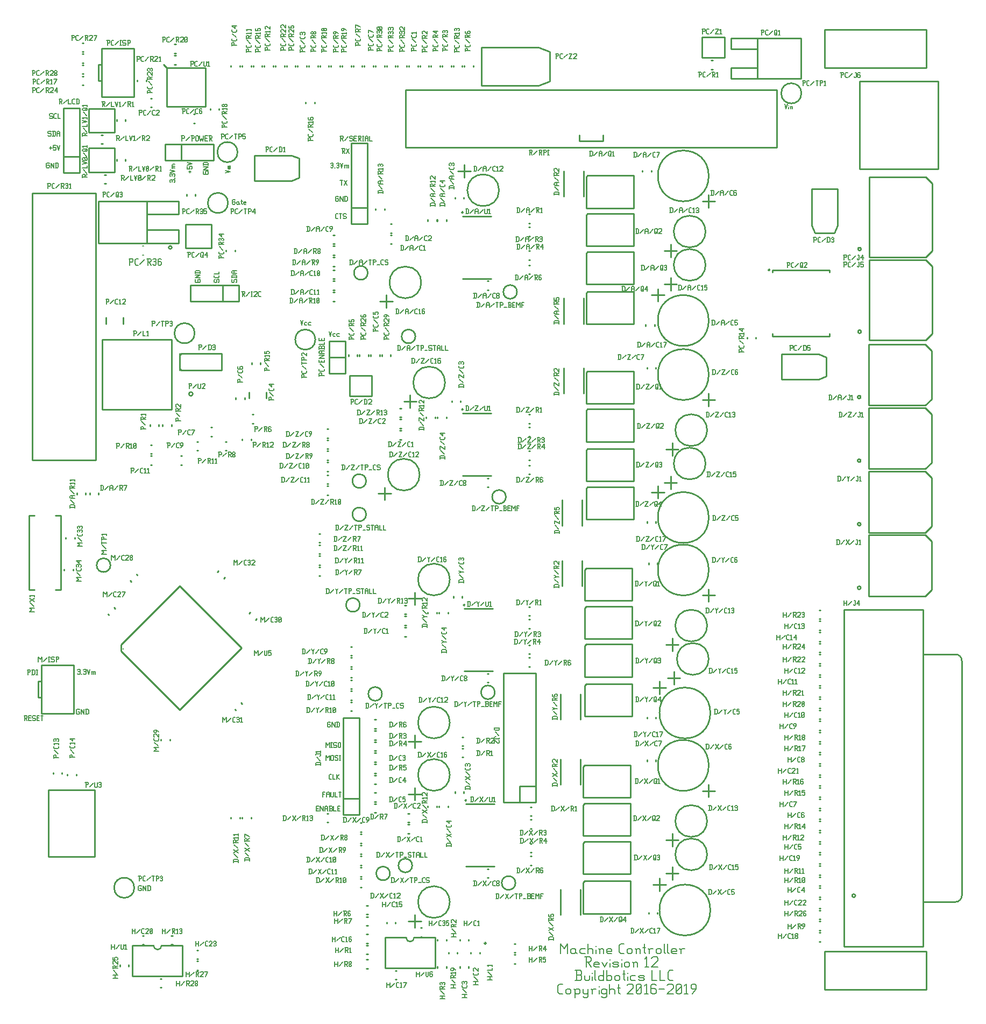
<source format=gbr>
G04 start of page 10 for group -4079 idx -4079 *
G04 Title: (unknown), topsilk *
G04 Creator: pcb 4.2.0 *
G04 CreationDate: Fri Sep 20 02:47:34 2019 UTC *
G04 For: doug *
G04 Format: Gerber/RS-274X *
G04 PCB-Dimensions (mil): 5602.36 6102.36 *
G04 PCB-Coordinate-Origin: lower left *
%MOIN*%
%FSLAX25Y25*%
%LNTOPSILK*%
%ADD185C,0.0100*%
%ADD184C,0.0098*%
%ADD183C,0.0080*%
G54D183*X3328Y205943D02*Y202943D01*
X2953Y205943D02*X4453D01*
X4828Y205568D01*
Y204818D01*
X4453Y204443D02*X4828Y204818D01*
X3328Y204443D02*X4453D01*
X6103Y205943D02*Y202943D01*
X7078Y205943D02*X7603Y205418D01*
Y203468D01*
X7078Y202943D02*X7603Y203468D01*
X5728Y202943D02*X7078D01*
X5728Y205943D02*X7078D01*
X8503D02*X9253D01*
X8878D02*Y202943D01*
X8503D02*X9253D01*
X34076Y205842D02*X34451Y206217D01*
X35201D01*
X35576Y205842D01*
X35201Y203217D02*X35576Y203592D01*
X34451Y203217D02*X35201D01*
X34076Y203592D02*X34451Y203217D01*
Y204867D02*X35201D01*
X35576Y205842D02*Y205242D01*
Y204492D02*Y203592D01*
Y204492D02*X35201Y204867D01*
X35576Y205242D02*X35201Y204867D01*
X36476Y203217D02*X36851D01*
X37751Y205842D02*X38126Y206217D01*
X38876D01*
X39251Y205842D01*
X38876Y203217D02*X39251Y203592D01*
X38126Y203217D02*X38876D01*
X37751Y203592D02*X38126Y203217D01*
Y204867D02*X38876D01*
X39251Y205842D02*Y205242D01*
Y204492D02*Y203592D01*
Y204492D02*X38876Y204867D01*
X39251Y205242D02*X38876Y204867D01*
X40151Y206217D02*X40901Y203217D01*
X41651Y206217D01*
X42926Y204342D02*Y203217D01*
Y204342D02*X43301Y204717D01*
X43676D01*
X44051Y204342D01*
Y203217D01*
Y204342D02*X44426Y204717D01*
X44801D01*
X45176Y204342D01*
Y203217D01*
X42551Y204717D02*X42926Y204342D01*
X984Y177400D02*X2484D01*
X2859Y177025D01*
Y176275D01*
X2484Y175900D02*X2859Y176275D01*
X1359Y175900D02*X2484D01*
X1359Y177400D02*Y174400D01*
X1959Y175900D02*X2859Y174400D01*
X3759Y176050D02*X4884D01*
X3759Y174400D02*X5259D01*
X3759Y177400D02*Y174400D01*
Y177400D02*X5259D01*
X7659D02*X8034Y177025D01*
X6534Y177400D02*X7659D01*
X6159Y177025D02*X6534Y177400D01*
X6159Y177025D02*Y176275D01*
X6534Y175900D01*
X7659D01*
X8034Y175525D01*
Y174775D01*
X7659Y174400D02*X8034Y174775D01*
X6534Y174400D02*X7659D01*
X6159Y174775D02*X6534Y174400D01*
X8934Y176050D02*X10059D01*
X8934Y174400D02*X10434D01*
X8934Y177400D02*Y174400D01*
Y177400D02*X10434D01*
X11334D02*X12834D01*
X12084D02*Y174400D01*
X34965Y181337D02*X35340Y180962D01*
X33840Y181337D02*X34965D01*
X33465Y180962D02*X33840Y181337D01*
X33465Y180962D02*Y178712D01*
X33840Y178337D01*
X34965D01*
X35340Y178712D01*
Y179462D02*Y178712D01*
X34965Y179837D02*X35340Y179462D01*
X34215Y179837D02*X34965D01*
X36240Y181337D02*Y178337D01*
Y181337D02*X38115Y178337D01*
Y181337D02*Y178337D01*
X39390Y181337D02*Y178337D01*
X40365Y181337D02*X40890Y180812D01*
Y178862D01*
X40365Y178337D02*X40890Y178862D01*
X39015Y178337D02*X40365D01*
X39015Y181337D02*X40365D01*
X73350Y72085D02*X73725Y71710D01*
X72225Y72085D02*X73350D01*
X71850Y71710D02*X72225Y72085D01*
X71850Y71710D02*Y69460D01*
X72225Y69085D01*
X73350D01*
X73725Y69460D01*
Y70210D02*Y69460D01*
X73350Y70585D02*X73725Y70210D01*
X72600Y70585D02*X73350D01*
X74625Y72085D02*Y69085D01*
Y72085D02*X76500Y69085D01*
Y72085D02*Y69085D01*
X77775Y72085D02*Y69085D01*
X78750Y72085D02*X79275Y71560D01*
Y69610D01*
X78750Y69085D02*X79275Y69610D01*
X77400Y69085D02*X78750D01*
X77400Y72085D02*X78750D01*
X190476Y173463D02*X190851Y173088D01*
X189351Y173463D02*X190476D01*
X188976Y173088D02*X189351Y173463D01*
X188976Y173088D02*Y170838D01*
X189351Y170463D01*
X190476D01*
X190851Y170838D01*
Y171588D02*Y170838D01*
X190476Y171963D02*X190851Y171588D01*
X189726Y171963D02*X190476D01*
X191751Y173463D02*Y170463D01*
Y173463D02*X193626Y170463D01*
Y173463D02*Y170463D01*
X194901Y173463D02*Y170463D01*
X195876Y173463D02*X196401Y172938D01*
Y170988D01*
X195876Y170463D02*X196401Y170988D01*
X194526Y170463D02*X195876D01*
X194526Y173463D02*X195876D01*
X187992Y160667D02*Y157667D01*
Y160667D02*X189117Y159167D01*
X190242Y160667D01*
Y157667D01*
X191142Y160667D02*X191892D01*
X191517D02*Y157667D01*
X191142D02*X191892D01*
X194292Y160667D02*X194667Y160292D01*
X193167Y160667D02*X194292D01*
X192792Y160292D02*X193167Y160667D01*
X192792Y160292D02*Y159542D01*
X193167Y159167D01*
X194292D01*
X194667Y158792D01*
Y158042D01*
X194292Y157667D02*X194667Y158042D01*
X193167Y157667D02*X194292D01*
X192792Y158042D02*X193167Y157667D01*
X195567Y160292D02*Y158042D01*
Y160292D02*X195942Y160667D01*
X196692D01*
X197067Y160292D01*
Y158042D01*
X196692Y157667D02*X197067Y158042D01*
X195942Y157667D02*X196692D01*
X195567Y158042D02*X195942Y157667D01*
X187992Y152793D02*Y149793D01*
Y152793D02*X189117Y151293D01*
X190242Y152793D01*
Y149793D01*
X191142Y152418D02*Y150168D01*
Y152418D02*X191517Y152793D01*
X192267D01*
X192642Y152418D01*
Y150168D01*
X192267Y149793D02*X192642Y150168D01*
X191517Y149793D02*X192267D01*
X191142Y150168D02*X191517Y149793D01*
X195042Y152793D02*X195417Y152418D01*
X193917Y152793D02*X195042D01*
X193542Y152418D02*X193917Y152793D01*
X193542Y152418D02*Y151668D01*
X193917Y151293D01*
X195042D01*
X195417Y150918D01*
Y150168D01*
X195042Y149793D02*X195417Y150168D01*
X193917Y149793D02*X195042D01*
X193542Y150168D02*X193917Y149793D01*
X196317Y152793D02*X197067D01*
X196692D02*Y149793D01*
X196317D02*X197067D01*
X190486Y137982D02*X191461D01*
X189961Y138507D02*X190486Y137982D01*
X189961Y140457D02*Y138507D01*
Y140457D02*X190486Y140982D01*
X191461D01*
X192361D02*Y137982D01*
X193861D01*
X194761Y140982D02*Y137982D01*
Y139482D02*X196261Y140982D01*
X194761Y139482D02*X196261Y137982D01*
X186024Y130156D02*Y127156D01*
Y130156D02*X187524D01*
X186024Y128806D02*X187149D01*
X188424Y129406D02*Y127156D01*
Y129406D02*X188949Y130156D01*
X189774D01*
X190299Y129406D01*
Y127156D01*
X188424Y128656D02*X190299D01*
X191199Y130156D02*Y127531D01*
X191574Y127156D01*
X192324D01*
X192699Y127531D01*
Y130156D02*Y127531D01*
X193599Y130156D02*Y127156D01*
X195099D01*
X195999Y130156D02*X197499D01*
X196749D02*Y127156D01*
X182087Y119947D02*X183212D01*
X182087Y118297D02*X183587D01*
X182087Y121297D02*Y118297D01*
Y121297D02*X183587D01*
X184487D02*Y118297D01*
Y121297D02*X186362Y118297D01*
Y121297D02*Y118297D01*
X187262Y120547D02*Y118297D01*
Y120547D02*X187787Y121297D01*
X188612D01*
X189137Y120547D01*
Y118297D01*
X187262Y119797D02*X189137D01*
X190037Y118297D02*X191537D01*
X191912Y118672D01*
Y119572D02*Y118672D01*
X191537Y119947D02*X191912Y119572D01*
X190412Y119947D02*X191537D01*
X190412Y121297D02*Y118297D01*
X190037Y121297D02*X191537D01*
X191912Y120922D01*
Y120322D01*
X191537Y119947D02*X191912Y120322D01*
X192812Y121297D02*Y118297D01*
X194312D01*
X195212Y119947D02*X196337D01*
X195212Y118297D02*X196712D01*
X195212Y121297D02*Y118297D01*
Y121297D02*X196712D01*
X342485Y13435D02*X345585D01*
X346360Y14210D01*
Y16070D02*Y14210D01*
X345585Y16845D02*X346360Y16070D01*
X343260Y16845D02*X345585D01*
X343260Y19635D02*Y13435D01*
X342485Y19635D02*X345585D01*
X346360Y18860D01*
Y17620D01*
X345585Y16845D02*X346360Y17620D01*
X348220Y16535D02*Y14210D01*
X348995Y13435D01*
X350545D01*
X351320Y14210D01*
Y16535D02*Y14210D01*
X353180Y18085D02*Y17930D01*
Y15760D02*Y13435D01*
X354730Y19635D02*Y14210D01*
X355505Y13435D01*
X360155Y19635D02*Y13435D01*
X359380D02*X360155Y14210D01*
X357830Y13435D02*X359380D01*
X357055Y14210D02*X357830Y13435D01*
X357055Y15760D02*Y14210D01*
Y15760D02*X357830Y16535D01*
X359380D01*
X360155Y15760D01*
X362015Y19635D02*Y13435D01*
Y14210D02*X362790Y13435D01*
X364340D01*
X365115Y14210D01*
Y15760D02*Y14210D01*
X364340Y16535D02*X365115Y15760D01*
X362790Y16535D02*X364340D01*
X362015Y15760D02*X362790Y16535D01*
X366975Y15760D02*Y14210D01*
Y15760D02*X367750Y16535D01*
X369300D01*
X370075Y15760D01*
Y14210D01*
X369300Y13435D02*X370075Y14210D01*
X367750Y13435D02*X369300D01*
X366975Y14210D02*X367750Y13435D01*
X372710Y19635D02*Y14210D01*
X373485Y13435D01*
X371935Y17310D02*X373485D01*
X375035Y18085D02*Y17930D01*
Y15760D02*Y13435D01*
X377360Y16535D02*X379685D01*
X376585Y15760D02*X377360Y16535D01*
X376585Y15760D02*Y14210D01*
X377360Y13435D01*
X379685D01*
X382320D02*X384645D01*
X385420Y14210D01*
X384645Y14985D02*X385420Y14210D01*
X382320Y14985D02*X384645D01*
X381545Y15760D02*X382320Y14985D01*
X381545Y15760D02*X382320Y16535D01*
X384645D01*
X385420Y15760D01*
X381545Y14210D02*X382320Y13435D01*
X390070Y19635D02*Y13435D01*
X393170D01*
X395031Y19635D02*Y13435D01*
X398131D01*
X401076D02*X403091D01*
X399991Y14520D02*X401076Y13435D01*
X399991Y18550D02*Y14520D01*
Y18550D02*X401076Y19635D01*
X403091D01*
X332778Y5045D02*X334793D01*
X331693Y6130D02*X332778Y5045D01*
X331693Y10160D02*Y6130D01*
Y10160D02*X332778Y11245D01*
X334793D01*
X336653Y7370D02*Y5820D01*
Y7370D02*X337428Y8145D01*
X338978D01*
X339753Y7370D01*
Y5820D01*
X338978Y5045D02*X339753Y5820D01*
X337428Y5045D02*X338978D01*
X336653Y5820D02*X337428Y5045D01*
X342388Y7370D02*Y2720D01*
X341613Y8145D02*X342388Y7370D01*
X343163Y8145D01*
X344713D01*
X345488Y7370D01*
Y5820D01*
X344713Y5045D02*X345488Y5820D01*
X343163Y5045D02*X344713D01*
X342388Y5820D02*X343163Y5045D01*
X347348Y8145D02*Y5820D01*
X348123Y5045D01*
X350448Y8145D02*Y3495D01*
X349673Y2720D02*X350448Y3495D01*
X348123Y2720D02*X349673D01*
X347348Y3495D02*X348123Y2720D01*
Y5045D02*X349673D01*
X350448Y5820D01*
X353083Y7370D02*Y5045D01*
Y7370D02*X353858Y8145D01*
X355408D01*
X352308D02*X353083Y7370D01*
X357268Y9695D02*Y9540D01*
Y7370D02*Y5045D01*
X361143Y8145D02*X361918Y7370D01*
X359593Y8145D02*X361143D01*
X358818Y7370D02*X359593Y8145D01*
X358818Y7370D02*Y5820D01*
X359593Y5045D01*
X361143D01*
X361918Y5820D01*
X358818Y3495D02*X359593Y2720D01*
X361143D01*
X361918Y3495D01*
Y8145D02*Y3495D01*
X363778Y11245D02*Y5045D01*
Y7370D02*X364553Y8145D01*
X366103D01*
X366878Y7370D01*
Y5045D01*
X369513Y11245D02*Y5820D01*
X370288Y5045D01*
X368738Y8920D02*X370288D01*
X374628Y10470D02*X375403Y11245D01*
X377728D01*
X378503Y10470D01*
Y8920D01*
X374628Y5045D02*X378503Y8920D01*
X374628Y5045D02*X378503D01*
X380363Y5820D02*X381138Y5045D01*
X380363Y10470D02*Y5820D01*
Y10470D02*X381138Y11245D01*
X382688D01*
X383463Y10470D01*
Y5820D01*
X382688Y5045D02*X383463Y5820D01*
X381138Y5045D02*X382688D01*
X380363Y6595D02*X383463Y9695D01*
X385323Y10005D02*X386563Y11245D01*
Y5045D01*
X385323D02*X387648D01*
X391833Y11245D02*X392608Y10470D01*
X390283Y11245D02*X391833D01*
X389508Y10470D02*X390283Y11245D01*
X389508Y10470D02*Y5820D01*
X390283Y5045D01*
X391833Y8455D02*X392608Y7680D01*
X389508Y8455D02*X391833D01*
X390283Y5045D02*X391833D01*
X392608Y5820D01*
Y7680D02*Y5820D01*
X394468Y8145D02*X397568D01*
X399428Y10470D02*X400203Y11245D01*
X402528D01*
X403303Y10470D01*
Y8920D01*
X399428Y5045D02*X403303Y8920D01*
X399428Y5045D02*X403303D01*
X405163Y5820D02*X405938Y5045D01*
X405163Y10470D02*Y5820D01*
Y10470D02*X405938Y11245D01*
X407488D01*
X408263Y10470D01*
Y5820D01*
X407488Y5045D02*X408263Y5820D01*
X405938Y5045D02*X407488D01*
X405163Y6595D02*X408263Y9695D01*
X410123Y10005D02*X411363Y11245D01*
Y5045D01*
X410123D02*X412448D01*
X415083D02*X417408Y8145D01*
Y10470D02*Y8145D01*
X416633Y11245D02*X417408Y10470D01*
X415083Y11245D02*X416633D01*
X414308Y10470D02*X415083Y11245D01*
X414308Y10470D02*Y8920D01*
X415083Y8145D01*
X417408D01*
X333211Y36204D02*Y30004D01*
Y36204D02*X335536Y33104D01*
X337861Y36204D01*
Y30004D01*
X342046Y33104D02*X342821Y32329D01*
X340496Y33104D02*X342046D01*
X339721Y32329D02*X340496Y33104D01*
X339721Y32329D02*Y30779D01*
X340496Y30004D01*
X342821Y33104D02*Y30779D01*
X343596Y30004D01*
X340496D02*X342046D01*
X342821Y30779D01*
X346231Y33104D02*X348556D01*
X345456Y32329D02*X346231Y33104D01*
X345456Y32329D02*Y30779D01*
X346231Y30004D01*
X348556D01*
X350416Y36204D02*Y30004D01*
Y32329D02*X351191Y33104D01*
X352741D01*
X353516Y32329D01*
Y30004D01*
X355376Y34654D02*Y34499D01*
Y32329D02*Y30004D01*
X357701Y32329D02*Y30004D01*
Y32329D02*X358476Y33104D01*
X359251D01*
X360026Y32329D01*
Y30004D01*
X356926Y33104D02*X357701Y32329D01*
X362661Y30004D02*X364986D01*
X361886Y30779D02*X362661Y30004D01*
X361886Y32329D02*Y30779D01*
Y32329D02*X362661Y33104D01*
X364211D01*
X364986Y32329D01*
X361886Y31554D02*X364986D01*
Y32329D02*Y31554D01*
X370721Y30004D02*X372736D01*
X369636Y31089D02*X370721Y30004D01*
X369636Y35119D02*Y31089D01*
Y35119D02*X370721Y36204D01*
X372736D01*
X374596Y32329D02*Y30779D01*
Y32329D02*X375371Y33104D01*
X376921D01*
X377696Y32329D01*
Y30779D01*
X376921Y30004D02*X377696Y30779D01*
X375371Y30004D02*X376921D01*
X374596Y30779D02*X375371Y30004D01*
X380331Y32329D02*Y30004D01*
Y32329D02*X381106Y33104D01*
X381881D01*
X382656Y32329D01*
Y30004D01*
X379556Y33104D02*X380331Y32329D01*
X385291Y36204D02*Y30779D01*
X386066Y30004D01*
X384516Y33879D02*X386066D01*
X388391Y32329D02*Y30004D01*
Y32329D02*X389166Y33104D01*
X390716D01*
X387616D02*X388391Y32329D01*
X392576D02*Y30779D01*
Y32329D02*X393351Y33104D01*
X394901D01*
X395676Y32329D01*
Y30779D01*
X394901Y30004D02*X395676Y30779D01*
X393351Y30004D02*X394901D01*
X392576Y30779D02*X393351Y30004D01*
X397536Y36204D02*Y30779D01*
X398311Y30004D01*
X399862Y36204D02*Y30779D01*
X400636Y30004D01*
X402962D02*X405287D01*
X402187Y30779D02*X402962Y30004D01*
X402187Y32329D02*Y30779D01*
Y32329D02*X402962Y33104D01*
X404512D01*
X405287Y32329D01*
X402187Y31554D02*X405287D01*
Y32329D02*Y31554D01*
X407922Y32329D02*Y30004D01*
Y32329D02*X408697Y33104D01*
X410247D01*
X407147D02*X407922Y32329D01*
X348425Y27978D02*X351525D01*
X352300Y27203D01*
Y25653D01*
X351525Y24878D02*X352300Y25653D01*
X349200Y24878D02*X351525D01*
X349200Y27978D02*Y21778D01*
X350440Y24878D02*X352300Y21778D01*
X354935D02*X357260D01*
X354160Y22553D02*X354935Y21778D01*
X354160Y24103D02*Y22553D01*
Y24103D02*X354935Y24878D01*
X356485D01*
X357260Y24103D01*
X354160Y23328D02*X357260D01*
Y24103D02*Y23328D01*
X359120Y24878D02*X360670Y21778D01*
X362220Y24878D02*X360670Y21778D01*
X364080Y26428D02*Y26273D01*
Y24103D02*Y21778D01*
X366405D02*X368730D01*
X369505Y22553D01*
X368730Y23328D02*X369505Y22553D01*
X366405Y23328D02*X368730D01*
X365630Y24103D02*X366405Y23328D01*
X365630Y24103D02*X366405Y24878D01*
X368730D01*
X369505Y24103D01*
X365630Y22553D02*X366405Y21778D01*
X371365Y26428D02*Y26273D01*
Y24103D02*Y21778D01*
X372915Y24103D02*Y22553D01*
Y24103D02*X373690Y24878D01*
X375240D01*
X376015Y24103D01*
Y22553D01*
X375240Y21778D02*X376015Y22553D01*
X373690Y21778D02*X375240D01*
X372915Y22553D02*X373690Y21778D01*
X378650Y24103D02*Y21778D01*
Y24103D02*X379425Y24878D01*
X380200D01*
X380975Y24103D01*
Y21778D01*
X377875Y24878D02*X378650Y24103D01*
X385625Y26738D02*X386865Y27978D01*
Y21778D01*
X385625D02*X387950D01*
X389810Y27203D02*X390585Y27978D01*
X392910D01*
X393685Y27203D01*
Y25653D01*
X389810Y21778D02*X393685Y25653D01*
X389810Y21778D02*X393685D01*
X472441Y556337D02*X473191Y553337D01*
X473941Y556337D01*
X474841Y555587D02*Y555512D01*
Y554462D02*Y553337D01*
X475966Y554462D02*Y553337D01*
Y554462D02*X476341Y554837D01*
X476716D01*
X477091Y554462D01*
Y553337D01*
X475591Y554837D02*X475966Y554462D01*
X196850Y509093D02*X198350D01*
X197600D02*Y506093D01*
X199250D02*X201125Y509093D01*
X199250D02*X201125Y506093D01*
X190945Y519544D02*X191320Y519919D01*
X192070D01*
X192445Y519544D01*
X192070Y516919D02*X192445Y517294D01*
X191320Y516919D02*X192070D01*
X190945Y517294D02*X191320Y516919D01*
Y518569D02*X192070D01*
X192445Y519544D02*Y518944D01*
Y518194D02*Y517294D01*
Y518194D02*X192070Y518569D01*
X192445Y518944D02*X192070Y518569D01*
X193345Y516919D02*X193720D01*
X194620Y519544D02*X194995Y519919D01*
X195745D01*
X196120Y519544D01*
X195745Y516919D02*X196120Y517294D01*
X194995Y516919D02*X195745D01*
X194620Y517294D02*X194995Y516919D01*
Y518569D02*X195745D01*
X196120Y519544D02*Y518944D01*
Y518194D02*Y517294D01*
Y518194D02*X195745Y518569D01*
X196120Y518944D02*X195745Y518569D01*
X197020Y519919D02*X197770Y516919D01*
X198520Y519919D01*
X199795Y518044D02*Y516919D01*
Y518044D02*X200170Y518419D01*
X200545D01*
X200920Y518044D01*
Y516919D01*
Y518044D02*X201295Y518419D01*
X201670D01*
X202045Y518044D01*
Y516919D01*
X199420Y518419D02*X199795Y518044D01*
X197835Y528778D02*X199335D01*
X199710Y528403D01*
Y527653D01*
X199335Y527278D02*X199710Y527653D01*
X198210Y527278D02*X199335D01*
X198210Y528778D02*Y525778D01*
X198810Y527278D02*X199710Y525778D01*
X200610D02*X202485Y528778D01*
X200610D02*X202485Y525778D01*
X17248Y539604D02*X17623Y539229D01*
X16123Y539604D02*X17248D01*
X15748Y539229D02*X16123Y539604D01*
X15748Y539229D02*Y538479D01*
X16123Y538104D01*
X17248D01*
X17623Y537729D01*
Y536979D01*
X17248Y536604D02*X17623Y536979D01*
X16123Y536604D02*X17248D01*
X15748Y536979D02*X16123Y536604D01*
X18898Y539604D02*Y536604D01*
X19873Y539604D02*X20398Y539079D01*
Y537129D01*
X19873Y536604D02*X20398Y537129D01*
X18523Y536604D02*X19873D01*
X18523Y539604D02*X19873D01*
X21298Y538854D02*Y536604D01*
Y538854D02*X21823Y539604D01*
X22648D01*
X23173Y538854D01*
Y536604D01*
X21298Y538104D02*X23173D01*
X18232Y550431D02*X18607Y550056D01*
X17107Y550431D02*X18232D01*
X16732Y550056D02*X17107Y550431D01*
X16732Y550056D02*Y549306D01*
X17107Y548931D01*
X18232D01*
X18607Y548556D01*
Y547806D01*
X18232Y547431D02*X18607Y547806D01*
X17107Y547431D02*X18232D01*
X16732Y547806D02*X17107Y547431D01*
X20032D02*X21007D01*
X19507Y547956D02*X20032Y547431D01*
X19507Y549906D02*Y547956D01*
Y549906D02*X20032Y550431D01*
X21007D01*
X21907D02*Y547431D01*
X23407D01*
X16732Y529246D02*X18232D01*
X17482Y529996D02*Y528496D01*
X19132Y530746D02*X20632D01*
X19132D02*Y529246D01*
X19507Y529621D01*
X20257D01*
X20632Y529246D01*
Y528121D01*
X20257Y527746D02*X20632Y528121D01*
X19507Y527746D02*X20257D01*
X19132Y528121D02*X19507Y527746D01*
X21532Y530746D02*X22282Y527746D01*
X23032Y530746D01*
X194423Y485423D02*X195398D01*
X193898Y485948D02*X194423Y485423D01*
X193898Y487898D02*Y485948D01*
Y487898D02*X194423Y488423D01*
X195398D01*
X196298D02*X197798D01*
X197048D02*Y485423D01*
X200198Y488423D02*X200573Y488048D01*
X199073Y488423D02*X200198D01*
X198698Y488048D02*X199073Y488423D01*
X198698Y488048D02*Y487298D01*
X199073Y486923D01*
X200198D01*
X200573Y486548D01*
Y485798D01*
X200198Y485423D02*X200573Y485798D01*
X199073Y485423D02*X200198D01*
X198698Y485798D02*X199073Y485423D01*
X129687Y447366D02*X130062Y447741D01*
X129687Y447366D02*Y446241D01*
X130062Y445866D02*X129687Y446241D01*
X130062Y445866D02*X130812D01*
X131187Y446241D01*
Y447366D02*Y446241D01*
Y447366D02*X131562Y447741D01*
X132312D01*
X132687Y447366D02*X132312Y447741D01*
X132687Y447366D02*Y446241D01*
X132312Y445866D02*X132687Y446241D01*
X129687Y449016D02*X132687D01*
X129687Y449991D02*X130212Y450516D01*
X132162D01*
X132687Y449991D02*X132162Y450516D01*
X132687Y449991D02*Y448641D01*
X129687Y449991D02*Y448641D01*
X130437Y451416D02*X132687D01*
X130437D02*X129687Y451941D01*
Y452766D02*Y451941D01*
Y452766D02*X130437Y453291D01*
X132687D01*
X131187D02*Y451416D01*
X118860Y447366D02*X119235Y447741D01*
X118860Y447366D02*Y446241D01*
X119235Y445866D02*X118860Y446241D01*
X119235Y445866D02*X119985D01*
X120360Y446241D01*
Y447366D02*Y446241D01*
Y447366D02*X120735Y447741D01*
X121485D01*
X121860Y447366D02*X121485Y447741D01*
X121860Y447366D02*Y446241D01*
X121485Y445866D02*X121860Y446241D01*
Y450141D02*Y449166D01*
X121335Y448641D02*X121860Y449166D01*
X119385Y448641D02*X121335D01*
X119385D02*X118860Y449166D01*
Y450141D02*Y449166D01*
Y451041D02*X121860D01*
Y452541D02*Y451041D01*
X107049Y447366D02*X107424Y447741D01*
X107049Y447366D02*Y446241D01*
X107424Y445866D02*X107049Y446241D01*
X107424Y445866D02*X109674D01*
X110049Y446241D01*
Y447366D02*Y446241D01*
Y447366D02*X109674Y447741D01*
X108924D02*X109674D01*
X108549Y447366D02*X108924Y447741D01*
X108549Y447366D02*Y446616D01*
X107049Y448641D02*X110049D01*
X107049D02*X110049Y450516D01*
X107049D02*X110049D01*
X107049Y451791D02*X110049D01*
X107049Y452766D02*X107574Y453291D01*
X109524D01*
X110049Y452766D02*X109524Y453291D01*
X110049Y452766D02*Y451416D01*
X107049Y452766D02*Y451416D01*
X131421Y497281D02*X131796Y496906D01*
X130296Y497281D02*X131421D01*
X129921Y496906D02*X130296Y497281D01*
X129921Y496906D02*Y494656D01*
X130296Y494281D01*
X131421D01*
X131796Y494656D01*
Y495406D02*Y494656D01*
X131421Y495781D02*X131796Y495406D01*
X130671Y495781D02*X131421D01*
X133821D02*X134196Y495406D01*
X133071Y495781D02*X133821D01*
X132696Y495406D02*X133071Y495781D01*
X132696Y495406D02*Y494656D01*
X133071Y494281D01*
X134196Y495781D02*Y494656D01*
X134571Y494281D01*
X133071D02*X133821D01*
X134196Y494656D01*
X135846Y497281D02*Y494656D01*
X136221Y494281D01*
X135471Y496156D02*X136221D01*
X137346Y494281D02*X138471D01*
X136971Y494656D02*X137346Y494281D01*
X136971Y495406D02*Y494656D01*
Y495406D02*X137346Y495781D01*
X138096D01*
X138471Y495406D01*
X136971Y495031D02*X138471D01*
Y495406D02*Y495031D01*
X195398Y499250D02*X195773Y498875D01*
X194273Y499250D02*X195398D01*
X193898Y498875D02*X194273Y499250D01*
X193898Y498875D02*Y496625D01*
X194273Y496250D01*
X195398D01*
X195773Y496625D01*
Y497375D02*Y496625D01*
X195398Y497750D02*X195773Y497375D01*
X194648Y497750D02*X195398D01*
X196673Y499250D02*Y496250D01*
Y499250D02*X198548Y496250D01*
Y499250D02*Y496250D01*
X199823Y499250D02*Y496250D01*
X200798Y499250D02*X201323Y498725D01*
Y496775D01*
X200798Y496250D02*X201323Y496775D01*
X199448Y496250D02*X200798D01*
X199448Y499250D02*X200798D01*
X172244Y422478D02*X172994Y419478D01*
X173744Y422478D01*
X175019Y420978D02*X176144D01*
X174644Y420603D02*X175019Y420978D01*
X174644Y420603D02*Y419853D01*
X175019Y419478D01*
X176144D01*
X177419Y420978D02*X178544D01*
X177044Y420603D02*X177419Y420978D01*
X177044Y420603D02*Y419853D01*
X177419Y419478D01*
X178544D01*
X189961Y415589D02*X190711Y412589D01*
X191461Y415589D01*
X192736Y414089D02*X193861D01*
X192361Y413714D02*X192736Y414089D01*
X192361Y413714D02*Y412964D01*
X192736Y412589D01*
X193861D01*
X195136Y414089D02*X196261D01*
X194761Y413714D02*X195136Y414089D01*
X194761Y413714D02*Y412964D01*
X195136Y412589D01*
X196261D01*
X103628Y515280D02*Y513780D01*
X102878Y514530D02*X104378D01*
X102128Y517680D02*Y516180D01*
X103628D01*
X103253Y516555D01*
Y517305D02*Y516555D01*
Y517305D02*X103628Y517680D01*
X104753D01*
X105128Y517305D02*X104753Y517680D01*
X105128Y517305D02*Y516555D01*
X104753Y516180D02*X105128Y516555D01*
X102128Y518580D02*X105128Y519330D01*
X102128Y520080D01*
X16264Y519919D02*X16639Y519544D01*
X15139Y519919D02*X16264D01*
X14764Y519544D02*X15139Y519919D01*
X14764Y519544D02*Y517294D01*
X15139Y516919D01*
X16264D01*
X16639Y517294D01*
Y518044D02*Y517294D01*
X16264Y518419D02*X16639Y518044D01*
X15514Y518419D02*X16264D01*
X17539Y519919D02*Y516919D01*
Y519919D02*X19414Y516919D01*
Y519919D02*Y516919D01*
X20689Y519919D02*Y516919D01*
X21664Y519919D02*X22189Y519394D01*
Y517444D01*
X21664Y516919D02*X22189Y517444D01*
X20314Y516919D02*X21664D01*
X20314Y519919D02*X21664D01*
X125750Y513780D02*X128750Y514530D01*
X125750Y515280D01*
X128750Y517680D02*Y516555D01*
Y517680D02*X128375Y518055D01*
X128000Y517680D02*X128375Y518055D01*
X128000Y517680D02*Y516555D01*
X127625Y516180D02*X128000Y516555D01*
X127625Y516180D02*X127250Y516555D01*
Y517680D02*Y516555D01*
Y517680D02*X127625Y518055D01*
X128375Y516180D02*X128750Y516555D01*
X111970Y514295D02*X112345Y514670D01*
X111970Y514295D02*Y513170D01*
X112345Y512795D02*X111970Y513170D01*
X112345Y512795D02*X114595D01*
X114970Y513170D01*
Y514295D02*Y513170D01*
Y514295D02*X114595Y514670D01*
X113845D02*X114595D01*
X113470Y514295D02*X113845Y514670D01*
X113470Y514295D02*Y513545D01*
X111970Y515570D02*X114970D01*
X111970D02*X114970Y517445D01*
X111970D02*X114970D01*
X111970Y518720D02*X114970D01*
X111970Y519695D02*X112495Y520220D01*
X114445D01*
X114970Y519695D02*X114445Y520220D01*
X114970Y519695D02*Y518345D01*
X111970Y519695D02*Y518345D01*
X91676Y507874D02*X91301Y508249D01*
Y508999D02*Y508249D01*
Y508999D02*X91676Y509374D01*
X94301Y508999D02*X93926Y509374D01*
X94301Y508999D02*Y508249D01*
X93926Y507874D02*X94301Y508249D01*
X92651Y508999D02*Y508249D01*
X91676Y509374D02*X92276D01*
X93026D02*X93926D01*
X93026D02*X92651Y508999D01*
X92276Y509374D02*X92651Y508999D01*
X94301Y510649D02*Y510274D01*
X91676Y511549D02*X91301Y511924D01*
Y512674D02*Y511924D01*
Y512674D02*X91676Y513049D01*
X94301Y512674D02*X93926Y513049D01*
X94301Y512674D02*Y511924D01*
X93926Y511549D02*X94301Y511924D01*
X92651Y512674D02*Y511924D01*
X91676Y513049D02*X92276D01*
X93026D02*X93926D01*
X93026D02*X92651Y512674D01*
X92276Y513049D02*X92651Y512674D01*
X91301Y513949D02*X94301Y514699D01*
X91301Y515449D01*
X93176Y516724D02*X94301D01*
X93176D02*X92801Y517099D01*
Y517474D02*Y517099D01*
Y517474D02*X93176Y517849D01*
X94301D01*
X93176D02*X92801Y518224D01*
Y518599D02*Y518224D01*
Y518599D02*X93176Y518974D01*
X94301D01*
X92801Y516349D02*X93176Y516724D01*
G54D184*X71124Y264465D02*X70568Y265021D01*
X67228Y260569D02*X66672Y261125D01*
X56788Y244352D02*X57344Y243796D01*
X52892Y240456D02*X53448Y239900D01*
X25788Y268110D02*Y267324D01*
X31298Y268110D02*Y267324D01*
X11732Y208740D02*Y178740D01*
X31732D01*
Y208740D01*
X11732D01*
X9732Y198740D02*X11732D01*
X9732Y188740D02*X11732D01*
X9732Y198740D02*Y188740D01*
X32283Y287795D02*Y287009D01*
X26773Y287795D02*Y287009D01*
X3940Y301573D02*Y255513D01*
X23620Y301573D02*Y255513D01*
X3940D02*X7280D01*
X20280D02*X23620D01*
X3940Y301573D02*X7280D01*
X20280D02*X23620D01*
G54D185*X45947Y270669D02*G75*G03X45947Y270669I4250J0D01*G01*
G54D184*X136025Y114566D02*Y113780D01*
X141535Y114566D02*Y113780D01*
X209253Y104133D02*X210039D01*
X209253Y98623D02*X210039D01*
X209253Y111023D02*X210039D01*
X209253Y105513D02*X210039D01*
X209253Y97243D02*X210039D01*
X209253Y91733D02*X210039D01*
X209253Y90353D02*X210039D01*
X209253Y84843D02*X210039D01*
X188583Y111418D02*X189369D01*
X188583Y116928D02*X189369D01*
X134645Y114566D02*Y113780D01*
X129135Y114566D02*Y113780D01*
X132188Y180845D02*X131632Y181401D01*
X136084Y184741D02*X135528Y185297D01*
X144387Y236947D02*X144943Y237503D01*
X140491Y240843D02*X141046Y241399D01*
X61083Y221539D02*X97441Y257897D01*
X135850Y219488D01*
X97441Y181080D01*
X61083Y217437D01*
Y221539D02*Y217437D01*
X62426Y218781D02*G75*G03X62426Y218781I707J707D01*G01*
X124702Y262538D02*X125257Y263094D01*
X120806Y266434D02*X121361Y266990D01*
X203347Y213385D02*X204133D01*
X203347Y207875D02*X204133D01*
X203347Y220275D02*X204133D01*
X203347Y214765D02*X204133D01*
X203347Y206495D02*X204133D01*
X203347Y200985D02*X204133D01*
X203347Y199605D02*X204133D01*
X203347Y194095D02*X204133D01*
X203347Y185826D02*X204133D01*
X203347Y180316D02*X204133D01*
X203347Y192716D02*X204133D01*
X203347Y187206D02*X204133D01*
X183662Y284647D02*X184448D01*
X183662Y290157D02*X184448D01*
X204411Y302165D02*G75*G03X204411Y302165I4250J0D01*G01*
X183662Y283267D02*X184448D01*
X183662Y277757D02*X184448D01*
X183662Y263977D02*X184448D01*
X183662Y269487D02*X184448D01*
X183662Y276377D02*X184448D01*
X183662Y270867D02*X184448D01*
X200474Y246063D02*G75*G03X200474Y246063I4250J0D01*G01*
X44570Y131531D02*Y90131D01*
X16070Y131531D02*X44570D01*
X16070D02*Y90131D01*
X44570D01*
X24409Y142125D02*Y141339D01*
X18899Y142125D02*Y141339D01*
X33267Y141141D02*Y140355D01*
X27757Y141141D02*Y140355D01*
X107875Y19883D02*X108661D01*
X107875Y25393D02*X108661D01*
X56742Y70866D02*G75*G03X56742Y70866I6250J0D01*G01*
X92127Y35631D02*X92913D01*
X92127Y41141D02*X92913D01*
X85237Y9056D02*X86023D01*
X85237Y14566D02*X86023D01*
X60237Y23031D02*Y22245D01*
X65747Y23031D02*Y22245D01*
X74410Y35631D02*X75196D01*
X74410Y41141D02*X75196D01*
X68161Y35091D02*Y16091D01*
X99161D01*
Y35091D01*
X68161D02*X81161D01*
X99161D02*X86161D01*
X81161D02*G75*G03X86161Y35091I2500J0D01*G01*
X107875Y32283D02*X108661D01*
X107875Y26773D02*X108661D01*
X85828Y162795D02*Y162009D01*
X91338Y162795D02*Y162009D01*
X37009Y587401D02*X37795D01*
X37009Y581891D02*X37795D01*
X37009Y588780D02*X37795D01*
X37009Y594290D02*X37795D01*
X47046Y315354D02*Y314568D01*
X41536Y315354D02*Y314568D01*
X49213Y367126D02*X92520D01*
X49213Y410433D02*Y367126D01*
Y410433D02*X92520D01*
Y367126D01*
X79331Y345275D02*X80117D01*
X79331Y339765D02*X80117D01*
X84448Y357676D02*Y356890D01*
X78938Y357676D02*Y356890D01*
X86812Y357676D02*Y356890D01*
X92322Y357676D02*Y356890D01*
X79331Y332875D02*X80117D01*
X79331Y338385D02*X80117D01*
X33662Y315354D02*Y314568D01*
X39172Y315354D02*Y314568D01*
X45276Y500984D02*Y335630D01*
X5906Y500984D02*X45276D01*
X5906D02*Y335630D01*
X45276D01*
X35512Y553701D02*Y513701D01*
X25512Y553701D02*X35512D01*
X25512D02*Y513701D01*
X35512D01*
X25512Y523701D02*X35512D01*
X25512D02*Y513701D01*
X37009Y568111D02*X37795D01*
X37009Y573621D02*X37795D01*
X37009Y575001D02*X37795D01*
X37009Y580511D02*X37795D01*
X50788Y507088D02*X51574D01*
X50788Y512598D02*X51574D01*
X62401Y424212D02*Y420276D01*
X51773Y424212D02*Y420276D01*
X47047Y496260D02*Y470276D01*
Y496260D02*X96654D01*
Y488189D01*
X76969D02*X96654D01*
X76969Y478346D02*X96654D01*
Y470276D01*
X47047D02*X96654D01*
X76969Y496260D02*Y470276D01*
X91535Y466535D02*G75*G03X91535Y466535I0J984D01*G01*
G54D183*X74410Y462796D02*X75196D01*
X74410Y468306D02*X75196D01*
G54D184*X41150Y514217D02*X57050D01*
Y529017D02*Y514217D01*
X41150Y529017D02*X57050D01*
X41150D02*Y514217D01*
X58269Y522047D02*Y521261D01*
X63779Y522047D02*Y521261D01*
X41150Y538823D02*X57050D01*
Y553623D02*Y538823D01*
X41150Y553623D02*X57050D01*
X41150D02*Y538823D01*
X48820Y531694D02*X49606D01*
X48820Y537204D02*X49606D01*
X58269Y546653D02*Y545867D01*
X63779Y546653D02*Y545867D01*
X79331Y559842D02*X80117D01*
X79331Y554332D02*X80117D01*
X76574Y571259D02*Y570473D01*
X71064Y571259D02*Y570473D01*
X49134Y590630D02*Y560630D01*
X69134D01*
Y590630D01*
X49134D01*
X47134Y580630D02*X49134D01*
X47134Y570630D02*X49134D01*
X47134Y580630D02*Y570630D01*
X208740Y176063D02*Y116063D01*
X198740Y176063D02*X208740D01*
X198740D02*Y116063D01*
X208740D01*
X198740Y126063D02*X208740D01*
X198740D02*Y116063D01*
X218111Y122834D02*X218897D01*
X218111Y117324D02*X218897D01*
X218111Y129724D02*X218897D01*
X218111Y124214D02*X218897D01*
X218111Y140550D02*X218897D01*
X218111Y135040D02*X218897D01*
X218111Y154330D02*X218897D01*
X218111Y148820D02*X218897D01*
X218111Y147440D02*X218897D01*
X218111Y141930D02*X218897D01*
X209253Y83464D02*X210039D01*
X209253Y77954D02*X210039D01*
X232955Y84646D02*G75*G03X232955Y84646I4250J0D01*G01*
X239173Y161417D02*X247047D01*
X243110Y165354D02*Y157480D01*
X254921Y163386D02*G75*G03X254921Y163386I0J9843D01*G01*
X218111Y168109D02*X218897D01*
X218111Y162599D02*X218897D01*
X218111Y169489D02*X218897D01*
X218111Y174999D02*X218897D01*
X218111Y161220D02*X218897D01*
X218111Y155710D02*X218897D01*
X214254Y190945D02*G75*G03X214254Y190945I4250J0D01*G01*
X251182Y121456D02*Y120670D01*
X256692Y121456D02*Y120670D01*
X263582Y121456D02*Y120670D01*
X258072Y121456D02*Y120670D01*
X238780Y116928D02*X239566D01*
X238780Y111418D02*X239566D01*
X246654Y40552D02*X247440D01*
X246654Y46062D02*X247440D01*
X257088Y38779D02*Y37993D01*
X262598Y38779D02*Y37993D01*
X257088Y22047D02*Y21261D01*
X262598Y22047D02*Y21261D01*
X230906Y13977D02*X231692D01*
X230906Y19487D02*X231692D01*
X224657Y40012D02*Y21012D01*
X255657D01*
Y40012D01*
X224657D02*X237657D01*
X255657D02*X242657D01*
X237657D02*G75*G03X242657Y40012I2500J0D01*G01*
X239173Y50197D02*X247047D01*
X243110Y54134D02*Y46260D01*
X254921Y52165D02*G75*G03X254921Y52165I0J9843D01*G01*
X213190Y29725D02*X213976D01*
X213190Y35235D02*X213976D01*
X213190Y54332D02*X213976D01*
X213190Y59842D02*X213976D01*
X213190Y47442D02*X213976D01*
X213190Y52952D02*X213976D01*
X213190Y20867D02*X213976D01*
X213190Y26377D02*X213976D01*
X231101Y49606D02*Y48820D01*
X225591Y49606D02*Y48820D01*
X213190Y42125D02*X213976D01*
X213190Y36615D02*X213976D01*
X209253Y76574D02*X210039D01*
X209253Y71064D02*X210039D01*
X314568Y90353D02*X315354D01*
X314568Y84843D02*X315354D01*
X296931Y73819D02*G75*G03X296931Y73819I4250J0D01*G01*
X219175Y79724D02*G75*G03X219175Y79724I4250J0D01*G01*
X286220Y36417D02*G75*G03X286220Y36417I591J0D01*G01*
X277757Y30905D02*Y30119D01*
X283267Y30905D02*Y30119D01*
X304725Y30710D02*X305511D01*
X304725Y36220D02*X305511D01*
X304725Y23820D02*X305511D01*
X304725Y29330D02*X305511D01*
X263977Y30905D02*Y30119D01*
X269487Y30905D02*Y30119D01*
X270867Y38779D02*Y37993D01*
X276377Y38779D02*Y37993D01*
X270867Y22047D02*Y21261D01*
X276377Y22047D02*Y21261D01*
X287993Y198032D02*X288779D01*
X287993Y203542D02*X288779D01*
X273622Y205118D02*X291339D01*
X273622Y243701D02*X291339D01*
X273622Y246457D02*G75*G03X273622Y246457I0J-394D01*G01*
X313583Y213385D02*X314369D01*
X313583Y207875D02*X314369D01*
X377657Y221654D02*Y201575D01*
X348228D02*X377657D01*
X348228Y220669D02*Y201575D01*
Y220669D02*X349213Y221654D01*
X377657D01*
Y245276D02*Y225197D01*
X348228D02*X377657D01*
X348228Y244291D02*Y225197D01*
Y244291D02*X349213Y245276D01*
X377657D01*
Y197047D02*Y176969D01*
X348228D02*X377657D01*
X348228Y196063D02*Y176969D01*
Y196063D02*X349213Y197047D01*
X377657D01*
X333465Y190945D02*Y175197D01*
X345669Y190945D02*Y175197D01*
X313583Y221259D02*X314369D01*
X313583Y215749D02*X314369D01*
X284136Y191929D02*G75*G03X284136Y191929I4250J0D01*G01*
X317992Y203937D02*Y123937D01*
X297992Y203937D02*X317992D01*
X297992D02*Y123937D01*
X317992D01*
X307992Y133937D02*X317992D01*
X307992D02*Y123937D01*
X287993Y76969D02*X288779D01*
X287993Y82479D02*X288779D01*
X274606Y84055D02*X292323D01*
X274606Y122638D02*X292323D01*
X274606Y125394D02*G75*G03X274606Y125394I0J-394D01*G01*
X314568Y120865D02*X315354D01*
X314568Y115355D02*X315354D01*
X314568Y98227D02*X315354D01*
X314568Y92717D02*X315354D01*
X314568Y112991D02*X315354D01*
X314568Y107481D02*X315354D01*
X272245Y158662D02*X273031D01*
X272245Y164172D02*X273031D01*
X238780Y104528D02*X239566D01*
X238780Y110038D02*X239566D01*
X273424Y130314D02*Y129528D01*
X267914Y130314D02*Y129528D01*
X272245Y157283D02*X273031D01*
X272245Y151773D02*X273031D01*
X239173Y128937D02*X247047D01*
X243110Y132874D02*Y125000D01*
X254921Y130906D02*G75*G03X254921Y130906I0J9843D01*G01*
X345669Y150591D02*Y134843D01*
X333465Y150591D02*Y134843D01*
Y69882D02*Y54134D01*
X345669Y69882D02*Y54134D01*
X376673Y123228D02*Y103150D01*
X347244D02*X376673D01*
X347244Y122244D02*Y103150D01*
Y122244D02*X348228Y123228D01*
X376673D01*
Y99606D02*Y79528D01*
X347244D02*X376673D01*
X347244Y98622D02*Y79528D01*
Y98622D02*X348228Y99606D01*
X376673D01*
Y75000D02*Y54921D01*
X347244D02*X376673D01*
X347244Y74016D02*Y54921D01*
Y74016D02*X348228Y75000D01*
X376673D01*
Y146850D02*Y126772D01*
X347244D02*X376673D01*
X347244Y145866D02*Y126772D01*
Y145866D02*X348228Y146850D01*
X376673D01*
X287993Y319095D02*X288779D01*
X287993Y324605D02*X288779D01*
X334449Y311024D02*Y295276D01*
X346654Y311024D02*Y295276D01*
X291026Y312992D02*G75*G03X291026Y312992I4250J0D01*G01*
X313583Y244881D02*X314369D01*
X313583Y239371D02*X314369D01*
X313583Y237007D02*X314369D01*
X313583Y231497D02*X314369D01*
X346654Y273622D02*Y257874D01*
X334449Y273622D02*Y257874D01*
X377657Y268898D02*Y248819D01*
X348228D02*X377657D01*
X348228Y267913D02*Y248819D01*
Y267913D02*X349213Y268898D01*
X377657D01*
X272440Y251377D02*Y250591D01*
X266930Y251377D02*Y250591D01*
X239173Y250000D02*X247047D01*
X243110Y253937D02*Y246063D01*
X254921Y251969D02*G75*G03X254921Y251969I0J9843D01*G01*
X263582Y241535D02*Y240749D01*
X258072Y241535D02*Y240749D01*
X236812Y226576D02*X237598D01*
X236812Y232086D02*X237598D01*
X236812Y238975D02*X237598D01*
X236812Y233465D02*X237598D01*
X251182Y241535D02*Y240749D01*
X256692Y241535D02*Y240749D01*
X236812Y240355D02*X237598D01*
X236812Y245865D02*X237598D01*
X262598Y484645D02*Y483859D01*
X257088Y484645D02*Y483859D01*
X221457Y434055D02*X229331D01*
X225394Y437992D02*Y430118D01*
X237205Y436024D02*G75*G03X237205Y436024I0J9843D01*G01*
X251182Y484645D02*Y483859D01*
X256692Y484645D02*Y483859D01*
X218702Y491535D02*Y490749D01*
X224212Y491535D02*Y490749D01*
X192520Y439763D02*X193306D01*
X192520Y434253D02*X193306D01*
X192520Y453542D02*X193306D01*
X192520Y448032D02*X193306D01*
X192520Y461416D02*X193306D01*
X192520Y455906D02*X193306D01*
X192520Y475196D02*X193306D01*
X192520Y469686D02*X193306D01*
X192520Y468306D02*X193306D01*
X192520Y462796D02*X193306D01*
X192520Y446653D02*X193306D01*
X192520Y441143D02*X193306D01*
X201969Y400984D02*Y400198D01*
X207479Y400984D02*Y400198D01*
X234923Y412402D02*G75*G03X234923Y412402I4250J0D01*G01*
X205396Y451772D02*G75*G03X205396Y451772I4250J0D01*G01*
X347638Y392717D02*Y376969D01*
X335433Y392717D02*Y376969D01*
X387009Y393110D02*Y392324D01*
X392519Y393110D02*Y392324D01*
X378642Y390945D02*Y370866D01*
X349213D02*X378642D01*
X349213Y389961D02*Y370866D01*
Y389961D02*X350197Y390945D01*
X378642D01*
X297915Y439961D02*G75*G03X297915Y439961I4250J0D01*G01*
X313583Y332479D02*X314369D01*
X313583Y326969D02*X314369D01*
X378642Y319094D02*Y299016D01*
X349213D02*X378642D01*
X349213Y318110D02*Y299016D01*
Y318110D02*X350197Y319094D01*
X378642D01*
X397638Y321850D02*X405512D01*
X401575Y325787D02*Y317913D01*
X413386Y323819D02*G75*G03X413386Y323819I0J9843D01*G01*
X425197Y376969D02*Y369094D01*
X421260Y373031D02*X429134D01*
X425197Y388780D02*G75*G03X425197Y388780I-15748J0D01*G01*
X398622Y342520D02*X406496D01*
X402559Y346457D02*Y338583D01*
X414370Y344488D02*G75*G03X414370Y344488I0J9843D01*G01*
X236220Y372047D02*X244094D01*
X240157Y375984D02*Y368110D01*
X251969Y374016D02*G75*G03X251969Y374016I0J9843D01*G01*
X233859Y348623D02*X234645D01*
X233859Y354133D02*X234645D01*
X313583Y341338D02*X314369D01*
X313583Y335828D02*X314369D01*
X313583Y356101D02*X314369D01*
X313583Y350591D02*X314369D01*
X392519Y297637D02*Y296851D01*
X387009Y297637D02*Y296851D01*
X313583Y363975D02*X314369D01*
X313583Y358465D02*X314369D01*
X378642Y342717D02*Y322638D01*
X349213D02*X378642D01*
X349213Y341732D02*Y322638D01*
Y341732D02*X350197Y342717D01*
X378642D01*
Y367323D02*Y347244D01*
X349213D02*X378642D01*
X349213Y366339D02*Y347244D01*
Y366339D02*X350197Y367323D01*
X378642D01*
X188583Y355117D02*X189369D01*
X188583Y349607D02*X189369D01*
X188583Y326574D02*X189369D01*
X188583Y321064D02*X189369D01*
X188583Y319684D02*X189369D01*
X188583Y314174D02*X189369D01*
X188583Y334448D02*X189369D01*
X188583Y328938D02*X189369D01*
X188583Y348227D02*X189369D01*
X188583Y342717D02*X189369D01*
X188583Y341338D02*X189369D01*
X188583Y335828D02*X189369D01*
X397638Y465551D02*X405512D01*
X401575Y469488D02*Y461614D01*
X413386Y467520D02*G75*G03X413386Y467520I0J9843D01*G01*
X393701Y441929D02*Y434055D01*
X389764Y437992D02*X397638D01*
X393701Y422244D02*G75*G03X393701Y422244I15748J0D01*G01*
X391535Y419684D02*Y418898D01*
X386025Y419684D02*Y418898D01*
X335433Y436024D02*Y420276D01*
X347638Y436024D02*Y420276D01*
X378642Y440157D02*Y420079D01*
X349213D02*X378642D01*
X349213Y439173D02*Y420079D01*
Y439173D02*X350197Y440157D01*
X378642D01*
Y464764D02*Y444685D01*
X349213D02*X378642D01*
X349213Y463780D02*Y444685D01*
Y463780D02*X350197Y464764D01*
X378642D01*
X168947Y410433D02*G75*G03X168947Y410433I6250J0D01*G01*
X204411Y322835D02*G75*G03X204411Y322835I4250J0D01*G01*
X262598Y362598D02*Y361812D01*
X257088Y362598D02*Y361812D01*
X271456Y372440D02*Y371654D01*
X265946Y372440D02*Y371654D01*
X272638Y326181D02*X290354D01*
X272638Y364764D02*X290354D01*
X272638Y367520D02*G75*G03X272638Y367520I0J-394D01*G01*
X250198Y362598D02*Y361812D01*
X255708Y362598D02*Y361812D01*
X222639Y400984D02*Y400198D01*
X228149Y400984D02*Y400198D01*
X215749Y400984D02*Y400198D01*
X221259Y400984D02*Y400198D01*
X208859Y400984D02*Y400198D01*
X214369Y400984D02*Y400198D01*
X202583Y375453D02*X216483D01*
Y388253D02*Y375453D01*
X202583Y388253D02*X216483D01*
X202583D02*Y375453D01*
X189882Y409528D02*Y389528D01*
X199882D01*
Y409528D01*
X189882D01*
Y399528D02*X199882D01*
Y409528D01*
X220472Y314961D02*X228346D01*
X224409Y318898D02*Y311024D01*
X236220Y316929D02*G75*G03X236220Y316929I0J9843D01*G01*
X233859Y361023D02*X234645D01*
X233859Y355513D02*X234645D01*
X233859Y362402D02*X234645D01*
X233859Y367912D02*X234645D01*
X384056Y515157D02*Y514371D01*
X389566Y515157D02*Y514371D01*
X425197Y500000D02*Y492126D01*
X421260Y496063D02*X429134D01*
X425197Y511811D02*G75*G03X425197Y511811I-15748J0D01*G01*
X378642Y512008D02*Y491929D01*
X349213D02*X378642D01*
X349213Y511024D02*Y491929D01*
Y511024D02*X350197Y512008D01*
X378642D01*
X347638Y514764D02*Y499016D01*
X335433Y514764D02*Y499016D01*
X378642Y488386D02*Y468307D01*
X349213D02*X378642D01*
X349213Y487402D02*Y468307D01*
Y487402D02*X350197Y488386D01*
X378642D01*
X237205Y564961D02*Y529528D01*
Y564961D02*X467520D01*
Y529528D01*
X237205D02*X467520D01*
X345062Y537244D02*Y533344D01*
X359662D01*
Y537244D02*Y533344D01*
X227953Y469686D02*X228739D01*
X227953Y475196D02*X228739D01*
X287993Y441143D02*X288779D01*
X287993Y446653D02*X288779D01*
X273424Y498424D02*Y497638D01*
X267914Y498424D02*Y497638D01*
X272638Y448228D02*X290354D01*
X272638Y486811D02*X290354D01*
X272638Y489567D02*G75*G03X272638Y489567I0J-394D01*G01*
X273622Y518701D02*Y510827D01*
X269685Y514764D02*X277559D01*
X275591Y502953D02*G75*G03X275591Y502953I9843J0D01*G01*
X313583Y456495D02*X314369D01*
X313583Y450985D02*X314369D01*
X313583Y465353D02*X314369D01*
X313583Y459843D02*X314369D01*
X313583Y480117D02*X314369D01*
X313583Y474607D02*X314369D01*
X313583Y487991D02*X314369D01*
X313583Y482481D02*X314369D01*
X175395Y557480D02*Y556694D01*
X180905Y557480D02*Y556694D01*
X166614Y524606D02*X171260Y522638D01*
Y510827D01*
X166614Y508858D01*
X143701D02*X166614D01*
X143701Y524606D02*Y508858D01*
Y524606D02*X166614D01*
X175983Y580117D02*Y579331D01*
X170473Y580117D02*Y579331D01*
X163584Y580117D02*Y579331D01*
X169094Y580117D02*Y579331D01*
X156694Y580117D02*Y579331D01*
X162204Y580117D02*Y579331D01*
X149804Y580117D02*Y579331D01*
X155314Y580117D02*Y579331D01*
X142914Y580117D02*Y579331D01*
X148424Y580117D02*Y579331D01*
X136025Y580117D02*Y579331D01*
X141535Y580117D02*Y579331D01*
X134645Y580117D02*Y579331D01*
X129135Y580117D02*Y579331D01*
X113378Y578929D02*Y554929D01*
X89378Y578929D02*X113378D01*
X89378D02*Y554929D01*
X113378D01*
X87378Y580929D02*X89378Y578929D01*
X88504Y521575D02*X118504D01*
Y531575D02*Y521575D01*
X88504Y531575D02*X118504D01*
X88504D02*Y521575D01*
X98504Y531575D02*Y521575D01*
X88504Y531575D02*X98504D01*
X94095Y586416D02*X94881D01*
X94095Y580906D02*X94881D01*
X94095Y587796D02*X94881D01*
X94095Y593306D02*X94881D01*
X184253Y580117D02*Y579331D01*
X189763Y580117D02*Y579331D01*
X177363Y580117D02*Y579331D01*
X182873Y580117D02*Y579331D01*
X213661Y532205D02*Y482205D01*
X203661Y532205D02*X213661D01*
X203661D02*Y482205D01*
X213661D01*
X203661Y492205D02*X213661D01*
X203661D02*Y482205D01*
X204922Y580117D02*Y579331D01*
X210432Y580117D02*Y579331D01*
X198032Y580117D02*Y579331D01*
X203542Y580117D02*Y579331D01*
X191143Y580117D02*Y579331D01*
X196653Y580117D02*Y579331D01*
X227953Y482086D02*X228739D01*
X227953Y476576D02*X228739D01*
X217322Y580117D02*Y579331D01*
X211812Y580117D02*Y579331D01*
X232481Y580117D02*Y579331D01*
X237991Y580117D02*Y579331D01*
X225591Y580117D02*Y579331D01*
X231101Y580117D02*Y579331D01*
X218702Y580117D02*Y579331D01*
X224212Y580117D02*Y579331D01*
X273820Y580117D02*Y579331D01*
X279330Y580117D02*Y579331D01*
X326818Y588924D02*Y570524D01*
Y588924D02*X319618Y591524D01*
X284418D02*X319618D01*
X284418D02*Y567924D01*
X319618D01*
X326818Y570524D01*
X266930Y580117D02*Y579331D01*
X272440Y580117D02*Y579331D01*
X260040Y580117D02*Y579331D01*
X265550Y580117D02*Y579331D01*
X244881Y580117D02*Y579331D01*
X239371Y580117D02*Y579331D01*
X251771Y580117D02*Y579331D01*
X246261Y580117D02*Y579331D01*
X253151Y580117D02*Y579331D01*
X258661Y580117D02*Y579331D01*
X120719Y526575D02*G75*G03X120719Y526575I6250J0D01*G01*
X116339Y553543D02*Y552757D01*
X121849Y553543D02*Y552757D01*
X105906Y544489D02*X106692D01*
X105906Y549999D02*X106692D01*
X103937Y443976D02*X133937D01*
X103937D02*Y433976D01*
X133937D01*
Y443976D02*Y433976D01*
X123937Y443976D02*Y433976D01*
X133937D01*
X94144Y414370D02*G75*G03X94144Y414370I6250J0D01*G01*
X97244Y401772D02*Y391535D01*
Y400591D02*X98425Y401772D01*
X123228D01*
Y391535D01*
X98425D01*
X97244Y392717D01*
X140355Y377952D02*Y374016D01*
X150983Y377952D02*Y374016D01*
X142324Y363975D02*X143110D01*
X142324Y358465D02*X143110D01*
X136025Y348818D02*Y348032D01*
X141535Y348818D02*Y348032D01*
X141930Y396062D02*Y395276D01*
X147440Y396062D02*Y395276D01*
X107875Y347243D02*X108661D01*
X107875Y341733D02*X108661D01*
X116733Y356101D02*X117519D01*
X116733Y350591D02*X117519D01*
X125591Y347243D02*X126377D01*
X125591Y341733D02*X126377D01*
X98032Y338385D02*X98818D01*
X98032Y332875D02*X98818D01*
X132088Y374409D02*Y373623D01*
X137598Y374409D02*Y373623D01*
X103150Y376772D02*G75*G03X103150Y376772I1181J0D01*G01*
X114813Y495079D02*G75*G03X114813Y495079I6250J0D01*G01*
X101189Y466972D02*X117089D01*
Y481772D02*Y466972D01*
X101189Y481772D02*X117089D01*
X101189D02*Y466972D01*
X126182Y465944D02*Y465158D01*
X131692Y465944D02*Y465158D01*
X107086Y500393D02*Y499607D01*
X101576Y500393D02*Y499607D01*
X524331Y407480D02*Y369685D01*
Y407480D02*X559370D01*
X563307Y403543D01*
Y373622D01*
X559370Y369685D01*
X524331D02*X559370D01*
X518425Y373819D02*G75*G03X518425Y373819I0J984D01*G01*
X497047Y602362D02*Y578740D01*
X560039D01*
Y602362D02*Y578740D01*
X497047Y602362D02*X560039D01*
X524606Y459843D02*Y410236D01*
Y459843D02*X559646D01*
X563583Y455906D01*
Y414173D01*
X559646Y410236D01*
X524606D02*X559646D01*
X518701Y414370D02*G75*G03X518701Y414370I0J984D01*G01*
X470128Y562992D02*G75*G03X470128Y562992I6250J0D01*G01*
X500000Y453543D02*Y451969D01*
X464567Y453543D02*X500000D01*
X464567D02*Y451969D01*
X500000Y414173D02*Y412598D01*
X464567D02*X500000D01*
X464567Y414173D02*Y412598D01*
X462598Y453937D02*G75*G03X462598Y453937I0J-394D01*G01*
X493386Y401575D02*X498031Y399606D01*
Y387795D01*
X493386Y385827D01*
X470472D02*X493386D01*
X470472Y401575D02*Y385827D01*
Y401575D02*X493386D01*
X482283Y597047D02*Y572244D01*
X438976D02*X482283D01*
X438976Y578937D02*Y572244D01*
Y578937D02*X455512D01*
X438976Y590354D02*X455512D01*
X438976Y597047D02*Y590551D01*
Y597047D02*X482283D01*
X455512D02*Y572244D01*
X518701Y570472D02*X567520D01*
Y516142D01*
X518701D01*
Y570472D01*
X524606Y511024D02*Y461417D01*
Y511024D02*X559646D01*
X563583Y507087D01*
Y465354D01*
X559646Y461417D01*
X524606D02*X559646D01*
X518701Y465551D02*G75*G03X518701Y465551I0J984D01*G01*
X504921Y481024D02*X502953Y476378D01*
X491142D02*X502953D01*
X491142D02*X489173Y481024D01*
Y503937D02*Y481024D01*
Y503937D02*X504921D01*
Y481024D01*
X397638Y444882D02*X405512D01*
X401575Y448819D02*Y440945D01*
X413386Y446850D02*G75*G03X413386Y446850I0J9843D01*G01*
X449017Y411810D02*Y411024D01*
X454527Y411810D02*Y411024D01*
X426772Y583464D02*X427558D01*
X426772Y577954D02*X427558D01*
X421087Y585098D02*X434987D01*
Y597898D02*Y585098D01*
X421087Y597898D02*X434987D01*
X421087D02*Y585098D01*
X524331Y368110D02*Y330315D01*
Y368110D02*X559370D01*
X563307Y364173D01*
Y334252D01*
X559370Y330315D01*
X524331D02*X559370D01*
X518425Y334449D02*G75*G03X518425Y334449I0J984D01*G01*
X524331Y328740D02*Y290945D01*
Y328740D02*X559370D01*
X563307Y324803D01*
Y294882D01*
X559370Y290945D01*
X524331D02*X559370D01*
X518425Y295079D02*G75*G03X518425Y295079I0J984D01*G01*
X524331Y289370D02*Y251575D01*
Y289370D02*X559370D01*
X563307Y285433D01*
Y255512D01*
X559370Y251575D01*
X524331D02*X559370D01*
X518425Y255709D02*G75*G03X518425Y255709I0J984D01*G01*
X558071Y243189D02*Y34370D01*
X509173Y243189D02*X558071D01*
X509173D02*Y34370D01*
X558071D01*
Y62087D02*X578110D01*
X582047Y211535D02*Y66024D01*
X558071Y215472D02*X578110D01*
Y62087D02*G75*G03X582047Y66024I0J3937D01*G01*
Y211535D02*G75*G03X578110Y215472I-3937J0D01*G01*
X515079Y64961D02*G75*G03X515079Y64961I0J984D01*G01*
X387009Y149999D02*Y149213D01*
X392519Y149999D02*Y149213D01*
X398622Y79724D02*X406496D01*
X402559Y83661D02*Y75787D01*
X414370Y81693D02*G75*G03X414370Y81693I0J9843D01*G01*
X425197Y134843D02*Y126969D01*
X421260Y130906D02*X429134D01*
X425197Y146654D02*G75*G03X425197Y146654I-15748J0D01*G01*
X393503Y55511D02*Y54725D01*
X387993Y55511D02*Y54725D01*
X394685Y76772D02*Y68898D01*
X390748Y72835D02*X398622D01*
X394685Y57087D02*G75*G03X394685Y57087I15748J0D01*G01*
X398622Y100394D02*X406496D01*
X402559Y104331D02*Y96457D01*
X414370Y102362D02*G75*G03X414370Y102362I0J9843D01*G01*
X399606Y200787D02*X407480D01*
X403543Y204724D02*Y196850D01*
X415354Y202756D02*G75*G03X415354Y202756I0J9843D01*G01*
X398622Y221457D02*X406496D01*
X402559Y225394D02*Y217520D01*
X414370Y223425D02*G75*G03X414370Y223425I0J9843D01*G01*
X392519Y176574D02*Y175788D01*
X387009Y176574D02*Y175788D01*
X394685Y198819D02*Y190945D01*
X390748Y194882D02*X398622D01*
X394685Y179134D02*G75*G03X394685Y179134I15748J0D01*G01*
X387993Y272047D02*Y271261D01*
X393503Y272047D02*Y271261D01*
X425197Y255906D02*Y248031D01*
X421260Y251969D02*X429134D01*
X425197Y267717D02*G75*G03X425197Y267717I-15748J0D01*G01*
X393701Y319882D02*Y312008D01*
X389764Y315945D02*X397638D01*
X393701Y300197D02*G75*G03X393701Y300197I15748J0D01*G01*
X497047Y31496D02*Y7874D01*
X560039D01*
Y31496D02*Y7874D01*
X497047Y31496D02*X560039D01*
X493701Y44489D02*X494487D01*
X493701Y49999D02*X494487D01*
X493701Y51379D02*X494487D01*
X493701Y56889D02*X494487D01*
X493701Y43109D02*X494487D01*
X493701Y37599D02*X494487D01*
X493701Y78938D02*X494487D01*
X493701Y84448D02*X494487D01*
X493701Y72048D02*X494487D01*
X493701Y77558D02*X494487D01*
X493701Y70668D02*X494487D01*
X493701Y65158D02*X494487D01*
X493701Y63779D02*X494487D01*
X493701Y58269D02*X494487D01*
X493701Y106497D02*X494487D01*
X493701Y112007D02*X494487D01*
X493701Y118897D02*X494487D01*
X493701Y113387D02*X494487D01*
X493701Y125786D02*X494487D01*
X493701Y120276D02*X494487D01*
X493701Y127166D02*X494487D01*
X493701Y132676D02*X494487D01*
X493701Y134056D02*X494487D01*
X493701Y139566D02*X494487D01*
X493701Y99607D02*X494487D01*
X493701Y105117D02*X494487D01*
X493701Y91338D02*X494487D01*
X493701Y85828D02*X494487D01*
X493701Y98227D02*X494487D01*
X493701Y92717D02*X494487D01*
X493701Y146456D02*X494487D01*
X493701Y140946D02*X494487D01*
X493701Y153346D02*X494487D01*
X493701Y147836D02*X494487D01*
X493701Y154725D02*X494487D01*
X493701Y160235D02*X494487D01*
X493701Y229133D02*X494487D01*
X493701Y223623D02*X494487D01*
X493701Y216733D02*X494487D01*
X493701Y222243D02*X494487D01*
X493701Y208464D02*X494487D01*
X493701Y202954D02*X494487D01*
X493701Y201574D02*X494487D01*
X493701Y196064D02*X494487D01*
X493701Y209843D02*X494487D01*
X493701Y215353D02*X494487D01*
X493701Y236023D02*X494487D01*
X493701Y230513D02*X494487D01*
X493701Y237402D02*X494487D01*
X493701Y242912D02*X494487D01*
X493701Y180905D02*X494487D01*
X493701Y175395D02*X494487D01*
X493701Y182284D02*X494487D01*
X493701Y187794D02*X494487D01*
X493701Y189174D02*X494487D01*
X493701Y194684D02*X494487D01*
X493701Y174015D02*X494487D01*
X493701Y168505D02*X494487D01*
X493701Y161615D02*X494487D01*
X493701Y167125D02*X494487D01*
G54D183*X71118Y585767D02*Y582767D01*
X70743Y585767D02*X72243D01*
X72618Y585392D01*
Y584642D01*
X72243Y584267D02*X72618Y584642D01*
X71118Y584267D02*X72243D01*
X74043Y582767D02*X75018D01*
X73518Y583292D02*X74043Y582767D01*
X73518Y585242D02*Y583292D01*
Y585242D02*X74043Y585767D01*
X75018D01*
X75918Y583142D02*X78168Y585392D01*
X79068Y585767D02*X80568D01*
X80943Y585392D01*
Y584642D01*
X80568Y584267D02*X80943Y584642D01*
X79443Y584267D02*X80568D01*
X79443Y585767D02*Y582767D01*
X80043Y584267D02*X80943Y582767D01*
X81843Y585392D02*X82218Y585767D01*
X83343D01*
X83718Y585392D01*
Y584642D01*
X81843Y582767D02*X83718Y584642D01*
X81843Y582767D02*X83718D01*
X84618Y585167D02*X85218Y585767D01*
Y582767D01*
X84618D02*X85743D01*
X86989Y597675D02*Y594675D01*
X86614Y597675D02*X88114D01*
X88489Y597300D01*
Y596550D01*
X88114Y596175D02*X88489Y596550D01*
X86989Y596175D02*X88114D01*
X89914Y594675D02*X90889D01*
X89389Y595200D02*X89914Y594675D01*
X89389Y597150D02*Y595200D01*
Y597150D02*X89914Y597675D01*
X90889D01*
X91789Y595050D02*X94039Y597300D01*
X94939Y597675D02*X96439D01*
X96814Y597300D01*
Y596550D01*
X96439Y596175D02*X96814Y596550D01*
X95314Y596175D02*X96439D01*
X95314Y597675D02*Y594675D01*
X95914Y596175D02*X96814Y594675D01*
X97714Y597300D02*X98089Y597675D01*
X99214D01*
X99589Y597300D01*
Y596550D01*
X97714Y594675D02*X99589Y596550D01*
X97714Y594675D02*X99589D01*
X100489Y595050D02*X100864Y594675D01*
X100489Y597300D02*Y595050D01*
Y597300D02*X100864Y597675D01*
X101614D01*
X101989Y597300D01*
Y595050D01*
X101614Y594675D02*X101989Y595050D01*
X100864Y594675D02*X101614D01*
X100489Y595425D02*X101989Y596925D01*
X30700Y598818D02*Y595818D01*
X30325Y598818D02*X31825D01*
X32200Y598443D01*
Y597693D01*
X31825Y597318D02*X32200Y597693D01*
X30700Y597318D02*X31825D01*
X33625Y595818D02*X34600D01*
X33100Y596343D02*X33625Y595818D01*
X33100Y598293D02*Y596343D01*
Y598293D02*X33625Y598818D01*
X34600D01*
X35500Y596193D02*X37750Y598443D01*
X38650Y598818D02*X40150D01*
X40525Y598443D01*
Y597693D01*
X40150Y597318D02*X40525Y597693D01*
X39025Y597318D02*X40150D01*
X39025Y598818D02*Y595818D01*
X39625Y597318D02*X40525Y595818D01*
X41425Y598443D02*X41800Y598818D01*
X42925D01*
X43300Y598443D01*
Y597693D01*
X41425Y595818D02*X43300Y597693D01*
X41425Y595818D02*X43300D01*
X44575D02*X46075Y598818D01*
X44200D02*X46075D01*
X52540Y595707D02*Y592707D01*
X52165Y595707D02*X53665D01*
X54040Y595332D01*
Y594582D01*
X53665Y594207D02*X54040Y594582D01*
X52540Y594207D02*X53665D01*
X55465Y592707D02*X56440D01*
X54940Y593232D02*X55465Y592707D01*
X54940Y595182D02*Y593232D01*
Y595182D02*X55465Y595707D01*
X56440D01*
X57340Y593082D02*X59590Y595332D01*
X60490Y595707D02*X61240D01*
X60865D02*Y592707D01*
X60490D02*X61240D01*
X63640Y595707D02*X64015Y595332D01*
X62515Y595707D02*X63640D01*
X62140Y595332D02*X62515Y595707D01*
X62140Y595332D02*Y594582D01*
X62515Y594207D01*
X63640D01*
X64015Y593832D01*
Y593082D01*
X63640Y592707D02*X64015Y593082D01*
X62515Y592707D02*X63640D01*
X62140Y593082D02*X62515Y592707D01*
X65290Y595707D02*Y592707D01*
X64915Y595707D02*X66415D01*
X66790Y595332D01*
Y594582D01*
X66415Y594207D02*X66790Y594582D01*
X65290Y594207D02*X66415D01*
X104431Y582762D02*Y579762D01*
X104056Y582762D02*X105556D01*
X105931Y582387D01*
Y581637D01*
X105556Y581262D02*X105931Y581637D01*
X104431Y581262D02*X105556D01*
X107356Y579762D02*X108331D01*
X106831Y580287D02*X107356Y579762D01*
X106831Y582237D02*Y580287D01*
Y582237D02*X107356Y582762D01*
X108331D01*
X109231Y580137D02*X111481Y582387D01*
X112381Y582762D02*Y580137D01*
X112756Y579762D01*
X113506D01*
X113881Y580137D01*
Y582762D02*Y580137D01*
X114781Y582162D02*X115381Y582762D01*
Y579762D01*
X114781D02*X115906D01*
X123406Y537636D02*Y534636D01*
X123031Y537636D02*X124531D01*
X124906Y537261D01*
Y536511D01*
X124531Y536136D02*X124906Y536511D01*
X123406Y536136D02*X124531D01*
X126331Y534636D02*X127306D01*
X125806Y535161D02*X126331Y534636D01*
X125806Y537111D02*Y535161D01*
Y537111D02*X126331Y537636D01*
X127306D01*
X128206Y535011D02*X130456Y537261D01*
X131357Y537636D02*X132857D01*
X132107D02*Y534636D01*
X134132Y537636D02*Y534636D01*
X133757Y537636D02*X135257D01*
X135632Y537261D01*
Y536511D01*
X135257Y536136D02*X135632Y536511D01*
X134132Y536136D02*X135257D01*
X136532Y537636D02*X138032D01*
X136532D02*Y536136D01*
X136907Y536511D01*
X137657D01*
X138032Y536136D01*
Y535011D01*
X137657Y534636D02*X138032Y535011D01*
X136907Y534636D02*X137657D01*
X136532Y535011D02*X136907Y534636D01*
X150966Y529762D02*Y526762D01*
X150591Y529762D02*X152091D01*
X152466Y529387D01*
Y528637D01*
X152091Y528262D02*X152466Y528637D01*
X150966Y528262D02*X152091D01*
X153891Y526762D02*X154866D01*
X153366Y527287D02*X153891Y526762D01*
X153366Y529237D02*Y527287D01*
Y529237D02*X153891Y529762D01*
X154866D01*
X155766Y527137D02*X158016Y529387D01*
X159291Y529762D02*Y526762D01*
X160266Y529762D02*X160791Y529237D01*
Y527287D01*
X160266Y526762D02*X160791Y527287D01*
X158916Y526762D02*X160266D01*
X158916Y529762D02*X160266D01*
X161691Y529162D02*X162291Y529762D01*
Y526762D01*
X161691D02*X162816D01*
X176931Y533840D02*X179931D01*
X176931Y534965D02*Y533465D01*
Y534965D02*X177306Y535340D01*
X178056D01*
X178431Y534965D02*X178056Y535340D01*
X178431Y534965D02*Y533840D01*
X179931Y537740D02*Y536765D01*
X179406Y536240D02*X179931Y536765D01*
X177456Y536240D02*X179406D01*
X177456D02*X176931Y536765D01*
Y537740D02*Y536765D01*
X179556Y538640D02*X177306Y540890D01*
X176931Y543290D02*Y541790D01*
Y543290D02*X177306Y543665D01*
X178056D01*
X178431Y543290D02*X178056Y543665D01*
X178431Y543290D02*Y542165D01*
X176931D02*X179931D01*
X178431Y542765D02*X179931Y543665D01*
X177531Y544565D02*X176931Y545165D01*
X179931D01*
Y545690D02*Y544565D01*
X176931Y547715D02*X177306Y548090D01*
X176931Y547715D02*Y546965D01*
X177306Y546590D02*X176931Y546965D01*
X177306Y546590D02*X179556D01*
X179931Y546965D01*
X178281Y547715D02*X178656Y548090D01*
X178281Y547715D02*Y546590D01*
X179931Y547715D02*Y546965D01*
Y547715D02*X179556Y548090D01*
X178656D02*X179556D01*
X123619Y542003D02*X126619D01*
X123619Y543128D02*Y541628D01*
Y543128D02*X123994Y543503D01*
X124744D01*
X125119Y543128D02*X124744Y543503D01*
X125119Y543128D02*Y542003D01*
X126619Y545903D02*Y544928D01*
X126094Y544403D02*X126619Y544928D01*
X124144Y544403D02*X126094D01*
X124144D02*X123619Y544928D01*
Y545903D02*Y544928D01*
X126244Y546803D02*X123994Y549053D01*
X123619Y551453D02*Y549953D01*
Y551453D02*X123994Y551828D01*
X124744D01*
X125119Y551453D02*X124744Y551828D01*
X125119Y551453D02*Y550328D01*
X123619D02*X126619D01*
X125119Y550928D02*X126619Y551828D01*
X124219Y552728D02*X123619Y553328D01*
X126619D01*
Y553853D02*Y552728D01*
X126244Y554753D02*X126619Y555128D01*
X125644Y554753D02*X126244D01*
X125644D02*X125119Y555278D01*
Y555728D02*Y555278D01*
Y555728D02*X125644Y556253D01*
X126244D01*
X126619Y555878D02*X126244Y556253D01*
X126619Y555878D02*Y555128D01*
X124594Y554753D02*X125119Y555278D01*
X123994Y554753D02*X124594D01*
X123994D02*X123619Y555128D01*
Y555878D02*Y555128D01*
Y555878D02*X123994Y556253D01*
X124594D01*
X125119Y555728D02*X124594Y556253D01*
X99203Y553415D02*Y550415D01*
X98828Y553415D02*X100328D01*
X100703Y553040D01*
Y552290D01*
X100328Y551915D02*X100703Y552290D01*
X99203Y551915D02*X100328D01*
X102128Y550415D02*X103103D01*
X101603Y550940D02*X102128Y550415D01*
X101603Y552890D02*Y550940D01*
Y552890D02*X102128Y553415D01*
X103103D01*
X104003Y550790D02*X106253Y553040D01*
X107678Y550415D02*X108653D01*
X107153Y550940D02*X107678Y550415D01*
X107153Y552890D02*Y550940D01*
Y552890D02*X107678Y553415D01*
X108653D01*
X110678D02*X111053Y553040D01*
X109928Y553415D02*X110678D01*
X109553Y553040D02*X109928Y553415D01*
X109553Y553040D02*Y550790D01*
X109928Y550415D01*
X110678Y552065D02*X111053Y551690D01*
X109553Y552065D02*X110678D01*
X109928Y550415D02*X110678D01*
X111053Y550790D01*
Y551690D02*Y550790D01*
X98810Y536632D02*Y533552D01*
X98425Y536632D02*X99965D01*
X100350Y536247D01*
Y535477D01*
X99965Y535092D02*X100350Y535477D01*
X98810Y535092D02*X99965D01*
X101274Y533937D02*X103584Y536247D01*
X104893Y536632D02*Y533552D01*
X104508Y536632D02*X106048D01*
X106433Y536247D01*
Y535477D01*
X106048Y535092D02*X106433Y535477D01*
X104893Y535092D02*X106048D01*
X107357Y536247D02*Y533937D01*
Y536247D02*X107742Y536632D01*
X108512D01*
X108897Y536247D01*
Y533937D01*
X108512Y533552D02*X108897Y533937D01*
X107742Y533552D02*X108512D01*
X107357Y533937D02*X107742Y533552D01*
X109821Y536632D02*Y535092D01*
X110206Y533552D01*
X110976Y535092D01*
X111746Y533552D01*
X112131Y535092D01*
Y536632D02*Y535092D01*
X113055Y535246D02*X114210D01*
X113055Y533552D02*X114595D01*
X113055Y536632D02*Y533552D01*
Y536632D02*X114595D01*
X115519D02*X117059D01*
X117444Y536247D01*
Y535477D01*
X117059Y535092D02*X117444Y535477D01*
X115904Y535092D02*X117059D01*
X115904Y536632D02*Y533552D01*
X116520Y535092D02*X117444Y533552D01*
X6605Y571666D02*Y568666D01*
X6230Y571666D02*X7730D01*
X8105Y571291D01*
Y570541D01*
X7730Y570166D02*X8105Y570541D01*
X6605Y570166D02*X7730D01*
X9530Y568666D02*X10505D01*
X9005Y569191D02*X9530Y568666D01*
X9005Y571141D02*Y569191D01*
Y571141D02*X9530Y571666D01*
X10505D01*
X11405Y569041D02*X13655Y571291D01*
X14555Y571666D02*X16055D01*
X16430Y571291D01*
Y570541D01*
X16055Y570166D02*X16430Y570541D01*
X14930Y570166D02*X16055D01*
X14930Y571666D02*Y568666D01*
X15530Y570166D02*X16430Y568666D01*
X17330Y571066D02*X17930Y571666D01*
Y568666D01*
X17330D02*X18455D01*
X19730D02*X21230Y571666D01*
X19355D02*X21230D01*
X6376Y566361D02*Y563361D01*
X6001Y566361D02*X7501D01*
X7876Y565986D01*
Y565236D01*
X7501Y564861D02*X7876Y565236D01*
X6376Y564861D02*X7501D01*
X9301Y563361D02*X10276D01*
X8776Y563886D02*X9301Y563361D01*
X8776Y565836D02*Y563886D01*
Y565836D02*X9301Y566361D01*
X10276D01*
X11176Y563736D02*X13426Y565986D01*
X14326Y566361D02*X15826D01*
X16201Y565986D01*
Y565236D01*
X15826Y564861D02*X16201Y565236D01*
X14701Y564861D02*X15826D01*
X14701Y566361D02*Y563361D01*
X15301Y564861D02*X16201Y563361D01*
X17101Y565986D02*X17476Y566361D01*
X18601D01*
X18976Y565986D01*
Y565236D01*
X17101Y563361D02*X18976Y565236D01*
X17101Y563361D02*X18976D01*
X19876Y564486D02*X21376Y566361D01*
X19876Y564486D02*X21751D01*
X21376Y566361D02*Y563361D01*
X6306Y576982D02*Y573982D01*
X5931Y576982D02*X7431D01*
X7806Y576607D01*
Y575857D01*
X7431Y575482D02*X7806Y575857D01*
X6306Y575482D02*X7431D01*
X9231Y573982D02*X10206D01*
X8706Y574507D02*X9231Y573982D01*
X8706Y576457D02*Y574507D01*
Y576457D02*X9231Y576982D01*
X10206D01*
X11106Y574357D02*X13356Y576607D01*
X14256Y576982D02*X15756D01*
X16131Y576607D01*
Y575857D01*
X15756Y575482D02*X16131Y575857D01*
X14631Y575482D02*X15756D01*
X14631Y576982D02*Y573982D01*
X15231Y575482D02*X16131Y573982D01*
X17031Y576607D02*X17406Y576982D01*
X18531D01*
X18906Y576607D01*
Y575857D01*
X17031Y573982D02*X18906Y575857D01*
X17031Y573982D02*X18906D01*
X19806Y574357D02*X20181Y573982D01*
X19806Y574957D02*Y574357D01*
Y574957D02*X20331Y575482D01*
X20781D01*
X21306Y574957D01*
Y574357D01*
X20931Y573982D02*X21306Y574357D01*
X20181Y573982D02*X20931D01*
X19806Y576007D02*X20331Y575482D01*
X19806Y576607D02*Y576007D01*
Y576607D02*X20181Y576982D01*
X20931D01*
X21306Y576607D01*
Y576007D01*
X20781Y575482D02*X21306Y576007D01*
X77522Y563367D02*X80522D01*
X77522Y564492D02*Y562992D01*
Y564492D02*X77897Y564867D01*
X78647D01*
X79022Y564492D02*X78647Y564867D01*
X79022Y564492D02*Y563367D01*
X80522Y567267D02*Y566292D01*
X79997Y565767D02*X80522Y566292D01*
X78047Y565767D02*X79997D01*
X78047D02*X77522Y566292D01*
Y567267D02*Y566292D01*
X80147Y568167D02*X77897Y570417D01*
X77522Y572817D02*Y571317D01*
Y572817D02*X77897Y573192D01*
X78647D01*
X79022Y572817D02*X78647Y573192D01*
X79022Y572817D02*Y571692D01*
X77522D02*X80522D01*
X79022Y572292D02*X80522Y573192D01*
X77897Y574092D02*X77522Y574467D01*
Y575592D02*Y574467D01*
Y575592D02*X77897Y575967D01*
X78647D01*
X80522Y574092D02*X78647Y575967D01*
X80522D02*Y574092D01*
X77897Y576867D02*X77522Y577242D01*
Y577992D02*Y577242D01*
Y577992D02*X77897Y578367D01*
X80522Y577992D02*X80147Y578367D01*
X80522Y577992D02*Y577242D01*
X80147Y576867D02*X80522Y577242D01*
X78872Y577992D02*Y577242D01*
X77897Y578367D02*X78497D01*
X79247D02*X80147D01*
X79247D02*X78872Y577992D01*
X78497Y578367D02*X78872Y577992D01*
X166714Y452990D02*Y449990D01*
X167689Y452990D02*X168214Y452465D01*
Y450515D01*
X167689Y449990D02*X168214Y450515D01*
X166339Y449990D02*X167689D01*
X166339Y452990D02*X167689D01*
X169114Y450365D02*X171364Y452615D01*
X172264Y452240D02*Y449990D01*
Y452240D02*X172789Y452990D01*
X173614D01*
X174139Y452240D01*
Y449990D01*
X172264Y451490D02*X174139D01*
X175039Y450365D02*X177289Y452615D01*
X178714Y449990D02*X179689D01*
X178189Y450515D02*X178714Y449990D01*
X178189Y452465D02*Y450515D01*
Y452465D02*X178714Y452990D01*
X179689D01*
X180589Y452390D02*X181189Y452990D01*
Y449990D01*
X180589D02*X181714D01*
X182614Y450365D02*X182989Y449990D01*
X182614Y452615D02*Y450365D01*
Y452615D02*X182989Y452990D01*
X183739D01*
X184114Y452615D01*
Y450365D01*
X183739Y449990D02*X184114Y450365D01*
X182989Y449990D02*X183739D01*
X182614Y450740D02*X184114Y452240D01*
X167698Y459880D02*Y456880D01*
X168673Y459880D02*X169198Y459355D01*
Y457405D01*
X168673Y456880D02*X169198Y457405D01*
X167323Y456880D02*X168673D01*
X167323Y459880D02*X168673D01*
X170098Y457255D02*X172348Y459505D01*
X173248Y459130D02*Y456880D01*
Y459130D02*X173773Y459880D01*
X174598D01*
X175123Y459130D01*
Y456880D01*
X173248Y458380D02*X175123D01*
X176023Y457255D02*X178273Y459505D01*
X179173Y459880D02*X180673D01*
X181048Y459505D01*
Y458755D01*
X180673Y458380D02*X181048Y458755D01*
X179548Y458380D02*X180673D01*
X179548Y459880D02*Y456880D01*
X180148Y458380D02*X181048Y456880D01*
X182323D02*X183448Y458380D01*
Y459505D02*Y458380D01*
X183073Y459880D02*X183448Y459505D01*
X182323Y459880D02*X183073D01*
X181948Y459505D02*X182323Y459880D01*
X181948Y459505D02*Y458755D01*
X182323Y458380D01*
X183448D01*
X168682Y466770D02*Y463770D01*
X169657Y466770D02*X170182Y466245D01*
Y464295D01*
X169657Y463770D02*X170182Y464295D01*
X168307Y463770D02*X169657D01*
X168307Y466770D02*X169657D01*
X171082Y464145D02*X173332Y466395D01*
X174232Y466020D02*Y463770D01*
Y466020D02*X174757Y466770D01*
X175582D01*
X176107Y466020D01*
Y463770D01*
X174232Y465270D02*X176107D01*
X177007Y464145D02*X179257Y466395D01*
X180157Y466770D02*X181657D01*
X182032Y466395D01*
Y465645D01*
X181657Y465270D02*X182032Y465645D01*
X180532Y465270D02*X181657D01*
X180532Y466770D02*Y463770D01*
X181132Y465270D02*X182032Y463770D01*
X182932Y464145D02*X183307Y463770D01*
X182932Y464745D02*Y464145D01*
Y464745D02*X183457Y465270D01*
X183907D01*
X184432Y464745D01*
Y464145D01*
X184057Y463770D02*X184432Y464145D01*
X183307Y463770D02*X184057D01*
X182932Y465795D02*X183457Y465270D01*
X182932Y466395D02*Y465795D01*
Y466395D02*X183307Y466770D01*
X184057D01*
X184432Y466395D01*
Y465795D01*
X183907Y465270D02*X184432Y465795D01*
X166026Y436137D02*Y433137D01*
X167001Y436137D02*X167526Y435612D01*
Y433662D01*
X167001Y433137D02*X167526Y433662D01*
X165651Y433137D02*X167001D01*
X165651Y436137D02*X167001D01*
X168426Y433512D02*X170676Y435762D01*
X171576Y435387D02*Y433137D01*
Y435387D02*X172101Y436137D01*
X172926D01*
X173451Y435387D01*
Y433137D01*
X171576Y434637D02*X173451D01*
X174351Y433512D02*X176601Y435762D01*
X177501Y436137D02*X179001D01*
X179376Y435762D01*
Y435012D01*
X179001Y434637D02*X179376Y435012D01*
X177876Y434637D02*X179001D01*
X177876Y436137D02*Y433137D01*
X178476Y434637D02*X179376Y433137D01*
X180276Y435537D02*X180876Y436137D01*
Y433137D01*
X180276D02*X181401D01*
X182301Y433512D02*X182676Y433137D01*
X182301Y435762D02*Y433512D01*
Y435762D02*X182676Y436137D01*
X183426D01*
X183801Y435762D01*
Y433512D01*
X183426Y433137D02*X183801Y433512D01*
X182676Y433137D02*X183426D01*
X182301Y433887D02*X183801Y435387D01*
X166714Y441354D02*Y438354D01*
X167689Y441354D02*X168214Y440829D01*
Y438879D01*
X167689Y438354D02*X168214Y438879D01*
X166339Y438354D02*X167689D01*
X166339Y441354D02*X167689D01*
X169114Y438729D02*X171364Y440979D01*
X172264Y440604D02*Y438354D01*
Y440604D02*X172789Y441354D01*
X173614D01*
X174139Y440604D01*
Y438354D01*
X172264Y439854D02*X174139D01*
X175039Y438729D02*X177289Y440979D01*
X178714Y438354D02*X179689D01*
X178189Y438879D02*X178714Y438354D01*
X178189Y440829D02*Y438879D01*
Y440829D02*X178714Y441354D01*
X179689D01*
X180589Y440754D02*X181189Y441354D01*
Y438354D01*
X180589D02*X181714D01*
X182614Y440754D02*X183214Y441354D01*
Y438354D01*
X182614D02*X183739D01*
X129312Y491376D02*Y488376D01*
X128937Y491376D02*X130437D01*
X130812Y491001D01*
Y490251D01*
X130437Y489876D02*X130812Y490251D01*
X129312Y489876D02*X130437D01*
X132237Y488376D02*X133212D01*
X131712Y488901D02*X132237Y488376D01*
X131712Y490851D02*Y488901D01*
Y490851D02*X132237Y491376D01*
X133212D01*
X134112Y488751D02*X136362Y491001D01*
X137262Y491376D02*X138762D01*
X138012D02*Y488376D01*
X140037Y491376D02*Y488376D01*
X139662Y491376D02*X141162D01*
X141537Y491001D01*
Y490251D01*
X141162Y489876D02*X141537Y490251D01*
X140037Y489876D02*X141162D01*
X142437Y489501D02*X143937Y491376D01*
X142437Y489501D02*X144312D01*
X143937Y491376D02*Y488376D01*
X99350Y491297D02*Y488297D01*
X98975Y491297D02*X100475D01*
X100850Y490922D01*
Y490172D01*
X100475Y489797D02*X100850Y490172D01*
X99350Y489797D02*X100475D01*
X102275Y488297D02*X103250D01*
X101750Y488822D02*X102275Y488297D01*
X101750Y490772D02*Y488822D01*
Y490772D02*X102275Y491297D01*
X103250D01*
X104150Y488672D02*X106400Y490922D01*
X107300Y491297D02*X108800D01*
X109175Y490922D01*
Y490172D01*
X108800Y489797D02*X109175Y490172D01*
X107675Y489797D02*X108800D01*
X107675Y491297D02*Y488297D01*
X108275Y489797D02*X109175Y488297D01*
X110075Y490922D02*X110450Y491297D01*
X111200D01*
X111575Y490922D01*
X111200Y488297D02*X111575Y488672D01*
X110450Y488297D02*X111200D01*
X110075Y488672D02*X110450Y488297D01*
Y489947D02*X111200D01*
X111575Y490922D02*Y490322D01*
Y489572D02*Y488672D01*
Y489572D02*X111200Y489947D01*
X111575Y490322D02*X111200Y489947D01*
X112475Y491297D02*X113975D01*
X112475D02*Y489797D01*
X112850Y490172D01*
X113600D01*
X113975Y489797D01*
Y488672D01*
X113600Y488297D02*X113975Y488672D01*
X112850Y488297D02*X113600D01*
X112475Y488672D02*X112850Y488297D01*
X121537Y461032D02*X124537D01*
X121537Y462157D02*Y460657D01*
Y462157D02*X121912Y462532D01*
X122662D01*
X123037Y462157D02*X122662Y462532D01*
X123037Y462157D02*Y461032D01*
X124537Y464932D02*Y463957D01*
X124012Y463432D02*X124537Y463957D01*
X122062Y463432D02*X124012D01*
X122062D02*X121537Y463957D01*
Y464932D02*Y463957D01*
X124162Y465832D02*X121912Y468082D01*
X121537Y470482D02*Y468982D01*
Y470482D02*X121912Y470857D01*
X122662D01*
X123037Y470482D02*X122662Y470857D01*
X123037Y470482D02*Y469357D01*
X121537D02*X124537D01*
X123037Y469957D02*X124537Y470857D01*
X121912Y471757D02*X121537Y472132D01*
Y472882D02*Y472132D01*
Y472882D02*X121912Y473257D01*
X124537Y472882D02*X124162Y473257D01*
X124537Y472882D02*Y472132D01*
X124162Y471757D02*X124537Y472132D01*
X122887Y472882D02*Y472132D01*
X121912Y473257D02*X122512D01*
X123262D02*X124162D01*
X123262D02*X122887Y472882D01*
X122512Y473257D02*X122887Y472882D01*
X123412Y474157D02*X121537Y475657D01*
X123412Y476032D02*Y474157D01*
X121537Y475657D02*X124537D01*
X102548Y464552D02*Y461552D01*
X102173Y464552D02*X103673D01*
X104048Y464177D01*
Y463427D01*
X103673Y463052D02*X104048Y463427D01*
X102548Y463052D02*X103673D01*
X105473Y461552D02*X106448D01*
X104948Y462077D02*X105473Y461552D01*
X104948Y464027D02*Y462077D01*
Y464027D02*X105473Y464552D01*
X106448D01*
X107348Y461927D02*X109598Y464177D01*
X110498D02*Y461927D01*
Y464177D02*X110873Y464552D01*
X111623D01*
X111998Y464177D01*
Y462302D01*
X111248Y461552D02*X111998Y462302D01*
X110873Y461552D02*X111248D01*
X110498Y461927D02*X110873Y461552D01*
X111248Y462677D02*X111998Y461552D01*
X112898Y462677D02*X114398Y464552D01*
X112898Y462677D02*X114773D01*
X114398Y464552D02*Y461552D01*
X66445Y460614D02*Y456614D01*
X65945Y460614D02*X67945D01*
X68445Y460114D01*
Y459114D01*
X67945Y458614D02*X68445Y459114D01*
X66445Y458614D02*X67945D01*
X70345Y456614D02*X71645D01*
X69645Y457314D02*X70345Y456614D01*
X69645Y459914D02*Y457314D01*
Y459914D02*X70345Y460614D01*
X71645D01*
X72845Y457114D02*X75845Y460114D01*
X77045Y460614D02*X79045D01*
X79545Y460114D01*
Y459114D01*
X79045Y458614D02*X79545Y459114D01*
X77545Y458614D02*X79045D01*
X77545Y460614D02*Y456614D01*
X78345Y458614D02*X79545Y456614D01*
X80745Y460114D02*X81245Y460614D01*
X82245D01*
X82745Y460114D01*
X82245Y456614D02*X82745Y457114D01*
X81245Y456614D02*X82245D01*
X80745Y457114D02*X81245Y456614D01*
Y458814D02*X82245D01*
X82745Y460114D02*Y459314D01*
Y458314D02*Y457114D01*
Y458314D02*X82245Y458814D01*
X82745Y459314D02*X82245Y458814D01*
X85445Y460614D02*X85945Y460114D01*
X84445Y460614D02*X85445D01*
X83945Y460114D02*X84445Y460614D01*
X83945Y460114D02*Y457114D01*
X84445Y456614D01*
X85445Y458814D02*X85945Y458314D01*
X83945Y458814D02*X85445D01*
X84445Y456614D02*X85445D01*
X85945Y457114D01*
Y458314D02*Y457114D01*
X135827Y440195D02*X137327D01*
X137702Y439820D01*
Y439070D01*
X137327Y438695D02*X137702Y439070D01*
X136202Y438695D02*X137327D01*
X136202Y440195D02*Y437195D01*
X136802Y438695D02*X137702Y437195D01*
X138602Y437570D02*X140852Y439820D01*
X141752Y440195D02*X142502D01*
X142127D02*Y437195D01*
X141752D02*X142502D01*
X143402Y439820D02*X143777Y440195D01*
X144902D01*
X145277Y439820D01*
Y439070D01*
X143402Y437195D02*X145277Y439070D01*
X143402Y437195D02*X145277D01*
X146702D02*X147677D01*
X146177Y437720D02*X146702Y437195D01*
X146177Y439670D02*Y437720D01*
Y439670D02*X146702Y440195D01*
X147677D01*
X51967Y435397D02*Y432397D01*
X51592Y435397D02*X53092D01*
X53467Y435022D01*
Y434272D01*
X53092Y433897D02*X53467Y434272D01*
X51967Y433897D02*X53092D01*
X54367Y432772D02*X56617Y435022D01*
X58042Y432397D02*X59017D01*
X57517Y432922D02*X58042Y432397D01*
X57517Y434872D02*Y432922D01*
Y434872D02*X58042Y435397D01*
X59017D01*
X59917Y434797D02*X60517Y435397D01*
Y432397D01*
X59917D02*X61042D01*
X61942Y435022D02*X62317Y435397D01*
X63442D01*
X63817Y435022D01*
Y434272D01*
X61942Y432397D02*X63817Y434272D01*
X61942Y432397D02*X63817D01*
X65945Y517951D02*X67445D01*
X67820Y517576D01*
Y516826D01*
X67445Y516451D02*X67820Y516826D01*
X66320Y516451D02*X67445D01*
X66320Y517951D02*Y514951D01*
X66920Y516451D02*X67820Y514951D01*
X68720Y515326D02*X70970Y517576D01*
X71870Y517951D02*Y514951D01*
X73370D01*
X74270Y517951D02*X75020Y514951D01*
X75770Y517951D01*
X76670Y515326D02*X77045Y514951D01*
X76670Y517576D02*Y515326D01*
Y517576D02*X77045Y517951D01*
X77795D01*
X78170Y517576D01*
Y515326D01*
X77795Y514951D02*X78170Y515326D01*
X77045Y514951D02*X77795D01*
X76670Y515701D02*X78170Y517201D01*
X79070Y515326D02*X81320Y517576D01*
X82220Y517951D02*X83720D01*
X84095Y517576D01*
Y516826D01*
X83720Y516451D02*X84095Y516826D01*
X82595Y516451D02*X83720D01*
X82595Y517951D02*Y514951D01*
X83195Y516451D02*X84095Y514951D01*
X84995Y517351D02*X85595Y517951D01*
Y514951D01*
X84995D02*X86120D01*
X61024Y512045D02*X62524D01*
X62899Y511670D01*
Y510920D01*
X62524Y510545D02*X62899Y510920D01*
X61399Y510545D02*X62524D01*
X61399Y512045D02*Y509045D01*
X61999Y510545D02*X62899Y509045D01*
X63799Y509420D02*X66049Y511670D01*
X66949Y512045D02*Y509045D01*
X68449D01*
X69349Y512045D02*X70099Y509045D01*
X70849Y512045D01*
X71749Y509420D02*X72124Y509045D01*
X71749Y511670D02*Y509420D01*
Y511670D02*X72124Y512045D01*
X72874D01*
X73249Y511670D01*
Y509420D01*
X72874Y509045D02*X73249Y509420D01*
X72124Y509045D02*X72874D01*
X71749Y509795D02*X73249Y511295D01*
X74149Y509420D02*X76399Y511670D01*
X77299Y512045D02*X78799D01*
X79174Y511670D01*
Y510920D01*
X78799Y510545D02*X79174Y510920D01*
X77674Y510545D02*X78799D01*
X77674Y512045D02*Y509045D01*
X78274Y510545D02*X79174Y509045D01*
X80074Y511670D02*X80449Y512045D01*
X81574D01*
X81949Y511670D01*
Y510920D01*
X80074Y509045D02*X81949Y510920D01*
X80074Y509045D02*X81949D01*
X72479Y552487D02*Y549487D01*
X72104Y552487D02*X73604D01*
X73979Y552112D01*
Y551362D01*
X73604Y550987D02*X73979Y551362D01*
X72479Y550987D02*X73604D01*
X75404Y549487D02*X76379D01*
X74879Y550012D02*X75404Y549487D01*
X74879Y551962D02*Y550012D01*
Y551962D02*X75404Y552487D01*
X76379D01*
X77279Y549862D02*X79529Y552112D01*
X80954Y549487D02*X81929D01*
X80429Y550012D02*X80954Y549487D01*
X80429Y551962D02*Y550012D01*
Y551962D02*X80954Y552487D01*
X81929D01*
X82829Y552112D02*X83204Y552487D01*
X84329D01*
X84704Y552112D01*
Y551362D01*
X82829Y549487D02*X84704Y551362D01*
X82829Y549487D02*X84704D01*
X22638Y559299D02*X24118D01*
X24488Y558929D01*
Y558189D01*
X24118Y557819D02*X24488Y558189D01*
X23008Y557819D02*X24118D01*
X23008Y559299D02*Y556339D01*
X23600Y557819D02*X24488Y556339D01*
X25376Y556709D02*X27596Y558929D01*
X28484Y559299D02*Y556339D01*
X29964D01*
X31370D02*X32332D01*
X30852Y556857D02*X31370Y556339D01*
X30852Y558781D02*Y556857D01*
Y558781D02*X31370Y559299D01*
X32332D01*
X33590D02*Y556339D01*
X34552Y559299D02*X35070Y558781D01*
Y556857D01*
X34552Y556339D02*X35070Y556857D01*
X33220Y556339D02*X34552D01*
X33220Y559299D02*X34552D01*
X49195Y557840D02*X50695D01*
X51070Y557465D01*
Y556715D01*
X50695Y556340D02*X51070Y556715D01*
X49570Y556340D02*X50695D01*
X49570Y557840D02*Y554840D01*
X50170Y556340D02*X51070Y554840D01*
X51970Y555215D02*X54220Y557465D01*
X55120Y557840D02*Y554840D01*
X56620D01*
X57520Y557840D02*X58270Y554840D01*
X59020Y557840D01*
X59920Y557240D02*X60520Y557840D01*
Y554840D01*
X59920D02*X61045D01*
X61945Y555215D02*X64195Y557465D01*
X65095Y557840D02*X66595D01*
X66970Y557465D01*
Y556715D01*
X66595Y556340D02*X66970Y556715D01*
X65470Y556340D02*X66595D01*
X65470Y557840D02*Y554840D01*
X66070Y556340D02*X66970Y554840D01*
X67870Y557240D02*X68470Y557840D01*
Y554840D01*
X67870D02*X68995D01*
X37167Y537917D02*Y536417D01*
Y537917D02*X37542Y538292D01*
X38292D01*
X38667Y537917D02*X38292Y538292D01*
X38667Y537917D02*Y536792D01*
X37167D02*X40167D01*
X38667Y537392D02*X40167Y538292D01*
X39792Y539192D02*X37542Y541442D01*
X37167Y542342D02*X40167D01*
Y543842D02*Y542342D01*
X37167Y544742D02*X40167Y545492D01*
X37167Y546242D01*
X37767Y547142D02*X37167Y547742D01*
X40167D01*
Y548267D02*Y547142D01*
X39792Y549167D02*X37542Y551417D01*
Y552317D02*X39792D01*
X37542D02*X37167Y552692D01*
Y553442D02*Y552692D01*
Y553442D02*X37542Y553817D01*
X39417D01*
X40167Y553067D02*X39417Y553817D01*
X40167Y553067D02*Y552692D01*
X39792Y552317D02*X40167Y552692D01*
X39042Y553067D02*X40167Y553817D01*
X37767Y554717D02*X37167Y555317D01*
X40167D01*
Y555842D02*Y554717D01*
X37167Y512327D02*Y510827D01*
Y512327D02*X37542Y512702D01*
X38292D01*
X38667Y512327D02*X38292Y512702D01*
X38667Y512327D02*Y511202D01*
X37167D02*X40167D01*
X38667Y511802D02*X40167Y512702D01*
X39792Y513602D02*X37542Y515852D01*
X37167Y516752D02*X40167D01*
Y518252D02*Y516752D01*
X37167Y519152D02*X40167Y519902D01*
X37167Y520652D01*
X39792Y521552D02*X40167Y521927D01*
X37542Y521552D02*X39792D01*
X37542D02*X37167Y521927D01*
Y522677D02*Y521927D01*
Y522677D02*X37542Y523052D01*
X39792D01*
X40167Y522677D02*X39792Y523052D01*
X40167Y522677D02*Y521927D01*
X39417Y521552D02*X37917Y523052D01*
X39792Y523952D02*X37542Y526202D01*
Y527102D02*X39792D01*
X37542D02*X37167Y527477D01*
Y528227D02*Y527477D01*
Y528227D02*X37542Y528602D01*
X39417D01*
X40167Y527852D02*X39417Y528602D01*
X40167Y527852D02*Y527477D01*
X39792Y527102D02*X40167Y527477D01*
X39042Y527852D02*X40167Y528602D01*
X37767Y529502D02*X37167Y530102D01*
X40167D01*
Y530627D02*Y529502D01*
X49964Y501839D02*Y498839D01*
X49589Y501839D02*X51089D01*
X51464Y501464D01*
Y500714D01*
X51089Y500339D02*X51464Y500714D01*
X49964Y500339D02*X51089D01*
X52889Y498839D02*X53864D01*
X52364Y499364D02*X52889Y498839D01*
X52364Y501314D02*Y499364D01*
Y501314D02*X52889Y501839D01*
X53864D01*
X54764Y499214D02*X57014Y501464D01*
X57914D02*Y499214D01*
Y501464D02*X58289Y501839D01*
X59039D01*
X59414Y501464D01*
Y499589D01*
X58664Y498839D02*X59414Y499589D01*
X58289Y498839D02*X58664D01*
X57914Y499214D02*X58289Y498839D01*
X58664Y499964D02*X59414Y498839D01*
X60314Y501464D02*X60689Y501839D01*
X61439D01*
X61814Y501464D01*
X61439Y498839D02*X61814Y499214D01*
X60689Y498839D02*X61439D01*
X60314Y499214D02*X60689Y498839D01*
Y500489D02*X61439D01*
X61814Y501464D02*Y500864D01*
Y500114D02*Y499214D01*
Y500114D02*X61439Y500489D01*
X61814Y500864D02*X61439Y500489D01*
X15830Y507125D02*Y504125D01*
X15455Y507125D02*X16955D01*
X17330Y506750D01*
Y506000D01*
X16955Y505625D02*X17330Y506000D01*
X15830Y505625D02*X16955D01*
X18755Y504125D02*X19730D01*
X18230Y504650D02*X18755Y504125D01*
X18230Y506600D02*Y504650D01*
Y506600D02*X18755Y507125D01*
X19730D01*
X20630Y504500D02*X22880Y506750D01*
X23780Y507125D02*X25280D01*
X25655Y506750D01*
Y506000D01*
X25280Y505625D02*X25655Y506000D01*
X24155Y505625D02*X25280D01*
X24155Y507125D02*Y504125D01*
X24755Y505625D02*X25655Y504125D01*
X26555Y506750D02*X26930Y507125D01*
X27680D01*
X28055Y506750D01*
X27680Y504125D02*X28055Y504500D01*
X26930Y504125D02*X27680D01*
X26555Y504500D02*X26930Y504125D01*
Y505775D02*X27680D01*
X28055Y506750D02*Y506150D01*
Y505400D02*Y504500D01*
Y505400D02*X27680Y505775D01*
X28055Y506150D02*X27680Y505775D01*
X28955Y506525D02*X29555Y507125D01*
Y504125D01*
X28955D02*X30080D01*
X58071Y536652D02*X59571D01*
X59946Y536277D01*
Y535527D01*
X59571Y535152D02*X59946Y535527D01*
X58446Y535152D02*X59571D01*
X58446Y536652D02*Y533652D01*
X59046Y535152D02*X59946Y533652D01*
X60846Y534027D02*X63096Y536277D01*
X63996Y536652D02*Y533652D01*
X65496D01*
X66396Y536652D02*X67146Y533652D01*
X67896Y536652D01*
X68796Y536052D02*X69396Y536652D01*
Y533652D01*
X68796D02*X69921D01*
X70821Y534027D02*X73071Y536277D01*
X73971Y536652D02*X75471D01*
X75846Y536277D01*
Y535527D01*
X75471Y535152D02*X75846Y535527D01*
X74346Y535152D02*X75471D01*
X74346Y536652D02*Y533652D01*
X74946Y535152D02*X75846Y533652D01*
X76746Y536277D02*X77121Y536652D01*
X78246D01*
X78621Y536277D01*
Y535527D01*
X76746Y533652D02*X78621Y535527D01*
X76746Y533652D02*X78621D01*
X150356Y589942D02*X153356D01*
X150356Y591067D02*Y589567D01*
Y591067D02*X150731Y591442D01*
X151481D01*
X151856Y591067D02*X151481Y591442D01*
X151856Y591067D02*Y589942D01*
X153356Y593842D02*Y592867D01*
X152831Y592342D02*X153356Y592867D01*
X150881Y592342D02*X152831D01*
X150881D02*X150356Y592867D01*
Y593842D02*Y592867D01*
X152981Y594742D02*X150731Y596992D01*
X150356Y599392D02*Y597892D01*
Y599392D02*X150731Y599767D01*
X151481D01*
X151856Y599392D02*X151481Y599767D01*
X151856Y599392D02*Y598267D01*
X150356D02*X153356D01*
X151856Y598867D02*X153356Y599767D01*
X150956Y600667D02*X150356Y601267D01*
X153356D01*
Y601792D02*Y600667D01*
X150731Y602692D02*X150356Y603067D01*
Y604192D02*Y603067D01*
Y604192D02*X150731Y604567D01*
X151481D01*
X153356Y602692D02*X151481Y604567D01*
X153356D02*Y602692D01*
X185252Y588994D02*X188252D01*
X185252Y590119D02*Y588619D01*
Y590119D02*X185627Y590494D01*
X186377D01*
X186752Y590119D02*X186377Y590494D01*
X186752Y590119D02*Y588994D01*
X188252Y592894D02*Y591919D01*
X187727Y591394D02*X188252Y591919D01*
X185777Y591394D02*X187727D01*
X185777D02*X185252Y591919D01*
Y592894D02*Y591919D01*
X187877Y593794D02*X185627Y596044D01*
X185252Y598444D02*Y596944D01*
Y598444D02*X185627Y598819D01*
X186377D01*
X186752Y598444D02*X186377Y598819D01*
X186752Y598444D02*Y597319D01*
X185252D02*X188252D01*
X186752Y597919D02*X188252Y598819D01*
X185852Y599719D02*X185252Y600319D01*
X188252D01*
Y600844D02*Y599719D01*
X187877Y601744D02*X188252Y602119D01*
X185627Y601744D02*X187877D01*
X185627D02*X185252Y602119D01*
Y602869D02*Y602119D01*
Y602869D02*X185627Y603244D01*
X187877D01*
X188252Y602869D02*X187877Y603244D01*
X188252Y602869D02*Y602119D01*
X187502Y601744D02*X186002Y603244D01*
X171928Y588820D02*X174928D01*
X171928Y589945D02*Y588445D01*
Y589945D02*X172303Y590320D01*
X173053D01*
X173428Y589945D02*X173053Y590320D01*
X173428Y589945D02*Y588820D01*
X174928Y592720D02*Y591745D01*
X174403Y591220D02*X174928Y591745D01*
X172453Y591220D02*X174403D01*
X172453D02*X171928Y591745D01*
Y592720D02*Y591745D01*
X174553Y593620D02*X172303Y595870D01*
X174928Y598270D02*Y597295D01*
X174403Y596770D02*X174928Y597295D01*
X172453Y596770D02*X174403D01*
X172453D02*X171928Y597295D01*
Y598270D02*Y597295D01*
X172303Y599170D02*X171928Y599545D01*
Y600295D02*Y599545D01*
Y600295D02*X172303Y600670D01*
X174928Y600295D02*X174553Y600670D01*
X174928Y600295D02*Y599545D01*
X174553Y599170D02*X174928Y599545D01*
X173278Y600295D02*Y599545D01*
X172303Y600670D02*X172903D01*
X173653D02*X174553D01*
X173653D02*X173278Y600295D01*
X172903Y600670D02*X173278Y600295D01*
X178833Y589044D02*X181833D01*
X178833Y590169D02*Y588669D01*
Y590169D02*X179208Y590544D01*
X179958D01*
X180333Y590169D02*X179958Y590544D01*
X180333Y590169D02*Y589044D01*
X181833Y592944D02*Y591969D01*
X181308Y591444D02*X181833Y591969D01*
X179358Y591444D02*X181308D01*
X179358D02*X178833Y591969D01*
Y592944D02*Y591969D01*
X181458Y593844D02*X179208Y596094D01*
X178833Y598494D02*Y596994D01*
Y598494D02*X179208Y598869D01*
X179958D01*
X180333Y598494D02*X179958Y598869D01*
X180333Y598494D02*Y597369D01*
X178833D02*X181833D01*
X180333Y597969D02*X181833Y598869D01*
X181458Y599769D02*X181833Y600144D01*
X180858Y599769D02*X181458D01*
X180858D02*X180333Y600294D01*
Y600744D02*Y600294D01*
Y600744D02*X180858Y601269D01*
X181458D01*
X181833Y600894D02*X181458Y601269D01*
X181833Y600894D02*Y600144D01*
X179808Y599769D02*X180333Y600294D01*
X179208Y599769D02*X179808D01*
X179208D02*X178833Y600144D01*
Y600894D02*Y600144D01*
Y600894D02*X179208Y601269D01*
X179808D01*
X180333Y600744D02*X179808Y601269D01*
X144451Y588958D02*X147451D01*
X144451Y590083D02*Y588583D01*
Y590083D02*X144826Y590458D01*
X145576D01*
X145951Y590083D02*X145576Y590458D01*
X145951Y590083D02*Y588958D01*
X147451Y592858D02*Y591883D01*
X146926Y591358D02*X147451Y591883D01*
X144976Y591358D02*X146926D01*
X144976D02*X144451Y591883D01*
Y592858D02*Y591883D01*
X147076Y593758D02*X144826Y596008D01*
X144451Y598408D02*Y596908D01*
Y598408D02*X144826Y598783D01*
X145576D01*
X145951Y598408D02*X145576Y598783D01*
X145951Y598408D02*Y597283D01*
X144451D02*X147451D01*
X145951Y597883D02*X147451Y598783D01*
X145051Y599683D02*X144451Y600283D01*
X147451D01*
Y600808D02*Y599683D01*
X144451Y603208D02*Y601708D01*
X145951D01*
X145576Y602083D01*
Y602833D02*Y602083D01*
Y602833D02*X145951Y603208D01*
X147076D01*
X147451Y602833D02*X147076Y603208D01*
X147451Y602833D02*Y602083D01*
X147076Y601708D02*X147451Y602083D01*
X138545Y588958D02*X141545D01*
X138545Y590083D02*Y588583D01*
Y590083D02*X138920Y590458D01*
X139670D01*
X140045Y590083D02*X139670Y590458D01*
X140045Y590083D02*Y588958D01*
X141545Y592858D02*Y591883D01*
X141020Y591358D02*X141545Y591883D01*
X139070Y591358D02*X141020D01*
X139070D02*X138545Y591883D01*
Y592858D02*Y591883D01*
X141170Y593758D02*X138920Y596008D01*
X138545Y598408D02*Y596908D01*
Y598408D02*X138920Y598783D01*
X139670D01*
X140045Y598408D02*X139670Y598783D01*
X140045Y598408D02*Y597283D01*
X138545D02*X141545D01*
X140045Y597883D02*X141545Y598783D01*
X139145Y599683D02*X138545Y600283D01*
X141545D01*
Y600808D02*Y599683D01*
X139145Y601708D02*X138545Y602308D01*
X141545D01*
Y602833D02*Y601708D01*
X165120Y589942D02*X168120D01*
X165120Y591067D02*Y589567D01*
Y591067D02*X165495Y591442D01*
X166245D01*
X166620Y591067D02*X166245Y591442D01*
X166620Y591067D02*Y589942D01*
X168120Y593842D02*Y592867D01*
X167595Y592342D02*X168120Y592867D01*
X165645Y592342D02*X167595D01*
X165645D02*X165120Y592867D01*
Y593842D02*Y592867D01*
X167745Y594742D02*X165495Y596992D01*
X165120Y599392D02*Y597892D01*
Y599392D02*X165495Y599767D01*
X166245D01*
X166620Y599392D02*X166245Y599767D01*
X166620Y599392D02*Y598267D01*
X165120D02*X168120D01*
X166620Y598867D02*X168120Y599767D01*
X165495Y600667D02*X165120Y601042D01*
Y602167D02*Y601042D01*
Y602167D02*X165495Y602542D01*
X166245D01*
X168120Y600667D02*X166245Y602542D01*
X168120D02*Y600667D01*
X165120Y604942D02*Y603442D01*
X166620D01*
X166245Y603817D01*
Y604567D02*Y603817D01*
Y604567D02*X166620Y604942D01*
X167745D01*
X168120Y604567D02*X167745Y604942D01*
X168120Y604567D02*Y603817D01*
X167745Y603442D02*X168120Y603817D01*
X129687Y592895D02*X132687D01*
X129687Y594020D02*Y592520D01*
Y594020D02*X130062Y594395D01*
X130812D01*
X131187Y594020D02*X130812Y594395D01*
X131187Y594020D02*Y592895D01*
X132687Y596795D02*Y595820D01*
X132162Y595295D02*X132687Y595820D01*
X130212Y595295D02*X132162D01*
X130212D02*X129687Y595820D01*
Y596795D02*Y595820D01*
X132312Y597695D02*X130062Y599945D01*
X132687Y602345D02*Y601370D01*
X132162Y600845D02*X132687Y601370D01*
X130212Y600845D02*X132162D01*
X130212D02*X129687Y601370D01*
Y602345D02*Y601370D01*
X131562Y603245D02*X129687Y604745D01*
X131562Y605120D02*Y603245D01*
X129687Y604745D02*X132687D01*
X160199Y589942D02*X163199D01*
X160199Y591067D02*Y589567D01*
Y591067D02*X160574Y591442D01*
X161324D01*
X161699Y591067D02*X161324Y591442D01*
X161699Y591067D02*Y589942D01*
X163199Y593842D02*Y592867D01*
X162674Y592342D02*X163199Y592867D01*
X160724Y592342D02*X162674D01*
X160724D02*X160199Y592867D01*
Y593842D02*Y592867D01*
X162824Y594742D02*X160574Y596992D01*
X160199Y599392D02*Y597892D01*
Y599392D02*X160574Y599767D01*
X161324D01*
X161699Y599392D02*X161324Y599767D01*
X161699Y599392D02*Y598267D01*
X160199D02*X163199D01*
X161699Y598867D02*X163199Y599767D01*
X160574Y600667D02*X160199Y601042D01*
Y602167D02*Y601042D01*
Y602167D02*X160574Y602542D01*
X161324D01*
X163199Y600667D02*X161324Y602542D01*
X163199D02*Y600667D01*
X160574Y603442D02*X160199Y603817D01*
Y604942D02*Y603817D01*
Y604942D02*X160574Y605317D01*
X161324D01*
X163199Y603442D02*X161324Y605317D01*
X163199D02*Y603442D01*
X72225Y77990D02*Y74990D01*
X71850Y77990D02*X73350D01*
X73725Y77615D01*
Y76865D01*
X73350Y76490D02*X73725Y76865D01*
X72225Y76490D02*X73350D01*
X75150Y74990D02*X76125D01*
X74625Y75515D02*X75150Y74990D01*
X74625Y77465D02*Y75515D01*
Y77465D02*X75150Y77990D01*
X76125D01*
X77025Y75365D02*X79275Y77615D01*
X80175Y77990D02*X81675D01*
X80925D02*Y74990D01*
X82950Y77990D02*Y74990D01*
X82575Y77990D02*X84075D01*
X84450Y77615D01*
Y76865D01*
X84075Y76490D02*X84450Y76865D01*
X82950Y76490D02*X84075D01*
X85350Y77615D02*X85725Y77990D01*
X86475D01*
X86850Y77615D01*
X86475Y74990D02*X86850Y75365D01*
X85725Y74990D02*X86475D01*
X85350Y75365D02*X85725Y74990D01*
Y76640D02*X86475D01*
X86850Y77615D02*Y77015D01*
Y76265D02*Y75365D01*
Y76265D02*X86475Y76640D01*
X86850Y77015D02*X86475Y76640D01*
X86614Y45510D02*Y42510D01*
X88489Y45510D02*Y42510D01*
X86614Y44010D02*X88489D01*
X89389Y42885D02*X91639Y45135D01*
X92539Y45510D02*X94039D01*
X94414Y45135D01*
Y44385D01*
X94039Y44010D02*X94414Y44385D01*
X92914Y44010D02*X94039D01*
X92914Y45510D02*Y42510D01*
X93514Y44010D02*X94414Y42510D01*
X95314Y44910D02*X95914Y45510D01*
Y42510D01*
X95314D02*X96439D01*
X97339Y45135D02*X97714Y45510D01*
X98464D01*
X98839Y45135D01*
X98464Y42510D02*X98839Y42885D01*
X97714Y42510D02*X98464D01*
X97339Y42885D02*X97714Y42510D01*
Y44160D02*X98464D01*
X98839Y45135D02*Y44535D01*
Y43785D02*Y42885D01*
Y43785D02*X98464Y44160D01*
X98839Y44535D02*X98464Y44160D01*
X67913Y45510D02*Y42510D01*
X69788Y45510D02*Y42510D01*
X67913Y44010D02*X69788D01*
X70688Y42885D02*X72938Y45135D01*
X74363Y42510D02*X75338D01*
X73838Y43035D02*X74363Y42510D01*
X73838Y44985D02*Y43035D01*
Y44985D02*X74363Y45510D01*
X75338D01*
X76238Y45135D02*X76613Y45510D01*
X77738D01*
X78113Y45135D01*
Y44385D01*
X76238Y42510D02*X78113Y44385D01*
X76238Y42510D02*X78113D01*
X79013Y42885D02*X79388Y42510D01*
X79013Y45135D02*Y42885D01*
Y45135D02*X79388Y45510D01*
X80138D01*
X80513Y45135D01*
Y42885D01*
X80138Y42510D02*X80513Y42885D01*
X79388Y42510D02*X80138D01*
X79013Y43260D02*X80513Y44760D01*
X130671Y86989D02*X133671D01*
X130671Y87964D02*X131196Y88489D01*
X133146D01*
X133671Y87964D02*X133146Y88489D01*
X133671Y87964D02*Y86614D01*
X130671Y87964D02*Y86614D01*
X133296Y89389D02*X131046Y91639D01*
X133671Y92539D02*X130671Y94414D01*
Y92539D02*X133671Y94414D01*
X133296Y95314D02*X131046Y97564D01*
X130671Y99964D02*Y98464D01*
Y99964D02*X131046Y100339D01*
X131796D01*
X132171Y99964D02*X131796Y100339D01*
X132171Y99964D02*Y98839D01*
X130671D02*X133671D01*
X132171Y99439D02*X133671Y100339D01*
X131271Y101239D02*X130671Y101839D01*
X133671D01*
Y102364D02*Y101239D01*
X131271Y103264D02*X130671Y103864D01*
X133671D01*
Y104389D02*Y103264D01*
X137561Y87973D02*X140561D01*
X137561Y88948D02*X138086Y89473D01*
X140036D01*
X140561Y88948D02*X140036Y89473D01*
X140561Y88948D02*Y87598D01*
X137561Y88948D02*Y87598D01*
X140186Y90373D02*X137936Y92623D01*
X140561Y93523D02*X137561Y95398D01*
Y93523D02*X140561Y95398D01*
X140186Y96298D02*X137936Y98548D01*
X137561Y100948D02*Y99448D01*
Y100948D02*X137936Y101323D01*
X138686D01*
X139061Y100948D02*X138686Y101323D01*
X139061Y100948D02*Y99823D01*
X137561D02*X140561D01*
X139061Y100423D02*X140561Y101323D01*
Y102598D02*X137561Y104098D01*
Y102223D01*
X161808Y115589D02*Y112589D01*
X162783Y115589D02*X163308Y115064D01*
Y113114D01*
X162783Y112589D02*X163308Y113114D01*
X161433Y112589D02*X162783D01*
X161433Y115589D02*X162783D01*
X164208Y112964D02*X166458Y115214D01*
X167358Y112589D02*X169233Y115589D01*
X167358D02*X169233Y112589D01*
X170133Y112964D02*X172383Y115214D01*
X173283Y115589D02*X174783D01*
X175158Y115214D01*
Y114464D01*
X174783Y114089D02*X175158Y114464D01*
X173658Y114089D02*X174783D01*
X173658Y115589D02*Y112589D01*
X174258Y114089D02*X175158Y112589D01*
X176058Y114989D02*X176658Y115589D01*
Y112589D01*
X176058D02*X177183D01*
X178083Y115214D02*X178458Y115589D01*
X179208D01*
X179583Y115214D01*
X179208Y112589D02*X179583Y112964D01*
X178458Y112589D02*X179208D01*
X178083Y112964D02*X178458Y112589D01*
Y114239D02*X179208D01*
X179583Y115214D02*Y114614D01*
Y113864D02*Y112964D01*
Y113864D02*X179208Y114239D01*
X179583Y114614D02*X179208Y114239D01*
X181852Y147029D02*X184852D01*
X181852Y148004D02*X182377Y148529D01*
X184327D01*
X184852Y148004D02*X184327Y148529D01*
X184852Y148004D02*Y146654D01*
X181852Y148004D02*Y146654D01*
X184477Y149429D02*X182227Y151679D01*
X181852Y153704D02*Y153104D01*
Y153704D02*X184477D01*
X184852Y153329D02*X184477Y153704D01*
X184852Y153329D02*Y152954D01*
X184477Y152579D02*X184852Y152954D01*
X184102Y152579D02*X184477D01*
X182452Y154604D02*X181852Y155204D01*
X184852D01*
Y155729D02*Y154604D01*
X124016Y176415D02*Y173415D01*
Y176415D02*X125141Y174915D01*
X126266Y176415D01*
Y173415D01*
X127166Y173790D02*X129416Y176040D01*
X130841Y173415D02*X131816D01*
X130316Y173940D02*X130841Y173415D01*
X130316Y175890D02*Y173940D01*
Y175890D02*X130841Y176415D01*
X131816D01*
X132716Y176040D02*X133091Y176415D01*
X133841D01*
X134216Y176040D01*
X133841Y173415D02*X134216Y173790D01*
X133091Y173415D02*X133841D01*
X132716Y173790D02*X133091Y173415D01*
Y175065D02*X133841D01*
X134216Y176040D02*Y175440D01*
Y174690D02*Y173790D01*
Y174690D02*X133841Y175065D01*
X134216Y175440D02*X133841Y175065D01*
X135116Y175815D02*X135716Y176415D01*
Y173415D01*
X135116D02*X136241D01*
X81459Y155512D02*X84459D01*
X81459D02*X82959Y156637D01*
X81459Y157762D01*
X84459D01*
X84084Y158662D02*X81834Y160912D01*
X84459Y163312D02*Y162337D01*
X83934Y161812D02*X84459Y162337D01*
X81984Y161812D02*X83934D01*
X81984D02*X81459Y162337D01*
Y163312D02*Y162337D01*
X81834Y164212D02*X81459Y164587D01*
Y165712D02*Y164587D01*
Y165712D02*X81834Y166087D01*
X82584D01*
X84459Y164212D02*X82584Y166087D01*
X84459D02*Y164212D01*
Y167362D02*X82959Y168487D01*
X81834D02*X82959D01*
X81459Y168112D02*X81834Y168487D01*
X81459Y168112D02*Y167362D01*
X81834Y166987D02*X81459Y167362D01*
X81834Y166987D02*X82584D01*
X82959Y167362D01*
Y168487D02*Y167362D01*
X39231Y136157D02*Y133157D01*
X38856Y136157D02*X40356D01*
X40731Y135782D01*
Y135032D01*
X40356Y134657D02*X40731Y135032D01*
X39231Y134657D02*X40356D01*
X41631Y133532D02*X43881Y135782D01*
X44781Y136157D02*Y133532D01*
X45156Y133157D01*
X45906D01*
X46281Y133532D01*
Y136157D02*Y133532D01*
X47181Y135782D02*X47556Y136157D01*
X48306D01*
X48681Y135782D01*
X48306Y133157D02*X48681Y133532D01*
X47556Y133157D02*X48306D01*
X47181Y133532D02*X47556Y133157D01*
Y134807D02*X48306D01*
X48681Y135782D02*Y135182D01*
Y134432D02*Y133532D01*
Y134432D02*X48306Y134807D01*
X48681Y135182D02*X48306Y134807D01*
X19254Y151540D02*X22254D01*
X19254Y152665D02*Y151165D01*
Y152665D02*X19629Y153040D01*
X20379D01*
X20754Y152665D02*X20379Y153040D01*
X20754Y152665D02*Y151540D01*
X21879Y153940D02*X19629Y156190D01*
X22254Y158590D02*Y157615D01*
X21729Y157090D02*X22254Y157615D01*
X19779Y157090D02*X21729D01*
X19779D02*X19254Y157615D01*
Y158590D02*Y157615D01*
X19854Y159490D02*X19254Y160090D01*
X22254D01*
Y160615D02*Y159490D01*
X19629Y161515D02*X19254Y161890D01*
Y162640D02*Y161890D01*
Y162640D02*X19629Y163015D01*
X22254Y162640D02*X21879Y163015D01*
X22254Y162640D02*Y161890D01*
X21879Y161515D02*X22254Y161890D01*
X20604Y162640D02*Y161890D01*
X19629Y163015D02*X20229D01*
X20979D02*X21879D01*
X20979D02*X20604Y162640D01*
X20229Y163015D02*X20604Y162640D01*
X29200Y151766D02*X32200D01*
X29200Y152891D02*Y151391D01*
Y152891D02*X29575Y153266D01*
X30325D01*
X30700Y152891D02*X30325Y153266D01*
X30700Y152891D02*Y151766D01*
X31825Y154166D02*X29575Y156416D01*
X32200Y158816D02*Y157841D01*
X31675Y157316D02*X32200Y157841D01*
X29725Y157316D02*X31675D01*
X29725D02*X29200Y157841D01*
Y158816D02*Y157841D01*
X29800Y159716D02*X29200Y160316D01*
X32200D01*
Y160841D02*Y159716D01*
X31075Y161741D02*X29200Y163241D01*
X31075Y163616D02*Y161741D01*
X29200Y163241D02*X32200D01*
X130906Y273856D02*Y270856D01*
Y273856D02*X132031Y272356D01*
X133156Y273856D01*
Y270856D01*
X134056Y271231D02*X136306Y273481D01*
X137731Y270856D02*X138706D01*
X137206Y271381D02*X137731Y270856D01*
X137206Y273331D02*Y271381D01*
Y273331D02*X137731Y273856D01*
X138706D01*
X139606Y273481D02*X139981Y273856D01*
X140731D01*
X141106Y273481D01*
X140731Y270856D02*X141106Y271231D01*
X139981Y270856D02*X140731D01*
X139606Y271231D02*X139981Y270856D01*
Y272506D02*X140731D01*
X141106Y273481D02*Y272881D01*
Y272131D02*Y271231D01*
Y272131D02*X140731Y272506D01*
X141106Y272881D02*X140731Y272506D01*
X142006Y273481D02*X142381Y273856D01*
X143506D01*
X143881Y273481D01*
Y272731D01*
X142006Y270856D02*X143881Y272731D01*
X142006Y270856D02*X143881D01*
X147638Y238423D02*Y235423D01*
Y238423D02*X148763Y236923D01*
X149888Y238423D01*
Y235423D01*
X150788Y235798D02*X153038Y238048D01*
X154463Y235423D02*X155438D01*
X153938Y235948D02*X154463Y235423D01*
X153938Y237898D02*Y235948D01*
Y237898D02*X154463Y238423D01*
X155438D01*
X156338Y238048D02*X156713Y238423D01*
X157463D01*
X157838Y238048D01*
X157463Y235423D02*X157838Y235798D01*
X156713Y235423D02*X157463D01*
X156338Y235798D02*X156713Y235423D01*
Y237073D02*X157463D01*
X157838Y238048D02*Y237448D01*
Y236698D02*Y235798D01*
Y236698D02*X157463Y237073D01*
X157838Y237448D02*X157463Y237073D01*
X158738Y235798D02*X159113Y235423D01*
X158738Y238048D02*Y235798D01*
Y238048D02*X159113Y238423D01*
X159863D01*
X160238Y238048D01*
Y235798D01*
X159863Y235423D02*X160238Y235798D01*
X159113Y235423D02*X159863D01*
X158738Y236173D02*X160238Y237673D01*
X143701Y217754D02*Y214754D01*
Y217754D02*X144826Y216254D01*
X145951Y217754D01*
Y214754D01*
X146851Y215129D02*X149101Y217379D01*
X150001Y217754D02*Y215129D01*
X150376Y214754D01*
X151126D01*
X151501Y215129D01*
Y217754D02*Y215129D01*
X152401Y217754D02*X153901D01*
X152401D02*Y216254D01*
X152776Y216629D01*
X153526D01*
X153901Y216254D01*
Y215129D01*
X153526Y214754D02*X153901Y215129D01*
X152776Y214754D02*X153526D01*
X152401Y215129D02*X152776Y214754D01*
X169666Y204959D02*Y201959D01*
X170641Y204959D02*X171166Y204434D01*
Y202484D01*
X170641Y201959D02*X171166Y202484D01*
X169291Y201959D02*X170641D01*
X169291Y204959D02*X170641D01*
X172066Y202334D02*X174316Y204584D01*
X175216Y204959D02*X175966Y203459D01*
X176716Y204959D01*
X175966Y203459D02*Y201959D01*
X177616Y202334D02*X179866Y204584D01*
X180766Y204959D02*X182266D01*
X182641Y204584D01*
Y203834D01*
X182266Y203459D02*X182641Y203834D01*
X181141Y203459D02*X182266D01*
X181141Y204959D02*Y201959D01*
X181741Y203459D02*X182641Y201959D01*
X183916D02*X185041Y203459D01*
Y204584D02*Y203459D01*
X184666Y204959D02*X185041Y204584D01*
X183916Y204959D02*X184666D01*
X183541Y204584D02*X183916Y204959D01*
X183541Y204584D02*Y203834D01*
X183916Y203459D01*
X185041D01*
X173603Y218738D02*Y215738D01*
X174578Y218738D02*X175103Y218213D01*
Y216263D01*
X174578Y215738D02*X175103Y216263D01*
X173228Y215738D02*X174578D01*
X173228Y218738D02*X174578D01*
X176003Y216113D02*X178253Y218363D01*
X179153Y218738D02*X179903Y217238D01*
X180653Y218738D01*
X179903Y217238D02*Y215738D01*
X181553Y216113D02*X183803Y218363D01*
X185228Y215738D02*X186203D01*
X184703Y216263D02*X185228Y215738D01*
X184703Y218213D02*Y216263D01*
Y218213D02*X185228Y218738D01*
X186203D01*
X187478Y215738D02*X188603Y217238D01*
Y218363D02*Y217238D01*
X188228Y218738D02*X188603Y218363D01*
X187478Y218738D02*X188228D01*
X187103Y218363D02*X187478Y218738D01*
X187103Y218363D02*Y217613D01*
X187478Y217238D01*
X188603D01*
X48978Y277559D02*X51978D01*
X48978D02*X50478Y278684D01*
X48978Y279809D01*
X51978D01*
X51603Y280709D02*X49353Y282959D01*
X48978Y285359D02*Y283859D01*
Y284609D02*X51978D01*
X48978Y286634D02*X51978D01*
X48978Y287759D02*Y286259D01*
Y287759D02*X49353Y288134D01*
X50103D01*
X50478Y287759D02*X50103Y288134D01*
X50478Y287759D02*Y286634D01*
X49578Y289034D02*X48978Y289634D01*
X51978D01*
Y290159D02*Y289034D01*
X55118Y276809D02*Y273809D01*
Y276809D02*X56243Y275309D01*
X57368Y276809D01*
Y273809D01*
X58268Y274184D02*X60518Y276434D01*
X61943Y273809D02*X62918D01*
X61418Y274334D02*X61943Y273809D01*
X61418Y276284D02*Y274334D01*
Y276284D02*X61943Y276809D01*
X62918D01*
X63818Y276434D02*X64193Y276809D01*
X65318D01*
X65693Y276434D01*
Y275684D01*
X63818Y273809D02*X65693Y275684D01*
X63818Y273809D02*X65693D01*
X66593Y274184D02*X66968Y273809D01*
X66593Y274784D02*Y274184D01*
Y274784D02*X67118Y275309D01*
X67568D01*
X68093Y274784D01*
Y274184D01*
X67718Y273809D02*X68093Y274184D01*
X66968Y273809D02*X67718D01*
X66593Y275834D02*X67118Y275309D01*
X66593Y276434D02*Y275834D01*
Y276434D02*X66968Y276809D01*
X67718D01*
X68093Y276434D01*
Y275834D01*
X67568Y275309D02*X68093Y275834D01*
X50197Y254171D02*Y251171D01*
Y254171D02*X51322Y252671D01*
X52447Y254171D01*
Y251171D01*
X53347Y251546D02*X55597Y253796D01*
X57022Y251171D02*X57997D01*
X56497Y251696D02*X57022Y251171D01*
X56497Y253646D02*Y251696D01*
Y253646D02*X57022Y254171D01*
X57997D01*
X58897Y253796D02*X59272Y254171D01*
X60397D01*
X60772Y253796D01*
Y253046D01*
X58897Y251171D02*X60772Y253046D01*
X58897Y251171D02*X60772D01*
X62047D02*X63547Y254171D01*
X61672D02*X63547D01*
X48603Y320116D02*Y317116D01*
X49578Y320116D02*X50103Y319591D01*
Y317641D01*
X49578Y317116D02*X50103Y317641D01*
X48228Y317116D02*X49578D01*
X48228Y320116D02*X49578D01*
X51003Y317491D02*X53253Y319741D01*
X54153Y319366D02*Y317116D01*
Y319366D02*X54678Y320116D01*
X55503D01*
X56028Y319366D01*
Y317116D01*
X54153Y318616D02*X56028D01*
X56928Y317491D02*X59178Y319741D01*
X60078Y320116D02*X61578D01*
X61953Y319741D01*
Y318991D01*
X61578Y318616D02*X61953Y318991D01*
X60453Y318616D02*X61578D01*
X60453Y320116D02*Y317116D01*
X61053Y318616D02*X61953Y317116D01*
X63228D02*X64728Y320116D01*
X62853D02*X64728D01*
X33230Y260827D02*X36230D01*
X33230D02*X34730Y261952D01*
X33230Y263077D01*
X36230D01*
X35855Y263977D02*X33605Y266227D01*
X36230Y268627D02*Y267652D01*
X35705Y267127D02*X36230Y267652D01*
X33755Y267127D02*X35705D01*
X33755D02*X33230Y267652D01*
Y268627D02*Y267652D01*
X33605Y269527D02*X33230Y269902D01*
Y270652D02*Y269902D01*
Y270652D02*X33605Y271027D01*
X36230Y270652D02*X35855Y271027D01*
X36230Y270652D02*Y269902D01*
X35855Y269527D02*X36230Y269902D01*
X34580Y270652D02*Y269902D01*
X33605Y271027D02*X34205D01*
X34955D02*X35855D01*
X34955D02*X34580Y270652D01*
X34205Y271027D02*X34580Y270652D01*
X35105Y271927D02*X33230Y273427D01*
X35105Y273802D02*Y271927D01*
X33230Y273427D02*X36230D01*
X34017Y282346D02*X37017D01*
X34017D02*X35517Y283471D01*
X34017Y284596D01*
X37017D01*
X36642Y285496D02*X34392Y287746D01*
X37017Y290146D02*Y289171D01*
X36492Y288646D02*X37017Y289171D01*
X34542Y288646D02*X36492D01*
X34542D02*X34017Y289171D01*
Y290146D02*Y289171D01*
X34392Y291046D02*X34017Y291421D01*
Y292171D02*Y291421D01*
Y292171D02*X34392Y292546D01*
X37017Y292171D02*X36642Y292546D01*
X37017Y292171D02*Y291421D01*
X36642Y291046D02*X37017Y291421D01*
X35367Y292171D02*Y291421D01*
X34392Y292546D02*X34992D01*
X35742D02*X36642D01*
X35742D02*X35367Y292171D01*
X34992Y292546D02*X35367Y292171D01*
X34392Y293446D02*X34017Y293821D01*
Y294571D02*Y293821D01*
Y294571D02*X34392Y294946D01*
X37017Y294571D02*X36642Y294946D01*
X37017Y294571D02*Y293821D01*
X36642Y293446D02*X37017Y293821D01*
X35367Y294571D02*Y293821D01*
X34392Y294946D02*X34992D01*
X35742D02*X36642D01*
X35742D02*X35367Y294571D01*
X34992Y294946D02*X35367Y294571D01*
X29293Y306477D02*X32293D01*
X29293Y307452D02*X29818Y307977D01*
X31768D01*
X32293Y307452D02*X31768Y307977D01*
X32293Y307452D02*Y306102D01*
X29293Y307452D02*Y306102D01*
X31918Y308877D02*X29668Y311127D01*
X30043Y312027D02*X32293D01*
X30043D02*X29293Y312552D01*
Y313377D02*Y312552D01*
Y313377D02*X30043Y313902D01*
X32293D01*
X30793D02*Y312027D01*
X31918Y314802D02*X29668Y317052D01*
X29293Y319452D02*Y317952D01*
Y319452D02*X29668Y319827D01*
X30418D01*
X30793Y319452D02*X30418Y319827D01*
X30793Y319452D02*Y318327D01*
X29293D02*X32293D01*
X30793Y318927D02*X32293Y319827D01*
X29893Y320727D02*X29293Y321327D01*
X32293D01*
Y321852D02*Y320727D01*
X29893Y322752D02*X29293Y323352D01*
X32293D01*
Y323877D02*Y322752D01*
X80531Y421878D02*Y418878D01*
X80156Y421878D02*X81656D01*
X82031Y421503D01*
Y420753D01*
X81656Y420378D02*X82031Y420753D01*
X80531Y420378D02*X81656D01*
X82931Y419253D02*X85181Y421503D01*
X86081Y421878D02*X87581D01*
X86831D02*Y418878D01*
X88856Y421878D02*Y418878D01*
X88481Y421878D02*X89981D01*
X90356Y421503D01*
Y420753D01*
X89981Y420378D02*X90356Y420753D01*
X88856Y420378D02*X89981D01*
X91256Y421503D02*X91631Y421878D01*
X92381D01*
X92756Y421503D01*
X92381Y418878D02*X92756Y419253D01*
X91631Y418878D02*X92381D01*
X91256Y419253D02*X91631Y418878D01*
Y420528D02*X92381D01*
X92756Y421503D02*Y420903D01*
Y420153D02*Y419253D01*
Y420153D02*X92381Y420528D01*
X92756Y420903D02*X92381Y420528D01*
X69047Y415696D02*Y412696D01*
X68672Y415696D02*X70172D01*
X70547Y415321D01*
Y414571D01*
X70172Y414196D02*X70547Y414571D01*
X69047Y414196D02*X70172D01*
X71447Y413071D02*X73697Y415321D01*
X74597Y415696D02*Y412696D01*
X76097D01*
X76997Y415096D02*X77597Y415696D01*
Y412696D01*
X76997D02*X78122D01*
X73407Y355036D02*X76407D01*
X73407Y356161D02*Y354661D01*
Y356161D02*X73782Y356536D01*
X74532D01*
X74907Y356161D02*X74532Y356536D01*
X74907Y356161D02*Y355036D01*
X76032Y357436D02*X73782Y359686D01*
X73407Y362086D02*Y360586D01*
Y362086D02*X73782Y362461D01*
X74532D01*
X74907Y362086D02*X74532Y362461D01*
X74907Y362086D02*Y360961D01*
X73407D02*X76407D01*
X74907Y361561D02*X76407Y362461D01*
X74007Y363361D02*X73407Y363961D01*
X76407D01*
Y364486D02*Y363361D01*
X94870Y360254D02*X97870D01*
X94870Y361379D02*Y359879D01*
Y361379D02*X95245Y361754D01*
X95995D01*
X96370Y361379D02*X95995Y361754D01*
X96370Y361379D02*Y360254D01*
X97495Y362654D02*X95245Y364904D01*
X94870Y367304D02*Y365804D01*
Y367304D02*X95245Y367679D01*
X95995D01*
X96370Y367304D02*X95995Y367679D01*
X96370Y367304D02*Y366179D01*
X94870D02*X97870D01*
X96370Y366779D02*X97870Y367679D01*
X95245Y368579D02*X94870Y368954D01*
Y370079D02*Y368954D01*
Y370079D02*X95245Y370454D01*
X95995D01*
X97870Y368579D02*X95995Y370454D01*
X97870D02*Y368579D01*
X67465Y330755D02*Y327755D01*
X67090Y330755D02*X68590D01*
X68965Y330380D01*
Y329630D01*
X68590Y329255D02*X68965Y329630D01*
X67465Y329255D02*X68590D01*
X69865Y328130D02*X72115Y330380D01*
X73540Y327755D02*X74515D01*
X73015Y328280D02*X73540Y327755D01*
X73015Y330230D02*Y328280D01*
Y330230D02*X73540Y330755D01*
X74515D01*
X75415Y330155D02*X76015Y330755D01*
Y327755D01*
X75415D02*X76540D01*
X77440Y330155D02*X78040Y330755D01*
Y327755D01*
X77440D02*X78565D01*
X58488Y346109D02*Y343109D01*
X58113Y346109D02*X59613D01*
X59988Y345734D01*
Y344984D01*
X59613Y344609D02*X59988Y344984D01*
X58488Y344609D02*X59613D01*
X60888Y343484D02*X63138Y345734D01*
X64038Y346109D02*X65538D01*
X65913Y345734D01*
Y344984D01*
X65538Y344609D02*X65913Y344984D01*
X64413Y344609D02*X65538D01*
X64413Y346109D02*Y343109D01*
X65013Y344609D02*X65913Y343109D01*
X66813Y345509D02*X67413Y346109D01*
Y343109D01*
X66813D02*X67938D01*
X68838Y343484D02*X69213Y343109D01*
X68838Y345734D02*Y343484D01*
Y345734D02*X69213Y346109D01*
X69963D01*
X70338Y345734D01*
Y343484D01*
X69963Y343109D02*X70338Y343484D01*
X69213Y343109D02*X69963D01*
X68838Y343859D02*X70338Y345359D01*
X89870Y346371D02*Y343371D01*
X89495Y346371D02*X90995D01*
X91370Y345996D01*
Y345246D01*
X90995Y344871D02*X91370Y345246D01*
X89870Y344871D02*X90995D01*
X92270Y343746D02*X94520Y345996D01*
X95945Y343371D02*X96920D01*
X95420Y343896D02*X95945Y343371D01*
X95420Y345846D02*Y343896D01*
Y345846D02*X95945Y346371D01*
X96920D01*
X98195Y343371D02*X99320Y344871D01*
Y345996D02*Y344871D01*
X98945Y346371D02*X99320Y345996D01*
X98195Y346371D02*X98945D01*
X97820Y345996D02*X98195Y346371D01*
X97820Y345996D02*Y345246D01*
X98195Y344871D01*
X99320D01*
X9843Y213817D02*Y210817D01*
Y213817D02*X10968Y212317D01*
X12093Y213817D01*
Y210817D01*
X12993Y211192D02*X15243Y213442D01*
X16143Y213817D02*X16893D01*
X16518D02*Y210817D01*
X16143D02*X16893D01*
X19293Y213817D02*X19668Y213442D01*
X18168Y213817D02*X19293D01*
X17793Y213442D02*X18168Y213817D01*
X17793Y213442D02*Y212692D01*
X18168Y212317D01*
X19293D01*
X19668Y211942D01*
Y211192D01*
X19293Y210817D02*X19668Y211192D01*
X18168Y210817D02*X19293D01*
X17793Y211192D02*X18168Y210817D01*
X20943Y213817D02*Y210817D01*
X20568Y213817D02*X22068D01*
X22443Y213442D01*
Y212692D01*
X22068Y212317D02*X22443Y212692D01*
X20943Y212317D02*X22068D01*
X4256Y241958D02*X7256D01*
X4256D02*X5756Y243083D01*
X4256Y244208D01*
X7256D01*
X6881Y245108D02*X4631Y247358D01*
X7256Y248258D02*X4256Y250133D01*
Y248258D02*X7256Y250133D01*
X4856Y251033D02*X4256Y251633D01*
X7256D01*
Y252158D02*Y251033D01*
X159824Y333896D02*Y330896D01*
X160799Y333896D02*X161324Y333371D01*
Y331421D01*
X160799Y330896D02*X161324Y331421D01*
X159449Y330896D02*X160799D01*
X159449Y333896D02*X160799D01*
X162224Y331271D02*X164474Y333521D01*
X165374Y333896D02*X167249D01*
X165374Y330896D02*X167249Y333896D01*
X165374Y330896D02*X167249D01*
X168149Y331271D02*X170399Y333521D01*
X171824Y330896D02*X172799D01*
X171299Y331421D02*X171824Y330896D01*
X171299Y333371D02*Y331421D01*
Y333371D02*X171824Y333896D01*
X172799D01*
X173699Y333296D02*X174299Y333896D01*
Y330896D01*
X173699D02*X174824D01*
X175724Y331271D02*X176099Y330896D01*
X175724Y333521D02*Y331271D01*
Y333521D02*X176099Y333896D01*
X176849D01*
X177224Y333521D01*
Y331271D01*
X176849Y330896D02*X177224Y331271D01*
X176099Y330896D02*X176849D01*
X175724Y331646D02*X177224Y333146D01*
X163761Y339801D02*Y336801D01*
X164736Y339801D02*X165261Y339276D01*
Y337326D01*
X164736Y336801D02*X165261Y337326D01*
X163386Y336801D02*X164736D01*
X163386Y339801D02*X164736D01*
X166161Y337176D02*X168411Y339426D01*
X169311Y339801D02*X171186D01*
X169311Y336801D02*X171186Y339801D01*
X169311Y336801D02*X171186D01*
X172086Y337176D02*X174336Y339426D01*
X175236Y339801D02*X176736D01*
X177111Y339426D01*
Y338676D01*
X176736Y338301D02*X177111Y338676D01*
X175611Y338301D02*X176736D01*
X175611Y339801D02*Y336801D01*
X176211Y338301D02*X177111Y336801D01*
X178386D02*X179511Y338301D01*
Y339426D02*Y338301D01*
X179136Y339801D02*X179511Y339426D01*
X178386Y339801D02*X179136D01*
X178011Y339426D02*X178386Y339801D01*
X178011Y339426D02*Y338676D01*
X178386Y338301D01*
X179511D01*
X183841Y388180D02*X186921D01*
X183841Y389335D02*Y387795D01*
Y389335D02*X184226Y389720D01*
X184996D01*
X185381Y389335D02*X184996Y389720D01*
X185381Y389335D02*Y388180D01*
X186921Y392184D02*Y391183D01*
X186382Y390644D02*X186921Y391183D01*
X184380Y390644D02*X186382D01*
X184380D02*X183841Y391183D01*
Y392184D02*Y391183D01*
X186536Y393108D02*X184226Y395418D01*
X185227Y397497D02*Y396342D01*
X186921Y397882D02*Y396342D01*
X183841D02*X186921D01*
X183841Y397882D02*Y396342D01*
Y398806D02*X186921D01*
X183841D02*X186921Y400731D01*
X183841D02*X186921D01*
X184611Y401655D02*X186921D01*
X184611D02*X183841Y402194D01*
Y403041D02*Y402194D01*
Y403041D02*X184611Y403580D01*
X186921D01*
X185381D02*Y401655D01*
X186921Y406044D02*Y404504D01*
Y406044D02*X186536Y406429D01*
X185612D02*X186536D01*
X185227Y406044D02*X185612Y406429D01*
X185227Y406044D02*Y404889D01*
X183841D02*X186921D01*
X183841Y406044D02*Y404504D01*
Y406044D02*X184226Y406429D01*
X184842D01*
X185227Y406044D02*X184842Y406429D01*
X183841Y407353D02*X186921D01*
Y408893D02*Y407353D01*
X185227Y410972D02*Y409817D01*
X186921Y411357D02*Y409817D01*
X183841D02*X186921D01*
X183841Y411357D02*Y409817D01*
X172994Y387186D02*X175994D01*
X172994Y388311D02*Y386811D01*
Y388311D02*X173369Y388686D01*
X174119D01*
X174494Y388311D02*X174119Y388686D01*
X174494Y388311D02*Y387186D01*
X175994Y391086D02*Y390111D01*
X175469Y389586D02*X175994Y390111D01*
X173519Y389586D02*X175469D01*
X173519D02*X172994Y390111D01*
Y391086D02*Y390111D01*
X175619Y391986D02*X173369Y394236D01*
X172994Y396636D02*Y395136D01*
Y395886D02*X175994D01*
X172994Y397911D02*X175994D01*
X172994Y399036D02*Y397536D01*
Y399036D02*X173369Y399411D01*
X174119D01*
X174494Y399036D02*X174119Y399411D01*
X174494Y399036D02*Y397911D01*
X173369Y400311D02*X172994Y400686D01*
Y401811D02*Y400686D01*
Y401811D02*X173369Y402186D01*
X174119D01*
X175994Y400311D02*X174119Y402186D01*
X175994D02*Y400311D01*
X109040Y336805D02*Y333805D01*
X108665Y336805D02*X110165D01*
X110540Y336430D01*
Y335680D01*
X110165Y335305D02*X110540Y335680D01*
X109040Y335305D02*X110165D01*
X111440Y334180D02*X113690Y336430D01*
X114590Y336805D02*X116090D01*
X116465Y336430D01*
Y335680D01*
X116090Y335305D02*X116465Y335680D01*
X114965Y335305D02*X116090D01*
X114965Y336805D02*Y333805D01*
X115565Y335305D02*X116465Y333805D01*
X117365Y336205D02*X117965Y336805D01*
Y333805D01*
X117365D02*X118490D01*
X119390Y336205D02*X119990Y336805D01*
Y333805D01*
X119390D02*X120515D01*
X133320Y384254D02*X136320D01*
X133320Y385379D02*Y383879D01*
Y385379D02*X133695Y385754D01*
X134445D01*
X134820Y385379D02*X134445Y385754D01*
X134820Y385379D02*Y384254D01*
X135945Y386654D02*X133695Y388904D01*
X136320Y391304D02*Y390329D01*
X135795Y389804D02*X136320Y390329D01*
X133845Y389804D02*X135795D01*
X133845D02*X133320Y390329D01*
Y391304D02*Y390329D01*
Y393329D02*X133695Y393704D01*
X133320Y393329D02*Y392579D01*
X133695Y392204D02*X133320Y392579D01*
X133695Y392204D02*X135945D01*
X136320Y392579D01*
X134670Y393329D02*X135045Y393704D01*
X134670Y393329D02*Y392204D01*
X136320Y393329D02*Y392579D01*
Y393329D02*X135945Y393704D01*
X135045D02*X135945D01*
X109449Y407242D02*Y404242D01*
X109074Y407242D02*X110574D01*
X110949Y406867D01*
Y406117D01*
X110574Y405742D02*X110949Y406117D01*
X109449Y405742D02*X110574D01*
X111849Y404617D02*X114099Y406867D01*
X115374Y407242D02*Y404242D01*
X116349Y407242D02*X116874Y406717D01*
Y404767D01*
X116349Y404242D02*X116874Y404767D01*
X114999Y404242D02*X116349D01*
X114999Y407242D02*X116349D01*
X117774Y406867D02*X118149Y407242D01*
X118899D01*
X119274Y406867D01*
X118899Y404242D02*X119274Y404617D01*
X118149Y404242D02*X118899D01*
X117774Y404617D02*X118149Y404242D01*
Y405892D02*X118899D01*
X119274Y406867D02*Y406267D01*
Y405517D02*Y404617D01*
Y405517D02*X118899Y405892D01*
X119274Y406267D02*X118899Y405892D01*
X96832Y354565D02*Y351565D01*
X96457Y354565D02*X97957D01*
X98332Y354190D01*
Y353440D01*
X97957Y353065D02*X98332Y353440D01*
X96832Y353065D02*X97957D01*
X99232Y351940D02*X101482Y354190D01*
X102907Y351565D02*X103882D01*
X102382Y352090D02*X102907Y351565D01*
X102382Y354040D02*Y352090D01*
Y354040D02*X102907Y354565D01*
X103882D01*
X105157Y351565D02*X106657Y354565D01*
X104782D02*X106657D01*
X121776Y340643D02*Y337643D01*
X121401Y340643D02*X122901D01*
X123276Y340268D01*
Y339518D01*
X122901Y339143D02*X123276Y339518D01*
X121776Y339143D02*X122901D01*
X124176Y338018D02*X126426Y340268D01*
X127326Y340643D02*X128826D01*
X129201Y340268D01*
Y339518D01*
X128826Y339143D02*X129201Y339518D01*
X127701Y339143D02*X128826D01*
X127701Y340643D02*Y337643D01*
X128301Y339143D02*X129201Y337643D01*
X130101Y338018D02*X130476Y337643D01*
X130101Y338618D02*Y338018D01*
Y338618D02*X130626Y339143D01*
X131076D01*
X131601Y338618D01*
Y338018D01*
X131226Y337643D02*X131601Y338018D01*
X130476Y337643D02*X131226D01*
X130101Y339668D02*X130626Y339143D01*
X130101Y340268D02*Y339668D01*
Y340268D02*X130476Y340643D01*
X131226D01*
X131601Y340268D01*
Y339668D01*
X131076Y339143D02*X131601Y339668D01*
X103282Y383236D02*Y380236D01*
X102907Y383236D02*X104407D01*
X104782Y382861D01*
Y382111D01*
X104407Y381736D02*X104782Y382111D01*
X103282Y381736D02*X104407D01*
X105682Y380611D02*X107932Y382861D01*
X108832Y383236D02*Y380611D01*
X109207Y380236D01*
X109957D01*
X110332Y380611D01*
Y383236D02*Y380611D01*
X111232Y382861D02*X111607Y383236D01*
X112732D01*
X113107Y382861D01*
Y382111D01*
X111232Y380236D02*X113107Y382111D01*
X111232Y380236D02*X113107D01*
X163761Y353581D02*Y350581D01*
X164736Y353581D02*X165261Y353056D01*
Y351106D01*
X164736Y350581D02*X165261Y351106D01*
X163386Y350581D02*X164736D01*
X163386Y353581D02*X164736D01*
X166161Y350956D02*X168411Y353206D01*
X169311Y353581D02*X171186D01*
X169311Y350581D02*X171186Y353581D01*
X169311Y350581D02*X171186D01*
X172086Y350956D02*X174336Y353206D01*
X175761Y350581D02*X176736D01*
X175236Y351106D02*X175761Y350581D01*
X175236Y353056D02*Y351106D01*
Y353056D02*X175761Y353581D01*
X176736D01*
X178011Y350581D02*X179136Y352081D01*
Y353206D02*Y352081D01*
X178761Y353581D02*X179136Y353206D01*
X178011Y353581D02*X178761D01*
X177636Y353206D02*X178011Y353581D01*
X177636Y353206D02*Y352456D01*
X178011Y352081D01*
X179136D01*
X161792Y346691D02*Y343691D01*
X162767Y346691D02*X163292Y346166D01*
Y344216D01*
X162767Y343691D02*X163292Y344216D01*
X161417Y343691D02*X162767D01*
X161417Y346691D02*X162767D01*
X164192Y344066D02*X166442Y346316D01*
X167342Y346691D02*X169217D01*
X167342Y343691D02*X169217Y346691D01*
X167342Y343691D02*X169217D01*
X170117Y344066D02*X172367Y346316D01*
X173267Y346691D02*X174767D01*
X175142Y346316D01*
Y345566D01*
X174767Y345191D02*X175142Y345566D01*
X173642Y345191D02*X174767D01*
X173642Y346691D02*Y343691D01*
X174242Y345191D02*X175142Y343691D01*
X176042Y344066D02*X176417Y343691D01*
X176042Y344666D02*Y344066D01*
Y344666D02*X176567Y345191D01*
X177017D01*
X177542Y344666D01*
Y344066D01*
X177167Y343691D02*X177542Y344066D01*
X176417Y343691D02*X177167D01*
X176042Y345716D02*X176567Y345191D01*
X176042Y346316D02*Y345716D01*
Y346316D02*X176417Y346691D01*
X177167D01*
X177542Y346316D01*
Y345716D01*
X177017Y345191D02*X177542Y345716D01*
X143092Y346691D02*Y343691D01*
X142717Y346691D02*X144217D01*
X144592Y346316D01*
Y345566D01*
X144217Y345191D02*X144592Y345566D01*
X143092Y345191D02*X144217D01*
X145492Y344066D02*X147742Y346316D01*
X148642Y346691D02*X150142D01*
X150517Y346316D01*
Y345566D01*
X150142Y345191D02*X150517Y345566D01*
X149017Y345191D02*X150142D01*
X149017Y346691D02*Y343691D01*
X149617Y345191D02*X150517Y343691D01*
X151417Y346091D02*X152017Y346691D01*
Y343691D01*
X151417D02*X152542D01*
X153442Y346316D02*X153817Y346691D01*
X154942D01*
X155317Y346316D01*
Y345566D01*
X153442Y343691D02*X155317Y345566D01*
X153442Y343691D02*X155317D01*
X144076Y356533D02*Y353533D01*
X143701Y356533D02*X145201D01*
X145576Y356158D01*
Y355408D01*
X145201Y355033D02*X145576Y355408D01*
X144076Y355033D02*X145201D01*
X146476Y353908D02*X148726Y356158D01*
X149626Y356533D02*X151126D01*
X151501Y356158D01*
Y355408D01*
X151126Y355033D02*X151501Y355408D01*
X150001Y355033D02*X151126D01*
X150001Y356533D02*Y353533D01*
X150601Y355033D02*X151501Y353533D01*
X153526Y356533D02*X153901Y356158D01*
X152776Y356533D02*X153526D01*
X152401Y356158D02*X152776Y356533D01*
X152401Y356158D02*Y353908D01*
X152776Y353533D01*
X153526Y355183D02*X153901Y354808D01*
X152401Y355183D02*X153526D01*
X152776Y353533D02*X153526D01*
X153901Y353908D01*
Y354808D02*Y353908D01*
X149885Y391394D02*X152885D01*
X149885Y392519D02*Y391019D01*
Y392519D02*X150260Y392894D01*
X151010D01*
X151385Y392519D02*X151010Y392894D01*
X151385Y392519D02*Y391394D01*
X152510Y393794D02*X150260Y396044D01*
X149885Y398444D02*Y396944D01*
Y398444D02*X150260Y398819D01*
X151010D01*
X151385Y398444D02*X151010Y398819D01*
X151385Y398444D02*Y397319D01*
X149885D02*X152885D01*
X151385Y397919D02*X152885Y398819D01*
X150485Y399719D02*X149885Y400319D01*
X152885D01*
Y400844D02*Y399719D01*
X149885Y403244D02*Y401744D01*
X151385D01*
X151010Y402119D01*
Y402869D02*Y402119D01*
Y402869D02*X151385Y403244D01*
X152510D01*
X152885Y402869D02*X152510Y403244D01*
X152885Y402869D02*Y402119D01*
X152510Y401744D02*X152885Y402119D01*
X152628Y373199D02*X155628D01*
X152628Y374324D02*Y372824D01*
Y374324D02*X153003Y374699D01*
X153753D01*
X154128Y374324D02*X153753Y374699D01*
X154128Y374324D02*Y373199D01*
X155253Y375599D02*X153003Y377849D01*
X155628Y380249D02*Y379274D01*
X155103Y378749D02*X155628Y379274D01*
X153153Y378749D02*X155103D01*
X153153D02*X152628Y379274D01*
Y380249D02*Y379274D01*
X154503Y381149D02*X152628Y382649D01*
X154503Y383024D02*Y381149D01*
X152628Y382649D02*X155628D01*
X160808Y325037D02*Y322037D01*
X161783Y325037D02*X162308Y324512D01*
Y322562D01*
X161783Y322037D02*X162308Y322562D01*
X160433Y322037D02*X161783D01*
X160433Y325037D02*X161783D01*
X163208Y322412D02*X165458Y324662D01*
X166358Y325037D02*X168233D01*
X166358Y322037D02*X168233Y325037D01*
X166358Y322037D02*X168233D01*
X169133Y322412D02*X171383Y324662D01*
X172808Y322037D02*X173783D01*
X172283Y322562D02*X172808Y322037D01*
X172283Y324512D02*Y322562D01*
Y324512D02*X172808Y325037D01*
X173783D01*
X174683Y324437D02*X175283Y325037D01*
Y322037D01*
X174683D02*X175808D01*
X176708Y324437D02*X177308Y325037D01*
Y322037D01*
X176708D02*X177833D01*
X383786Y456408D02*Y453408D01*
X384761Y456408D02*X385286Y455883D01*
Y453933D01*
X384761Y453408D02*X385286Y453933D01*
X383411Y453408D02*X384761D01*
X383411Y456408D02*X384761D01*
X386186Y453783D02*X388436Y456033D01*
X389336Y455658D02*Y453408D01*
Y455658D02*X389861Y456408D01*
X390686D01*
X391211Y455658D01*
Y453408D01*
X389336Y454908D02*X391211D01*
X392111Y453783D02*X394361Y456033D01*
X395261D02*Y453783D01*
Y456033D02*X395636Y456408D01*
X396386D01*
X396761Y456033D01*
Y454158D01*
X396011Y453408D02*X396761Y454158D01*
X395636Y453408D02*X396011D01*
X395261Y453783D02*X395636Y453408D01*
X396011Y454533D02*X396761Y453408D01*
X397661Y456033D02*X398036Y456408D01*
X398786D01*
X399161Y456033D01*
X398786Y453408D02*X399161Y453783D01*
X398036Y453408D02*X398786D01*
X397661Y453783D02*X398036Y453408D01*
Y455058D02*X398786D01*
X399161Y456033D02*Y455433D01*
Y454683D02*Y453783D01*
Y454683D02*X398786Y455058D01*
X399161Y455433D02*X398786Y455058D01*
X380279Y479082D02*Y476082D01*
X381254Y479082D02*X381779Y478557D01*
Y476607D01*
X381254Y476082D02*X381779Y476607D01*
X379904Y476082D02*X381254D01*
X379904Y479082D02*X381254D01*
X382679Y476457D02*X384929Y478707D01*
X385829Y478332D02*Y476082D01*
Y478332D02*X386354Y479082D01*
X387179D01*
X387704Y478332D01*
Y476082D01*
X385829Y477582D02*X387704D01*
X388604Y476457D02*X390854Y478707D01*
X391754D02*Y476457D01*
Y478707D02*X392129Y479082D01*
X392879D01*
X393254Y478707D01*
Y476832D01*
X392504Y476082D02*X393254Y476832D01*
X392129Y476082D02*X392504D01*
X391754Y476457D02*X392129Y476082D01*
X392504Y477207D02*X393254Y476082D01*
X394154Y478707D02*X394529Y479082D01*
X395654D01*
X396029Y478707D01*
Y477957D01*
X394154Y476082D02*X396029Y477957D01*
X394154Y476082D02*X396029D01*
X306692Y469507D02*Y466507D01*
X307667Y469507D02*X308192Y468982D01*
Y467032D01*
X307667Y466507D02*X308192Y467032D01*
X306317Y466507D02*X307667D01*
X306317Y469507D02*X307667D01*
X309092Y466882D02*X311342Y469132D01*
X312242Y468757D02*Y466507D01*
Y468757D02*X312767Y469507D01*
X313592D01*
X314117Y468757D01*
Y466507D01*
X312242Y468007D02*X314117D01*
X315017Y466882D02*X317267Y469132D01*
X318167Y469507D02*X319667D01*
X320042Y469132D01*
Y468382D01*
X319667Y468007D02*X320042Y468382D01*
X318542Y468007D02*X319667D01*
X318542Y469507D02*Y466507D01*
X319142Y468007D02*X320042Y466507D01*
X320942Y467632D02*X322442Y469507D01*
X320942Y467632D02*X322817D01*
X322442Y469507D02*Y466507D01*
X306191Y474251D02*Y471251D01*
X307166Y474251D02*X307691Y473726D01*
Y471776D01*
X307166Y471251D02*X307691Y471776D01*
X305816Y471251D02*X307166D01*
X305816Y474251D02*X307166D01*
X308591Y471626D02*X310841Y473876D01*
X311741Y473501D02*Y471251D01*
Y473501D02*X312266Y474251D01*
X313091D01*
X313616Y473501D01*
Y471251D01*
X311741Y472751D02*X313616D01*
X314516Y471626D02*X316766Y473876D01*
X317666Y474251D02*X319166D01*
X319541Y473876D01*
Y473126D01*
X319166Y472751D02*X319541Y473126D01*
X318041Y472751D02*X319166D01*
X318041Y474251D02*Y471251D01*
X318641Y472751D02*X319541Y471251D01*
X320441Y473876D02*X320816Y474251D01*
X321566D01*
X321941Y473876D01*
X321566Y471251D02*X321941Y471626D01*
X320816Y471251D02*X321566D01*
X320441Y471626D02*X320816Y471251D01*
Y472901D02*X321566D01*
X321941Y473876D02*Y473276D01*
Y472526D02*Y471626D01*
Y472526D02*X321566Y472901D01*
X321941Y473276D02*X321566Y472901D01*
X306692Y492145D02*Y489145D01*
X307667Y492145D02*X308192Y491620D01*
Y489670D01*
X307667Y489145D02*X308192Y489670D01*
X306317Y489145D02*X307667D01*
X306317Y492145D02*X307667D01*
X309092Y489520D02*X311342Y491770D01*
X312242Y491395D02*Y489145D01*
Y491395D02*X312767Y492145D01*
X313592D01*
X314117Y491395D01*
Y489145D01*
X312242Y490645D02*X314117D01*
X315017Y489520D02*X317267Y491770D01*
X318167Y492145D02*X319667D01*
X320042Y491770D01*
Y491020D01*
X319667Y490645D02*X320042Y491020D01*
X318542Y490645D02*X319667D01*
X318542Y492145D02*Y489145D01*
X319142Y490645D02*X320042Y489145D01*
X320942Y491545D02*X321542Y492145D01*
Y489145D01*
X320942D02*X322067D01*
X313976Y527793D02*X315476D01*
X315851Y527418D01*
Y526668D01*
X315476Y526293D02*X315851Y526668D01*
X314351Y526293D02*X315476D01*
X314351Y527793D02*Y524793D01*
X314951Y526293D02*X315851Y524793D01*
X316751Y525168D02*X319001Y527418D01*
X319901Y527793D02*X321401D01*
X321776Y527418D01*
Y526668D01*
X321401Y526293D02*X321776Y526668D01*
X320276Y526293D02*X321401D01*
X320276Y527793D02*Y524793D01*
X320876Y526293D02*X321776Y524793D01*
X323051Y527793D02*Y524793D01*
X322676Y527793D02*X324176D01*
X324551Y527418D01*
Y526668D01*
X324176Y526293D02*X324551Y526668D01*
X323051Y526293D02*X324176D01*
X325451Y527793D02*X326201D01*
X325826D02*Y524793D01*
X325451D02*X326201D01*
X379060Y526485D02*Y523485D01*
X380035Y526485D02*X380560Y525960D01*
Y524010D01*
X380035Y523485D02*X380560Y524010D01*
X378685Y523485D02*X380035D01*
X378685Y526485D02*X380035D01*
X381460Y523860D02*X383710Y526110D01*
X384610Y525735D02*Y523485D01*
Y525735D02*X385135Y526485D01*
X385960D01*
X386485Y525735D01*
Y523485D01*
X384610Y524985D02*X386485D01*
X387385Y523860D02*X389635Y526110D01*
X391060Y523485D02*X392035D01*
X390535Y524010D02*X391060Y523485D01*
X390535Y525960D02*Y524010D01*
Y525960D02*X391060Y526485D01*
X392035D01*
X393310Y523485D02*X394810Y526485D01*
X392935D02*X394810D01*
X351721Y527217D02*Y524217D01*
X352696Y527217D02*X353221Y526692D01*
Y524742D01*
X352696Y524217D02*X353221Y524742D01*
X351346Y524217D02*X352696D01*
X351346Y527217D02*X352696D01*
X354121Y524592D02*X356371Y526842D01*
X357271Y526467D02*Y524217D01*
Y526467D02*X357796Y527217D01*
X358621D01*
X359146Y526467D01*
Y524217D01*
X357271Y525717D02*X359146D01*
X360046Y524592D02*X362296Y526842D01*
X363196D02*Y524592D01*
Y526842D02*X363571Y527217D01*
X364321D01*
X364696Y526842D01*
Y524967D01*
X363946Y524217D02*X364696Y524967D01*
X363571Y524217D02*X363946D01*
X363196Y524592D02*X363571Y524217D01*
X363946Y525342D02*X364696Y524217D01*
X365596Y526617D02*X366196Y527217D01*
Y524217D01*
X365596D02*X366721D01*
X490532Y473659D02*Y470659D01*
X490157Y473659D02*X491657D01*
X492032Y473284D01*
Y472534D01*
X491657Y472159D02*X492032Y472534D01*
X490532Y472159D02*X491657D01*
X493457Y470659D02*X494432D01*
X492932Y471184D02*X493457Y470659D01*
X492932Y473134D02*Y471184D01*
Y473134D02*X493457Y473659D01*
X494432D01*
X495332Y471034D02*X497582Y473284D01*
X498857Y473659D02*Y470659D01*
X499832Y473659D02*X500357Y473134D01*
Y471184D01*
X499832Y470659D02*X500357Y471184D01*
X498482Y470659D02*X499832D01*
X498482Y473659D02*X499832D01*
X501257Y473284D02*X501632Y473659D01*
X502382D01*
X502757Y473284D01*
X502382Y470659D02*X502757Y471034D01*
X501632Y470659D02*X502382D01*
X501257Y471034D02*X501632Y470659D01*
Y472309D02*X502382D01*
X502757Y473284D02*Y472684D01*
Y471934D02*Y471034D01*
Y471934D02*X502382Y472309D01*
X502757Y472684D02*X502382Y472309D01*
X509175Y458446D02*Y455366D01*
X508790Y458446D02*X510330D01*
X510715Y458061D01*
Y457291D01*
X510330Y456906D02*X510715Y457291D01*
X509175Y456906D02*X510330D01*
X512178Y455366D02*X513179D01*
X511639Y455905D02*X512178Y455366D01*
X511639Y457907D02*Y455905D01*
Y457907D02*X512178Y458446D01*
X513179D01*
X514103Y455751D02*X516413Y458061D01*
X517876Y458446D02*X518492D01*
Y455751D01*
X518107Y455366D02*X518492Y455751D01*
X517722Y455366D02*X518107D01*
X517337Y455751D02*X517722Y455366D01*
X517337Y456136D02*Y455751D01*
X519416Y458446D02*X520956D01*
X519416D02*Y456906D01*
X519801Y457291D01*
X520571D01*
X520956Y456906D01*
Y455751D01*
X520571Y455366D02*X520956Y455751D01*
X519801Y455366D02*X520571D01*
X519416Y455751D02*X519801Y455366D01*
X509072Y462936D02*Y459856D01*
X508687Y462936D02*X510227D01*
X510612Y462551D01*
Y461781D01*
X510227Y461396D02*X510612Y461781D01*
X509072Y461396D02*X510227D01*
X512075Y459856D02*X513076D01*
X511536Y460395D02*X512075Y459856D01*
X511536Y462397D02*Y460395D01*
Y462397D02*X512075Y462936D01*
X513076D01*
X514000Y460241D02*X516310Y462551D01*
X517773Y462936D02*X518389D01*
Y460241D01*
X518004Y459856D02*X518389Y460241D01*
X517619Y459856D02*X518004D01*
X517234Y460241D02*X517619Y459856D01*
X517234Y460626D02*Y460241D01*
X519313Y461011D02*X520853Y462936D01*
X519313Y461011D02*X521238D01*
X520853Y462936D02*Y459856D01*
X473956Y458104D02*Y455104D01*
X473581Y458104D02*X475081D01*
X475456Y457729D01*
Y456979D01*
X475081Y456604D02*X475456Y456979D01*
X473956Y456604D02*X475081D01*
X476881Y455104D02*X477856D01*
X476356Y455629D02*X476881Y455104D01*
X476356Y457579D02*Y455629D01*
Y457579D02*X476881Y458104D01*
X477856D01*
X478756Y455479D02*X481006Y457729D01*
X481906D02*Y455479D01*
Y457729D02*X482281Y458104D01*
X483031D01*
X483406Y457729D01*
Y455854D01*
X482656Y455104D02*X483406Y455854D01*
X482281Y455104D02*X482656D01*
X481906Y455479D02*X482281Y455104D01*
X482656Y456229D02*X483406Y455104D01*
X484306Y457729D02*X484681Y458104D01*
X485806D01*
X486181Y457729D01*
Y456979D01*
X484306Y455104D02*X486181Y456979D01*
X484306Y455104D02*X486181D01*
X426907Y502832D02*Y499832D01*
X427882Y502832D02*X428407Y502307D01*
Y500357D01*
X427882Y499832D02*X428407Y500357D01*
X426532Y499832D02*X427882D01*
X426532Y502832D02*X427882D01*
X429307Y500207D02*X431557Y502457D01*
X432457Y502082D02*Y499832D01*
Y502082D02*X432982Y502832D01*
X433807D01*
X434332Y502082D01*
Y499832D01*
X432457Y501332D02*X434332D01*
X435232Y500207D02*X437482Y502457D01*
X438907Y499832D02*X439882D01*
X438382Y500357D02*X438907Y499832D01*
X438382Y502307D02*Y500357D01*
Y502307D02*X438907Y502832D01*
X439882D01*
X441907D02*X442282Y502457D01*
X441157Y502832D02*X441907D01*
X440782Y502457D02*X441157Y502832D01*
X440782Y502457D02*Y500207D01*
X441157Y499832D01*
X441907Y501482D02*X442282Y501107D01*
X440782Y501482D02*X441907D01*
X441157Y499832D02*X441907D01*
X442282Y500207D01*
Y501107D02*Y500207D01*
X401524Y491975D02*Y488975D01*
X402499Y491975D02*X403024Y491450D01*
Y489500D01*
X402499Y488975D02*X403024Y489500D01*
X401149Y488975D02*X402499D01*
X401149Y491975D02*X402499D01*
X403924Y489350D02*X406174Y491600D01*
X407074Y491225D02*Y488975D01*
Y491225D02*X407599Y491975D01*
X408424D01*
X408949Y491225D01*
Y488975D01*
X407074Y490475D02*X408949D01*
X409849Y489350D02*X412099Y491600D01*
X413524Y488975D02*X414499D01*
X412999Y489500D02*X413524Y488975D01*
X412999Y491450D02*Y489500D01*
Y491450D02*X413524Y491975D01*
X414499D01*
X415399Y491375D02*X415999Y491975D01*
Y488975D01*
X415399D02*X416524D01*
X417424Y491600D02*X417799Y491975D01*
X418549D01*
X418924Y491600D01*
X418549Y488975D02*X418924Y489350D01*
X417799Y488975D02*X418549D01*
X417424Y489350D02*X417799Y488975D01*
Y490625D02*X418549D01*
X418924Y491600D02*Y491000D01*
Y490250D02*Y489350D01*
Y490250D02*X418549Y490625D01*
X418924Y491000D02*X418549Y490625D01*
X329490Y500375D02*X332490D01*
X329490Y501350D02*X330015Y501875D01*
X331965D01*
X332490Y501350D02*X331965Y501875D01*
X332490Y501350D02*Y500000D01*
X329490Y501350D02*Y500000D01*
X332115Y502775D02*X329865Y505025D01*
X330240Y505925D02*X332490D01*
X330240D02*X329490Y506450D01*
Y507275D02*Y506450D01*
Y507275D02*X330240Y507800D01*
X332490D01*
X330990D02*Y505925D01*
X332115Y508700D02*X329865Y510950D01*
X329490Y513350D02*Y511850D01*
Y513350D02*X329865Y513725D01*
X330615D01*
X330990Y513350D02*X330615Y513725D01*
X330990Y513350D02*Y512225D01*
X329490D02*X332490D01*
X330990Y512825D02*X332490Y513725D01*
X329865Y514625D02*X329490Y515000D01*
Y516125D02*Y515000D01*
Y516125D02*X329865Y516500D01*
X330615D01*
X332490Y514625D02*X330615Y516500D01*
X332490D02*Y514625D01*
X471457Y213817D02*Y210817D01*
X473332Y213817D02*Y210817D01*
X471457Y212317D02*X473332D01*
X474232Y211192D02*X476482Y213442D01*
X477382Y213817D02*X478882D01*
X479257Y213442D01*
Y212692D01*
X478882Y212317D02*X479257Y212692D01*
X477757Y212317D02*X478882D01*
X477757Y213817D02*Y210817D01*
X478357Y212317D02*X479257Y210817D01*
X480157Y213442D02*X480532Y213817D01*
X481657D01*
X482032Y213442D01*
Y212692D01*
X480157Y210817D02*X482032Y212692D01*
X480157Y210817D02*X482032D01*
X482932Y213442D02*X483307Y213817D01*
X484432D01*
X484807Y213442D01*
Y212692D01*
X482932Y210817D02*X484807Y212692D01*
X482932Y210817D02*X484807D01*
X471457Y241376D02*Y238376D01*
X473332Y241376D02*Y238376D01*
X471457Y239876D02*X473332D01*
X474232Y238751D02*X476482Y241001D01*
X477382Y241376D02*X478882D01*
X479257Y241001D01*
Y240251D01*
X478882Y239876D02*X479257Y240251D01*
X477757Y239876D02*X478882D01*
X477757Y241376D02*Y238376D01*
X478357Y239876D02*X479257Y238376D01*
X480157Y241001D02*X480532Y241376D01*
X481657D01*
X482032Y241001D01*
Y240251D01*
X480157Y238376D02*X482032Y240251D01*
X480157Y238376D02*X482032D01*
X482932Y241001D02*X483307Y241376D01*
X484057D01*
X484432Y241001D01*
X484057Y238376D02*X484432Y238751D01*
X483307Y238376D02*X484057D01*
X482932Y238751D02*X483307Y238376D01*
Y240026D02*X484057D01*
X484432Y241001D02*Y240401D01*
Y239651D02*Y238751D01*
Y239651D02*X484057Y240026D01*
X484432Y240401D02*X484057Y240026D01*
X471457Y221691D02*Y218691D01*
X473332Y221691D02*Y218691D01*
X471457Y220191D02*X473332D01*
X474232Y219066D02*X476482Y221316D01*
X477382Y221691D02*X478882D01*
X479257Y221316D01*
Y220566D01*
X478882Y220191D02*X479257Y220566D01*
X477757Y220191D02*X478882D01*
X477757Y221691D02*Y218691D01*
X478357Y220191D02*X479257Y218691D01*
X480157Y221316D02*X480532Y221691D01*
X481657D01*
X482032Y221316D01*
Y220566D01*
X480157Y218691D02*X482032Y220566D01*
X480157Y218691D02*X482032D01*
X482932Y219816D02*X484432Y221691D01*
X482932Y219816D02*X484807D01*
X484432Y221691D02*Y218691D01*
X467520Y227596D02*Y224596D01*
X469395Y227596D02*Y224596D01*
X467520Y226096D02*X469395D01*
X470295Y224971D02*X472545Y227221D01*
X473970Y224596D02*X474945D01*
X473445Y225121D02*X473970Y224596D01*
X473445Y227071D02*Y225121D01*
Y227071D02*X473970Y227596D01*
X474945D01*
X475845Y226996D02*X476445Y227596D01*
Y224596D01*
X475845D02*X476970D01*
X477870Y225721D02*X479370Y227596D01*
X477870Y225721D02*X479745D01*
X479370Y227596D02*Y224596D01*
X472441Y234486D02*Y231486D01*
X474316Y234486D02*Y231486D01*
X472441Y232986D02*X474316D01*
X475216Y231861D02*X477466Y234111D01*
X478891Y231486D02*X479866D01*
X478366Y232011D02*X478891Y231486D01*
X478366Y233961D02*Y232011D01*
Y233961D02*X478891Y234486D01*
X479866D01*
X480766Y233886D02*X481366Y234486D01*
Y231486D01*
X480766D02*X481891D01*
X482791Y234111D02*X483166Y234486D01*
X483916D01*
X484291Y234111D01*
X483916Y231486D02*X484291Y231861D01*
X483166Y231486D02*X483916D01*
X482791Y231861D02*X483166Y231486D01*
Y233136D02*X483916D01*
X484291Y234111D02*Y233511D01*
Y232761D02*Y231861D01*
Y232761D02*X483916Y233136D01*
X484291Y233511D02*X483916Y233136D01*
X475769Y406730D02*Y403730D01*
X475394Y406730D02*X476894D01*
X477269Y406355D01*
Y405605D01*
X476894Y405230D02*X477269Y405605D01*
X475769Y405230D02*X476894D01*
X478694Y403730D02*X479669D01*
X478169Y404255D02*X478694Y403730D01*
X478169Y406205D02*Y404255D01*
Y406205D02*X478694Y406730D01*
X479669D01*
X480569Y404105D02*X482819Y406355D01*
X484094Y406730D02*Y403730D01*
X485069Y406730D02*X485594Y406205D01*
Y404255D01*
X485069Y403730D02*X485594Y404255D01*
X483719Y403730D02*X485069D01*
X483719Y406730D02*X485069D01*
X486494D02*X487994D01*
X486494D02*Y405230D01*
X486869Y405605D01*
X487619D01*
X487994Y405230D01*
Y404105D01*
X487619Y403730D02*X487994Y404105D01*
X486869Y403730D02*X487619D01*
X486494Y404105D02*X486869Y403730D01*
X508968Y248706D02*Y245706D01*
X510843Y248706D02*Y245706D01*
X508968Y247206D02*X510843D01*
X511743Y246081D02*X513993Y248331D01*
X515418Y248706D02*X516018D01*
Y246081D01*
X515643Y245706D02*X516018Y246081D01*
X515268Y245706D02*X515643D01*
X514893Y246081D02*X515268Y245706D01*
X514893Y246456D02*Y246081D01*
X516918Y246831D02*X518418Y248706D01*
X516918Y246831D02*X518793D01*
X518418Y248706D02*Y245706D01*
X504855Y286421D02*Y283421D01*
X505830Y286421D02*X506355Y285896D01*
Y283946D01*
X505830Y283421D02*X506355Y283946D01*
X504480Y283421D02*X505830D01*
X504480Y286421D02*X505830D01*
X507255Y283796D02*X509505Y286046D01*
X510405Y283421D02*X512280Y286421D01*
X510405D02*X512280Y283421D01*
X513180Y283796D02*X515430Y286046D01*
X516855Y286421D02*X517455D01*
Y283796D01*
X517080Y283421D02*X517455Y283796D01*
X516705Y283421D02*X517080D01*
X516330Y283796D02*X516705Y283421D01*
X516330Y284171D02*Y283796D01*
X518355Y285821D02*X518955Y286421D01*
Y283421D01*
X518355D02*X519480D01*
X499981Y376022D02*Y373022D01*
X500956Y376022D02*X501481Y375497D01*
Y373547D01*
X500956Y373022D02*X501481Y373547D01*
X499606Y373022D02*X500956D01*
X499606Y376022D02*X500956D01*
X502381Y373397D02*X504631Y375647D01*
X505531Y375272D02*Y373022D01*
Y375272D02*X506056Y376022D01*
X506881D01*
X507406Y375272D01*
Y373022D01*
X505531Y374522D02*X507406D01*
X508306Y373397D02*X510556Y375647D01*
X511981Y376022D02*X512581D01*
Y373397D01*
X512206Y373022D02*X512581Y373397D01*
X511831Y373022D02*X512206D01*
X511456Y373397D02*X511831Y373022D01*
X511456Y373772D02*Y373397D01*
X513481Y375422D02*X514081Y376022D01*
Y373022D01*
X513481D02*X514606D01*
X506281Y365392D02*Y362392D01*
X507256Y365392D02*X507781Y364867D01*
Y362917D01*
X507256Y362392D02*X507781Y362917D01*
X505906Y362392D02*X507256D01*
X505906Y365392D02*X507256D01*
X508681Y362767D02*X510931Y365017D01*
X511831Y365392D02*X513706D01*
X511831Y362392D02*X513706Y365392D01*
X511831Y362392D02*X513706D01*
X514606Y362767D02*X516856Y365017D01*
X518281Y365392D02*X518881D01*
Y362767D01*
X518506Y362392D02*X518881Y362767D01*
X518131Y362392D02*X518506D01*
X517756Y362767D02*X518131Y362392D01*
X517756Y363142D02*Y362767D01*
X519781Y364792D02*X520381Y365392D01*
Y362392D01*
X519781D02*X520906D01*
X505468Y325772D02*Y322772D01*
X506443Y325772D02*X506968Y325247D01*
Y323297D01*
X506443Y322772D02*X506968Y323297D01*
X505093Y322772D02*X506443D01*
X505093Y325772D02*X506443D01*
X507868Y323147D02*X510118Y325397D01*
X511018Y325772D02*X511768Y324272D01*
X512518Y325772D01*
X511768Y324272D02*Y322772D01*
X513418Y323147D02*X515668Y325397D01*
X517093Y325772D02*X517693D01*
Y323147D01*
X517318Y322772D02*X517693Y323147D01*
X516943Y322772D02*X517318D01*
X516568Y323147D02*X516943Y322772D01*
X516568Y323522D02*Y323147D01*
X518593Y325172D02*X519193Y325772D01*
Y322772D01*
X518593D02*X519718D01*
X444072Y402842D02*X447072D01*
X444072Y403967D02*Y402467D01*
Y403967D02*X444447Y404342D01*
X445197D01*
X445572Y403967D02*X445197Y404342D01*
X445572Y403967D02*Y402842D01*
X447072Y406742D02*Y405767D01*
X446547Y405242D02*X447072Y405767D01*
X444597Y405242D02*X446547D01*
X444597D02*X444072Y405767D01*
Y406742D02*Y405767D01*
X446697Y407642D02*X444447Y409892D01*
X444072Y412292D02*Y410792D01*
Y412292D02*X444447Y412667D01*
X445197D01*
X445572Y412292D02*X445197Y412667D01*
X445572Y412292D02*Y411167D01*
X444072D02*X447072D01*
X445572Y411767D02*X447072Y412667D01*
X444672Y413567D02*X444072Y414167D01*
X447072D01*
Y414692D02*Y413567D01*
X445947Y415592D02*X444072Y417092D01*
X445947Y417467D02*Y415592D01*
X444072Y417092D02*X447072D01*
X427522Y422292D02*Y419292D01*
X428497Y422292D02*X429022Y421767D01*
Y419817D01*
X428497Y419292D02*X429022Y419817D01*
X427147Y419292D02*X428497D01*
X427147Y422292D02*X428497D01*
X429922Y419667D02*X432172Y421917D01*
X433072Y421542D02*Y419292D01*
Y421542D02*X433597Y422292D01*
X434422D01*
X434947Y421542D01*
Y419292D01*
X433072Y420792D02*X434947D01*
X435847Y419667D02*X438097Y421917D01*
X439522Y419292D02*X440497D01*
X438997Y419817D02*X439522Y419292D01*
X438997Y421767D02*Y419817D01*
Y421767D02*X439522Y422292D01*
X440497D01*
X441397D02*X442897D01*
X441397D02*Y420792D01*
X441772Y421167D01*
X442522D01*
X442897Y420792D01*
Y419667D01*
X442522Y419292D02*X442897Y419667D01*
X441772Y419292D02*X442522D01*
X441397Y419667D02*X441772Y419292D01*
X427824Y391830D02*Y388830D01*
X428799Y391830D02*X429324Y391305D01*
Y389355D01*
X428799Y388830D02*X429324Y389355D01*
X427449Y388830D02*X428799D01*
X427449Y391830D02*X428799D01*
X430224Y389205D02*X432474Y391455D01*
X433374Y391830D02*X435249D01*
X433374Y388830D02*X435249Y391830D01*
X433374Y388830D02*X435249D01*
X436149Y389205D02*X438399Y391455D01*
X439824Y388830D02*X440799D01*
X439299Y389355D02*X439824Y388830D01*
X439299Y391305D02*Y389355D01*
Y391305D02*X439824Y391830D01*
X440799D01*
X442824D02*X443199Y391455D01*
X442074Y391830D02*X442824D01*
X441699Y391455D02*X442074Y391830D01*
X441699Y391455D02*Y389205D01*
X442074Y388830D01*
X442824Y390480D02*X443199Y390105D01*
X441699Y390480D02*X442824D01*
X442074Y388830D02*X442824D01*
X443199Y389205D01*
Y390105D02*Y389205D01*
X423945Y365481D02*Y362481D01*
X424920Y365481D02*X425445Y364956D01*
Y363006D01*
X424920Y362481D02*X425445Y363006D01*
X423570Y362481D02*X424920D01*
X423570Y365481D02*X424920D01*
X426345Y362856D02*X428595Y365106D01*
X429495Y365481D02*X431370D01*
X429495Y362481D02*X431370Y365481D01*
X429495Y362481D02*X431370D01*
X432270Y362856D02*X434520Y365106D01*
X435945Y362481D02*X436920D01*
X435420Y363006D02*X435945Y362481D01*
X435420Y364956D02*Y363006D01*
Y364956D02*X435945Y365481D01*
X436920D01*
X437820Y364881D02*X438420Y365481D01*
Y362481D01*
X437820D02*X438945D01*
X439845Y365106D02*X440220Y365481D01*
X440970D01*
X441345Y365106D01*
X440970Y362481D02*X441345Y362856D01*
X440220Y362481D02*X440970D01*
X439845Y362856D02*X440220Y362481D01*
Y364131D02*X440970D01*
X441345Y365106D02*Y364506D01*
Y363756D02*Y362856D01*
Y363756D02*X440970Y364131D01*
X441345Y364506D02*X440970Y364131D01*
X427924Y301347D02*Y298347D01*
X428899Y301347D02*X429424Y300822D01*
Y298872D01*
X428899Y298347D02*X429424Y298872D01*
X427549Y298347D02*X428899D01*
X427549Y301347D02*X428899D01*
X430324Y298722D02*X432574Y300972D01*
X433474Y301347D02*X435349D01*
X433474Y298347D02*X435349Y301347D01*
X433474Y298347D02*X435349D01*
X436249Y298722D02*X438499Y300972D01*
X439924Y298347D02*X440899D01*
X439399Y298872D02*X439924Y298347D01*
X439399Y300822D02*Y298872D01*
Y300822D02*X439924Y301347D01*
X440899D01*
X441799D02*X443299D01*
X441799D02*Y299847D01*
X442174Y300222D01*
X442924D01*
X443299Y299847D01*
Y298722D01*
X442924Y298347D02*X443299Y298722D01*
X442174Y298347D02*X442924D01*
X441799Y298722D02*X442174Y298347D01*
X424561Y328511D02*Y325511D01*
X425536Y328511D02*X426061Y327986D01*
Y326036D01*
X425536Y325511D02*X426061Y326036D01*
X424186Y325511D02*X425536D01*
X424186Y328511D02*X425536D01*
X426961Y325886D02*X429211Y328136D01*
X430111Y328511D02*X431986D01*
X430111Y325511D02*X431986Y328511D01*
X430111Y325511D02*X431986D01*
X432886Y325886D02*X435136Y328136D01*
X436561Y325511D02*X437536D01*
X436036Y326036D02*X436561Y325511D01*
X436036Y327986D02*Y326036D01*
Y327986D02*X436561Y328511D01*
X437536D01*
X438436Y327911D02*X439036Y328511D01*
Y325511D01*
X438436D02*X439561D01*
X440461Y328511D02*X441961D01*
X440461D02*Y327011D01*
X440836Y327386D01*
X441586D01*
X441961Y327011D01*
Y325886D01*
X441586Y325511D02*X441961Y325886D01*
X440836Y325511D02*X441586D01*
X440461Y325886D02*X440836Y325511D01*
X306477Y325037D02*Y322037D01*
X307452Y325037D02*X307977Y324512D01*
Y322562D01*
X307452Y322037D02*X307977Y322562D01*
X306102Y322037D02*X307452D01*
X306102Y325037D02*X307452D01*
X308877Y322412D02*X311127Y324662D01*
X312027Y325037D02*X313902D01*
X312027Y322037D02*X313902Y325037D01*
X312027Y322037D02*X313902D01*
X314802Y322412D02*X317052Y324662D01*
X317952Y325037D02*X319452D01*
X319827Y324662D01*
Y323912D01*
X319452Y323537D02*X319827Y323912D01*
X318327Y323537D02*X319452D01*
X318327Y325037D02*Y322037D01*
X318927Y323537D02*X319827Y322037D01*
X321852Y325037D02*X322227Y324662D01*
X321102Y325037D02*X321852D01*
X320727Y324662D02*X321102Y325037D01*
X320727Y324662D02*Y322412D01*
X321102Y322037D01*
X321852Y323687D02*X322227Y323312D01*
X320727Y323687D02*X321852D01*
X321102Y322037D02*X321852D01*
X322227Y322412D01*
Y323312D02*Y322412D01*
X307462Y345707D02*Y342707D01*
X308437Y345707D02*X308962Y345182D01*
Y343232D01*
X308437Y342707D02*X308962Y343232D01*
X307087Y342707D02*X308437D01*
X307087Y345707D02*X308437D01*
X309862Y343082D02*X312112Y345332D01*
X313012Y345707D02*X314887D01*
X313012Y342707D02*X314887Y345707D01*
X313012Y342707D02*X314887D01*
X315787Y343082D02*X318037Y345332D01*
X318937Y345707D02*X320437D01*
X320812Y345332D01*
Y344582D01*
X320437Y344207D02*X320812Y344582D01*
X319312Y344207D02*X320437D01*
X319312Y345707D02*Y342707D01*
X319912Y344207D02*X320812Y342707D01*
X321712Y343832D02*X323212Y345707D01*
X321712Y343832D02*X323587D01*
X323212Y345707D02*Y342707D01*
X307462Y349644D02*Y346644D01*
X308437Y349644D02*X308962Y349119D01*
Y347169D01*
X308437Y346644D02*X308962Y347169D01*
X307087Y346644D02*X308437D01*
X307087Y349644D02*X308437D01*
X309862Y347019D02*X312112Y349269D01*
X313012Y349644D02*X314887D01*
X313012Y346644D02*X314887Y349644D01*
X313012Y346644D02*X314887D01*
X315787Y347019D02*X318037Y349269D01*
X318937Y349644D02*X320437D01*
X320812Y349269D01*
Y348519D01*
X320437Y348144D02*X320812Y348519D01*
X319312Y348144D02*X320437D01*
X319312Y349644D02*Y346644D01*
X319912Y348144D02*X320812Y346644D01*
X321712Y349269D02*X322087Y349644D01*
X322837D01*
X323212Y349269D01*
X322837Y346644D02*X323212Y347019D01*
X322087Y346644D02*X322837D01*
X321712Y347019D02*X322087Y346644D01*
Y348294D02*X322837D01*
X323212Y349269D02*Y348669D01*
Y347919D02*Y347019D01*
Y347919D02*X322837Y348294D01*
X323212Y348669D02*X322837Y348294D01*
X306477Y368344D02*Y365344D01*
X307452Y368344D02*X307977Y367819D01*
Y365869D01*
X307452Y365344D02*X307977Y365869D01*
X306102Y365344D02*X307452D01*
X306102Y368344D02*X307452D01*
X308877Y365719D02*X311127Y367969D01*
X312027Y368344D02*X313902D01*
X312027Y365344D02*X313902Y368344D01*
X312027Y365344D02*X313902D01*
X314802Y365719D02*X317052Y367969D01*
X317952Y368344D02*X319452D01*
X319827Y367969D01*
Y367219D01*
X319452Y366844D02*X319827Y367219D01*
X318327Y366844D02*X319452D01*
X318327Y368344D02*Y365344D01*
X318927Y366844D02*X319827Y365344D01*
X320727Y367744D02*X321327Y368344D01*
Y365344D01*
X320727D02*X321852D01*
X329490Y376359D02*X332490D01*
X329490Y377334D02*X330015Y377859D01*
X331965D01*
X332490Y377334D02*X331965Y377859D01*
X332490Y377334D02*Y375984D01*
X329490Y377334D02*Y375984D01*
X332115Y378759D02*X329865Y381009D01*
X329490Y383784D02*Y381909D01*
X332490D02*X329490Y383784D01*
X332490D02*Y381909D01*
X332115Y384684D02*X329865Y386934D01*
X329490Y389334D02*Y387834D01*
Y389334D02*X329865Y389709D01*
X330615D01*
X330990Y389334D02*X330615Y389709D01*
X330990Y389334D02*Y388209D01*
X329490D02*X332490D01*
X330990Y388809D02*X332490Y389709D01*
X329865Y390609D02*X329490Y390984D01*
Y392109D02*Y390984D01*
Y392109D02*X329865Y392484D01*
X330615D01*
X332490Y390609D02*X330615Y392484D01*
X332490D02*Y390609D01*
X329574Y290784D02*X332574D01*
X329574Y291759D02*X330099Y292284D01*
X332049D01*
X332574Y291759D02*X332049Y292284D01*
X332574Y291759D02*Y290409D01*
X329574Y291759D02*Y290409D01*
X332199Y293184D02*X329949Y295434D01*
X329574Y298209D02*Y296334D01*
X332574D02*X329574Y298209D01*
X332574D02*Y296334D01*
X332199Y299109D02*X329949Y301359D01*
X329574Y303759D02*Y302259D01*
Y303759D02*X329949Y304134D01*
X330699D01*
X331074Y303759D02*X330699Y304134D01*
X331074Y303759D02*Y302634D01*
X329574D02*X332574D01*
X331074Y303234D02*X332574Y304134D01*
X329574Y306534D02*Y305034D01*
X331074D01*
X330699Y305409D01*
Y306159D02*Y305409D01*
Y306159D02*X331074Y306534D01*
X332199D01*
X332574Y306159D02*X332199Y306534D01*
X332574Y306159D02*Y305409D01*
X332199Y305034D02*X332574Y305409D01*
X305697Y450340D02*Y447340D01*
X306672Y450340D02*X307197Y449815D01*
Y447865D01*
X306672Y447340D02*X307197Y447865D01*
X305322Y447340D02*X306672D01*
X305322Y450340D02*X306672D01*
X308097Y447715D02*X310347Y449965D01*
X311247Y449590D02*Y447340D01*
Y449590D02*X311772Y450340D01*
X312597D01*
X313122Y449590D01*
Y447340D01*
X311247Y448840D02*X313122D01*
X314022Y447715D02*X316272Y449965D01*
X317172Y450340D02*X318672D01*
X319047Y449965D01*
Y449215D01*
X318672Y448840D02*X319047Y449215D01*
X317547Y448840D02*X318672D01*
X317547Y450340D02*Y447340D01*
X318147Y448840D02*X319047Y447340D01*
X321072Y450340D02*X321447Y449965D01*
X320322Y450340D02*X321072D01*
X319947Y449965D02*X320322Y450340D01*
X319947Y449965D02*Y447715D01*
X320322Y447340D01*
X321072Y448990D02*X321447Y448615D01*
X319947Y448990D02*X321072D01*
X320322Y447340D02*X321072D01*
X321447Y447715D01*
Y448615D02*Y447715D01*
X329490Y420651D02*X332490D01*
X329490Y421626D02*X330015Y422151D01*
X331965D01*
X332490Y421626D02*X331965Y422151D01*
X332490Y421626D02*Y420276D01*
X329490Y421626D02*Y420276D01*
X332115Y423051D02*X329865Y425301D01*
X330240Y426201D02*X332490D01*
X330240D02*X329490Y426726D01*
Y427551D02*Y426726D01*
Y427551D02*X330240Y428076D01*
X332490D01*
X330990D02*Y426201D01*
X332115Y428976D02*X329865Y431226D01*
X329490Y433626D02*Y432126D01*
Y433626D02*X329865Y434001D01*
X330615D01*
X330990Y433626D02*X330615Y434001D01*
X330990Y433626D02*Y432501D01*
X329490D02*X332490D01*
X330990Y433101D02*X332490Y434001D01*
X329490Y436401D02*Y434901D01*
X330990D01*
X330615Y435276D01*
Y436026D02*Y435276D01*
Y436026D02*X330990Y436401D01*
X332115D01*
X332490Y436026D02*X332115Y436401D01*
X332490Y436026D02*Y435276D01*
X332115Y434901D02*X332490Y435276D01*
X380296Y310274D02*Y307274D01*
X381271Y310274D02*X381796Y309749D01*
Y307799D01*
X381271Y307274D02*X381796Y307799D01*
X379921Y307274D02*X381271D01*
X379921Y310274D02*X381271D01*
X382696Y307649D02*X384946Y309899D01*
X385846Y310274D02*X387721D01*
X385846Y307274D02*X387721Y310274D01*
X385846Y307274D02*X387721D01*
X388621Y307649D02*X390871Y309899D01*
X391771D02*Y307649D01*
Y309899D02*X392146Y310274D01*
X392896D01*
X393271Y309899D01*
Y308024D01*
X392521Y307274D02*X393271Y308024D01*
X392146Y307274D02*X392521D01*
X391771Y307649D02*X392146Y307274D01*
X392521Y308399D02*X393271Y307274D01*
X394171Y308399D02*X395671Y310274D01*
X394171Y308399D02*X396046D01*
X395671Y310274D02*Y307274D01*
X380736Y334544D02*Y331544D01*
X381711Y334544D02*X382236Y334019D01*
Y332069D01*
X381711Y331544D02*X382236Y332069D01*
X380361Y331544D02*X381711D01*
X380361Y334544D02*X381711D01*
X383136Y331919D02*X385386Y334169D01*
X386286Y334544D02*X388161D01*
X386286Y331544D02*X388161Y334544D01*
X386286Y331544D02*X388161D01*
X389061Y331919D02*X391311Y334169D01*
X392211D02*Y331919D01*
Y334169D02*X392586Y334544D01*
X393336D01*
X393711Y334169D01*
Y332294D01*
X392961Y331544D02*X393711Y332294D01*
X392586Y331544D02*X392961D01*
X392211Y331919D02*X392586Y331544D01*
X392961Y332669D02*X393711Y331544D01*
X394611Y334169D02*X394986Y334544D01*
X395736D01*
X396111Y334169D01*
X395736Y331544D02*X396111Y331919D01*
X394986Y331544D02*X395736D01*
X394611Y331919D02*X394986Y331544D01*
Y333194D02*X395736D01*
X396111Y334169D02*Y333569D01*
Y332819D02*Y331919D01*
Y332819D02*X395736Y333194D01*
X396111Y333569D02*X395736Y333194D01*
X381281Y358397D02*Y355397D01*
X382256Y358397D02*X382781Y357872D01*
Y355922D01*
X382256Y355397D02*X382781Y355922D01*
X380906Y355397D02*X382256D01*
X380906Y358397D02*X382256D01*
X383681Y355772D02*X385931Y358022D01*
X386831Y358397D02*X388706D01*
X386831Y355397D02*X388706Y358397D01*
X386831Y355397D02*X388706D01*
X389606Y355772D02*X391856Y358022D01*
X392756D02*Y355772D01*
Y358022D02*X393131Y358397D01*
X393881D01*
X394256Y358022D01*
Y356147D01*
X393506Y355397D02*X394256Y356147D01*
X393131Y355397D02*X393506D01*
X392756Y355772D02*X393131Y355397D01*
X393506Y356522D02*X394256Y355397D01*
X395156Y358022D02*X395531Y358397D01*
X396656D01*
X397031Y358022D01*
Y357272D01*
X395156Y355397D02*X397031Y357272D01*
X395156Y355397D02*X397031D01*
X380809Y382681D02*Y379681D01*
X381784Y382681D02*X382309Y382156D01*
Y380206D01*
X381784Y379681D02*X382309Y380206D01*
X380434Y379681D02*X381784D01*
X380434Y382681D02*X381784D01*
X383209Y380056D02*X385459Y382306D01*
X386359Y382681D02*X388234D01*
X386359Y379681D02*X388234Y382681D01*
X386359Y379681D02*X388234D01*
X389134Y380056D02*X391384Y382306D01*
X392284D02*Y380056D01*
Y382306D02*X392659Y382681D01*
X393409D01*
X393784Y382306D01*
Y380431D01*
X393034Y379681D02*X393784Y380431D01*
X392659Y379681D02*X393034D01*
X392284Y380056D02*X392659Y379681D01*
X393034Y380806D02*X393784Y379681D01*
X394684Y382081D02*X395284Y382681D01*
Y379681D01*
X394684D02*X395809D01*
X406768Y444225D02*Y441225D01*
X407743Y444225D02*X408268Y443700D01*
Y441750D01*
X407743Y441225D02*X408268Y441750D01*
X406393Y441225D02*X407743D01*
X406393Y444225D02*X407743D01*
X409168Y441600D02*X411418Y443850D01*
X412318Y443475D02*Y441225D01*
Y443475D02*X412843Y444225D01*
X413668D01*
X414193Y443475D01*
Y441225D01*
X412318Y442725D02*X414193D01*
X415093Y441600D02*X417343Y443850D01*
X418768Y441225D02*X419743D01*
X418243Y441750D02*X418768Y441225D01*
X418243Y443700D02*Y441750D01*
Y443700D02*X418768Y444225D01*
X419743D01*
X420643Y443625D02*X421243Y444225D01*
Y441225D01*
X420643D02*X421768D01*
X422668Y444225D02*X424168D01*
X422668D02*Y442725D01*
X423043Y443100D01*
X423793D01*
X424168Y442725D01*
Y441600D01*
X423793Y441225D02*X424168Y441600D01*
X423043Y441225D02*X423793D01*
X422668Y441600D02*X423043Y441225D01*
X371762Y443361D02*Y440361D01*
X372737Y443361D02*X373262Y442836D01*
Y440886D01*
X372737Y440361D02*X373262Y440886D01*
X371387Y440361D02*X372737D01*
X371387Y443361D02*X372737D01*
X374162Y440736D02*X376412Y442986D01*
X377312Y442611D02*Y440361D01*
Y442611D02*X377837Y443361D01*
X378662D01*
X379187Y442611D01*
Y440361D01*
X377312Y441861D02*X379187D01*
X380087Y440736D02*X382337Y442986D01*
X383237D02*Y440736D01*
Y442986D02*X383612Y443361D01*
X384362D01*
X384737Y442986D01*
Y441111D01*
X383987Y440361D02*X384737Y441111D01*
X383612Y440361D02*X383987D01*
X383237Y440736D02*X383612Y440361D01*
X383987Y441486D02*X384737Y440361D01*
X385637Y441486D02*X387137Y443361D01*
X385637Y441486D02*X387512D01*
X387137Y443361D02*Y440361D01*
X381375Y408780D02*Y405780D01*
X382350Y408780D02*X382875Y408255D01*
Y406305D01*
X382350Y405780D02*X382875Y406305D01*
X381000Y405780D02*X382350D01*
X381000Y408780D02*X382350D01*
X383775Y406155D02*X386025Y408405D01*
X386925Y408030D02*Y405780D01*
Y408030D02*X387450Y408780D01*
X388275D01*
X388800Y408030D01*
Y405780D01*
X386925Y407280D02*X388800D01*
X389700Y406155D02*X391950Y408405D01*
X393375Y405780D02*X394350D01*
X392850Y406305D02*X393375Y405780D01*
X392850Y408255D02*Y406305D01*
Y408255D02*X393375Y408780D01*
X394350D01*
X395250Y408180D02*X395850Y408780D01*
Y405780D01*
X395250D02*X396375D01*
X397650D02*X399150Y408780D01*
X397275D02*X399150D01*
X369345Y401279D02*Y398279D01*
X370320Y401279D02*X370845Y400754D01*
Y398804D01*
X370320Y398279D02*X370845Y398804D01*
X368970Y398279D02*X370320D01*
X368970Y401279D02*X370320D01*
X371745Y398654D02*X373995Y400904D01*
X374895Y401279D02*X376770D01*
X374895Y398279D02*X376770Y401279D01*
X374895Y398279D02*X376770D01*
X377670Y398654D02*X379920Y400904D01*
X381345Y398279D02*X382320D01*
X380820Y398804D02*X381345Y398279D01*
X380820Y400754D02*Y398804D01*
Y400754D02*X381345Y401279D01*
X382320D01*
X383595Y398279D02*X385095Y401279D01*
X383220D02*X385095D01*
X421447Y602825D02*Y599825D01*
X421072Y602825D02*X422572D01*
X422947Y602450D01*
Y601700D01*
X422572Y601325D02*X422947Y601700D01*
X421447Y601325D02*X422572D01*
X424372Y599825D02*X425347D01*
X423847Y600350D02*X424372Y599825D01*
X423847Y602300D02*Y600350D01*
Y602300D02*X424372Y602825D01*
X425347D01*
X426247Y600200D02*X428497Y602450D01*
X429397Y602825D02*X431272D01*
X429397Y599825D02*X431272Y602825D01*
X429397Y599825D02*X431272D01*
X432172Y602225D02*X432772Y602825D01*
Y599825D01*
X432172D02*X433297D01*
X457970Y602187D02*Y599187D01*
X457595Y602187D02*X459095D01*
X459470Y601812D01*
Y601062D01*
X459095Y600687D02*X459470Y601062D01*
X457970Y600687D02*X459095D01*
X460895Y599187D02*X461870D01*
X460370Y599712D02*X460895Y599187D01*
X460370Y601662D02*Y599712D01*
Y601662D02*X460895Y602187D01*
X461870D01*
X462770Y599562D02*X465020Y601812D01*
X465920D02*Y599562D01*
Y601812D02*X466295Y602187D01*
X467045D01*
X467420Y601812D01*
Y599937D01*
X466670Y599187D02*X467420Y599937D01*
X466295Y599187D02*X466670D01*
X465920Y599562D02*X466295Y599187D01*
X466670Y600312D02*X467420Y599187D01*
X468320Y601587D02*X468920Y602187D01*
Y599187D01*
X468320D02*X469445D01*
X330687Y587604D02*Y584604D01*
X330312Y587604D02*X331812D01*
X332187Y587229D01*
Y586479D01*
X331812Y586104D02*X332187Y586479D01*
X330687Y586104D02*X331812D01*
X333612Y584604D02*X334587D01*
X333087Y585129D02*X333612Y584604D01*
X333087Y587079D02*Y585129D01*
Y587079D02*X333612Y587604D01*
X334587D01*
X335487Y584979D02*X337737Y587229D01*
X338637Y587604D02*X340512D01*
X338637Y584604D02*X340512Y587604D01*
X338637Y584604D02*X340512D01*
X341412Y587229D02*X341787Y587604D01*
X342912D01*
X343287Y587229D01*
Y586479D01*
X341412Y584604D02*X343287Y586479D01*
X341412Y584604D02*X343287D01*
X483583Y570889D02*Y567889D01*
X483208Y570889D02*X484708D01*
X485083Y570514D01*
Y569764D01*
X484708Y569389D02*X485083Y569764D01*
X483583Y569389D02*X484708D01*
X486508Y567889D02*X487483D01*
X485983Y568414D02*X486508Y567889D01*
X485983Y570364D02*Y568414D01*
Y570364D02*X486508Y570889D01*
X487483D01*
X488383Y568264D02*X490633Y570514D01*
X491533Y570889D02*X493033D01*
X492283D02*Y567889D01*
X494308Y570889D02*Y567889D01*
X493933Y570889D02*X495433D01*
X495808Y570514D01*
Y569764D01*
X495433Y569389D02*X495808Y569764D01*
X494308Y569389D02*X495433D01*
X496708Y570289D02*X497308Y570889D01*
Y567889D01*
X496708D02*X497833D01*
X507243Y575881D02*Y572801D01*
X506858Y575881D02*X508398D01*
X508783Y575496D01*
Y574726D01*
X508398Y574341D02*X508783Y574726D01*
X507243Y574341D02*X508398D01*
X510246Y572801D02*X511247D01*
X509707Y573340D02*X510246Y572801D01*
X509707Y575342D02*Y573340D01*
Y575342D02*X510246Y575881D01*
X511247D01*
X512171Y573186D02*X514481Y575496D01*
X515944Y575881D02*X516560D01*
Y573186D01*
X516175Y572801D02*X516560Y573186D01*
X515790Y572801D02*X516175D01*
X515405Y573186D02*X515790Y572801D01*
X515405Y573571D02*Y573186D01*
X518639Y575881D02*X519024Y575496D01*
X517869Y575881D02*X518639D01*
X517484Y575496D02*X517869Y575881D01*
X517484Y575496D02*Y573186D01*
X517869Y572801D01*
X518639Y574495D02*X519024Y574110D01*
X517484Y574495D02*X518639D01*
X517869Y572801D02*X518639D01*
X519024Y573186D01*
Y574110D02*Y573186D01*
X419229Y575969D02*Y572969D01*
X418854Y575969D02*X420354D01*
X420729Y575594D01*
Y574844D01*
X420354Y574469D02*X420729Y574844D01*
X419229Y574469D02*X420354D01*
X422154Y572969D02*X423129D01*
X421629Y573494D02*X422154Y572969D01*
X421629Y575444D02*Y573494D01*
Y575444D02*X422154Y575969D01*
X423129D01*
X424029Y573344D02*X426279Y575594D01*
X427179Y575969D02*X428679D01*
X429054Y575594D01*
Y574844D01*
X428679Y574469D02*X429054Y574844D01*
X427554Y574469D02*X428679D01*
X427554Y575969D02*Y572969D01*
X428154Y574469D02*X429054Y572969D01*
X429954Y575369D02*X430554Y575969D01*
Y572969D01*
X429954D02*X431079D01*
X380802Y288562D02*Y285562D01*
X381777Y288562D02*X382302Y288037D01*
Y286087D01*
X381777Y285562D02*X382302Y286087D01*
X380427Y285562D02*X381777D01*
X380427Y288562D02*X381777D01*
X383202Y285937D02*X385452Y288187D01*
X386352Y288562D02*X388227D01*
X386352Y285562D02*X388227Y288562D01*
X386352Y285562D02*X388227D01*
X389127Y285937D02*X391377Y288187D01*
X392802Y285562D02*X393777D01*
X392277Y286087D02*X392802Y285562D01*
X392277Y288037D02*Y286087D01*
Y288037D02*X392802Y288562D01*
X393777D01*
X394677Y287962D02*X395277Y288562D01*
Y285562D01*
X394677D02*X395802D01*
X397077D02*X398577Y288562D01*
X396702D02*X398577D01*
X427824Y275467D02*Y272467D01*
X428799Y275467D02*X429324Y274942D01*
Y272992D01*
X428799Y272467D02*X429324Y272992D01*
X427449Y272467D02*X428799D01*
X427449Y275467D02*X428799D01*
X430224Y272842D02*X432474Y275092D01*
X433374Y275467D02*X434124Y273967D01*
X434874Y275467D01*
X434124Y273967D02*Y272467D01*
X435774Y272842D02*X438024Y275092D01*
X439449Y272467D02*X440424D01*
X438924Y272992D02*X439449Y272467D01*
X438924Y274942D02*Y272992D01*
Y274942D02*X439449Y275467D01*
X440424D01*
X442449D02*X442824Y275092D01*
X441699Y275467D02*X442449D01*
X441324Y275092D02*X441699Y275467D01*
X441324Y275092D02*Y272842D01*
X441699Y272467D01*
X442449Y274117D02*X442824Y273742D01*
X441324Y274117D02*X442449D01*
X441699Y272467D02*X442449D01*
X442824Y272842D01*
Y273742D02*Y272842D01*
X423839Y244040D02*Y241040D01*
X424814Y244040D02*X425339Y243515D01*
Y241565D01*
X424814Y241040D02*X425339Y241565D01*
X423464Y241040D02*X424814D01*
X423464Y244040D02*X424814D01*
X426239Y241415D02*X428489Y243665D01*
X429389Y244040D02*X430139Y242540D01*
X430889Y244040D01*
X430139Y242540D02*Y241040D01*
X431789Y241415D02*X434039Y243665D01*
X435464Y241040D02*X436439D01*
X434939Y241565D02*X435464Y241040D01*
X434939Y243515D02*Y241565D01*
Y243515D02*X435464Y244040D01*
X436439D01*
X437339Y243440D02*X437939Y244040D01*
Y241040D01*
X437339D02*X438464D01*
X439364Y243665D02*X439739Y244040D01*
X440489D01*
X440864Y243665D01*
X440489Y241040D02*X440864Y241415D01*
X439739Y241040D02*X440489D01*
X439364Y241415D02*X439739Y241040D01*
Y242690D02*X440489D01*
X440864Y243665D02*Y243065D01*
Y242315D02*Y241415D01*
Y242315D02*X440489Y242690D01*
X440864Y243065D02*X440489Y242690D01*
X384169Y283402D02*Y280402D01*
X385144Y283402D02*X385669Y282877D01*
Y280927D01*
X385144Y280402D02*X385669Y280927D01*
X383794Y280402D02*X385144D01*
X383794Y283402D02*X385144D01*
X386569Y280777D02*X388819Y283027D01*
X389719Y283402D02*X390469Y281902D01*
X391219Y283402D01*
X390469Y281902D02*Y280402D01*
X392119Y280777D02*X394369Y283027D01*
X395794Y280402D02*X396769D01*
X395269Y280927D02*X395794Y280402D01*
X395269Y282877D02*Y280927D01*
Y282877D02*X395794Y283402D01*
X396769D01*
X398044Y280402D02*X399544Y283402D01*
X397669D02*X399544D01*
X324194Y211848D02*Y208848D01*
X325169Y211848D02*X325694Y211323D01*
Y209373D01*
X325169Y208848D02*X325694Y209373D01*
X323819Y208848D02*X325169D01*
X323819Y211848D02*X325169D01*
X326594Y209223D02*X328844Y211473D01*
X329744Y211848D02*X330494Y210348D01*
X331244Y211848D01*
X330494Y210348D02*Y208848D01*
X332144Y209223D02*X334394Y211473D01*
X335294Y211848D02*X336794D01*
X337169Y211473D01*
Y210723D01*
X336794Y210348D02*X337169Y210723D01*
X335669Y210348D02*X336794D01*
X335669Y211848D02*Y208848D01*
X336269Y210348D02*X337169Y208848D01*
X339194Y211848D02*X339569Y211473D01*
X338444Y211848D02*X339194D01*
X338069Y211473D02*X338444Y211848D01*
X338069Y211473D02*Y209223D01*
X338444Y208848D01*
X339194Y210498D02*X339569Y210123D01*
X338069Y210498D02*X339194D01*
X338444Y208848D02*X339194D01*
X339569Y209223D01*
Y210123D02*Y209223D01*
X380296Y213073D02*Y210073D01*
X381271Y213073D02*X381796Y212548D01*
Y210598D01*
X381271Y210073D02*X381796Y210598D01*
X379921Y210073D02*X381271D01*
X379921Y213073D02*X381271D01*
X382696Y210448D02*X384946Y212698D01*
X385846Y213073D02*X386596Y211573D01*
X387346Y213073D01*
X386596Y211573D02*Y210073D01*
X388246Y210448D02*X390496Y212698D01*
X391396D02*Y210448D01*
Y212698D02*X391771Y213073D01*
X392521D01*
X392896Y212698D01*
Y210823D01*
X392146Y210073D02*X392896Y210823D01*
X391771Y210073D02*X392146D01*
X391396Y210448D02*X391771Y210073D01*
X392146Y211198D02*X392896Y210073D01*
X393796Y212698D02*X394171Y213073D01*
X394921D01*
X395296Y212698D01*
X394921Y210073D02*X395296Y210448D01*
X394171Y210073D02*X394921D01*
X393796Y210448D02*X394171Y210073D01*
Y211723D02*X394921D01*
X395296Y212698D02*Y212098D01*
Y211348D02*Y210448D01*
Y211348D02*X394921Y211723D01*
X395296Y212098D02*X394921Y211723D01*
X305154Y224859D02*Y221859D01*
X306129Y224859D02*X306654Y224334D01*
Y222384D01*
X306129Y221859D02*X306654Y222384D01*
X304779Y221859D02*X306129D01*
X304779Y224859D02*X306129D01*
X307554Y222234D02*X309804Y224484D01*
X310704Y224859D02*X311454Y223359D01*
X312204Y224859D01*
X311454Y223359D02*Y221859D01*
X313104Y222234D02*X315354Y224484D01*
X316254Y224859D02*X317754D01*
X318129Y224484D01*
Y223734D01*
X317754Y223359D02*X318129Y223734D01*
X316629Y223359D02*X317754D01*
X316629Y224859D02*Y221859D01*
X317229Y223359D02*X318129Y221859D01*
X319029Y222984D02*X320529Y224859D01*
X319029Y222984D02*X320904D01*
X320529Y224859D02*Y221859D01*
X305493Y229565D02*Y226565D01*
X306468Y229565D02*X306993Y229040D01*
Y227090D01*
X306468Y226565D02*X306993Y227090D01*
X305118Y226565D02*X306468D01*
X305118Y229565D02*X306468D01*
X307893Y226940D02*X310143Y229190D01*
X311043Y229565D02*X311793Y228065D01*
X312543Y229565D01*
X311793Y228065D02*Y226565D01*
X313443Y226940D02*X315693Y229190D01*
X316593Y229565D02*X318093D01*
X318468Y229190D01*
Y228440D01*
X318093Y228065D02*X318468Y228440D01*
X316968Y228065D02*X318093D01*
X316968Y229565D02*Y226565D01*
X317568Y228065D02*X318468Y226565D01*
X319368Y229190D02*X319743Y229565D01*
X320493D01*
X320868Y229190D01*
X320493Y226565D02*X320868Y226940D01*
X319743Y226565D02*X320493D01*
X319368Y226940D02*X319743Y226565D01*
Y228215D02*X320493D01*
X320868Y229190D02*Y228590D01*
Y227840D02*Y226940D01*
Y227840D02*X320493Y228215D01*
X320868Y228590D02*X320493Y228215D01*
X306477Y249250D02*Y246250D01*
X307452Y249250D02*X307977Y248725D01*
Y246775D01*
X307452Y246250D02*X307977Y246775D01*
X306102Y246250D02*X307452D01*
X306102Y249250D02*X307452D01*
X308877Y246625D02*X311127Y248875D01*
X312027Y249250D02*X312777Y247750D01*
X313527Y249250D01*
X312777Y247750D02*Y246250D01*
X314427Y246625D02*X316677Y248875D01*
X317577Y249250D02*X319077D01*
X319452Y248875D01*
Y248125D01*
X319077Y247750D02*X319452Y248125D01*
X317952Y247750D02*X319077D01*
X317952Y249250D02*Y246250D01*
X318552Y247750D02*X319452Y246250D01*
X320352Y248650D02*X320952Y249250D01*
Y246250D01*
X320352D02*X321477D01*
X380108Y236128D02*Y233128D01*
X381083Y236128D02*X381608Y235603D01*
Y233653D01*
X381083Y233128D02*X381608Y233653D01*
X379733Y233128D02*X381083D01*
X379733Y236128D02*X381083D01*
X382508Y233503D02*X384758Y235753D01*
X385658Y236128D02*X386408Y234628D01*
X387158Y236128D01*
X386408Y234628D02*Y233128D01*
X388058Y233503D02*X390308Y235753D01*
X391208D02*Y233503D01*
Y235753D02*X391583Y236128D01*
X392333D01*
X392708Y235753D01*
Y233878D01*
X391958Y233128D02*X392708Y233878D01*
X391583Y233128D02*X391958D01*
X391208Y233503D02*X391583Y233128D01*
X391958Y234253D02*X392708Y233128D01*
X393608Y235753D02*X393983Y236128D01*
X395108D01*
X395483Y235753D01*
Y235003D01*
X393608Y233128D02*X395483Y235003D01*
X393608Y233128D02*X395483D01*
X380028Y260860D02*Y257860D01*
X381003Y260860D02*X381528Y260335D01*
Y258385D01*
X381003Y257860D02*X381528Y258385D01*
X379653Y257860D02*X381003D01*
X379653Y260860D02*X381003D01*
X382428Y258235D02*X384678Y260485D01*
X385578Y260860D02*X386328Y259360D01*
X387078Y260860D01*
X386328Y259360D02*Y257860D01*
X387978Y258235D02*X390228Y260485D01*
X391128D02*Y258235D01*
Y260485D02*X391503Y260860D01*
X392253D01*
X392628Y260485D01*
Y258610D01*
X391878Y257860D02*X392628Y258610D01*
X391503Y257860D02*X391878D01*
X391128Y258235D02*X391503Y257860D01*
X391878Y258985D02*X392628Y257860D01*
X393528Y260260D02*X394128Y260860D01*
Y257860D01*
X393528D02*X394653D01*
X329490Y257265D02*X332490D01*
X329490Y258240D02*X330015Y258765D01*
X331965D01*
X332490Y258240D02*X331965Y258765D01*
X332490Y258240D02*Y256890D01*
X329490Y258240D02*Y256890D01*
X332115Y259665D02*X329865Y261915D01*
X329490Y262815D02*X330990Y263565D01*
X329490Y264315D01*
X330990Y263565D02*X332490D01*
X332115Y265215D02*X329865Y267465D01*
X329490Y269865D02*Y268365D01*
Y269865D02*X329865Y270240D01*
X330615D01*
X330990Y269865D02*X330615Y270240D01*
X330990Y269865D02*Y268740D01*
X329490D02*X332490D01*
X330990Y269340D02*X332490Y270240D01*
X329865Y271140D02*X329490Y271515D01*
Y272640D02*Y271515D01*
Y272640D02*X329865Y273015D01*
X330615D01*
X332490Y271140D02*X330615Y273015D01*
X332490D02*Y271140D01*
X176556Y480549D02*Y477549D01*
X177531Y480549D02*X178056Y480024D01*
Y478074D01*
X177531Y477549D02*X178056Y478074D01*
X176181Y477549D02*X177531D01*
X176181Y480549D02*X177531D01*
X178956Y477924D02*X181206Y480174D01*
X182106Y479799D02*Y477549D01*
Y479799D02*X182631Y480549D01*
X183456D01*
X183981Y479799D01*
Y477549D01*
X182106Y479049D02*X183981D01*
X184881Y477924D02*X187131Y480174D01*
X188556Y477549D02*X189531D01*
X188031Y478074D02*X188556Y477549D01*
X188031Y480024D02*Y478074D01*
Y480024D02*X188556Y480549D01*
X189531D01*
X190806Y477549D02*X191931Y479049D01*
Y480174D02*Y479049D01*
X191556Y480549D02*X191931Y480174D01*
X190806Y480549D02*X191556D01*
X190431Y480174D02*X190806Y480549D01*
X190431Y480174D02*Y479424D01*
X190806Y479049D01*
X191931D01*
X203131Y459880D02*Y456880D01*
X204106Y459880D02*X204631Y459355D01*
Y457405D01*
X204106Y456880D02*X204631Y457405D01*
X202756Y456880D02*X204106D01*
X202756Y459880D02*X204106D01*
X205531Y457255D02*X207781Y459505D01*
X208681Y459130D02*Y456880D01*
Y459130D02*X209206Y459880D01*
X210031D01*
X210556Y459130D01*
Y456880D01*
X208681Y458380D02*X210556D01*
X211456Y457255D02*X213706Y459505D01*
X214606Y459880D02*X216106D01*
X215356D02*Y456880D01*
X217381Y459880D02*Y456880D01*
X217006Y459880D02*X218506D01*
X218881Y459505D01*
Y458755D01*
X218506Y458380D02*X218881Y458755D01*
X217381Y458380D02*X218506D01*
X219781Y456880D02*X221281D01*
X222706D02*X223681D01*
X222181Y457405D02*X222706Y456880D01*
X222181Y459355D02*Y457405D01*
Y459355D02*X222706Y459880D01*
X223681D01*
X226081D02*X226456Y459505D01*
X224956Y459880D02*X226081D01*
X224581Y459505D02*X224956Y459880D01*
X224581Y459505D02*Y458755D01*
X224956Y458380D01*
X226081D01*
X226456Y458005D01*
Y457255D01*
X226081Y456880D02*X226456Y457255D01*
X224956Y456880D02*X226081D01*
X224581Y457255D02*X224956Y456880D01*
X237580Y474644D02*Y471644D01*
X238555Y474644D02*X239080Y474119D01*
Y472169D01*
X238555Y471644D02*X239080Y472169D01*
X237205Y471644D02*X238555D01*
X237205Y474644D02*X238555D01*
X239980Y472019D02*X242230Y474269D01*
X243130Y473894D02*Y471644D01*
Y473894D02*X243655Y474644D01*
X244480D01*
X245005Y473894D01*
Y471644D01*
X243130Y473144D02*X245005D01*
X245905Y472019D02*X248155Y474269D01*
X249580Y471644D02*X250555D01*
X249055Y472169D02*X249580Y471644D01*
X249055Y474119D02*Y472169D01*
Y474119D02*X249580Y474644D01*
X250555D01*
X251455Y474269D02*X251830Y474644D01*
X252955D01*
X253330Y474269D01*
Y473519D01*
X251455Y471644D02*X253330Y473519D01*
X251455Y471644D02*X253330D01*
X234627Y468738D02*Y465738D01*
X235602Y468738D02*X236127Y468213D01*
Y466263D01*
X235602Y465738D02*X236127Y466263D01*
X234252Y465738D02*X235602D01*
X234252Y468738D02*X235602D01*
X237027Y466113D02*X239277Y468363D01*
X240177Y467988D02*Y465738D01*
Y467988D02*X240702Y468738D01*
X241527D01*
X242052Y467988D01*
Y465738D01*
X240177Y467238D02*X242052D01*
X242952Y466113D02*X245202Y468363D01*
X246627Y465738D02*X247602D01*
X246102Y466263D02*X246627Y465738D01*
X246102Y468213D02*Y466263D01*
Y468213D02*X246627Y468738D01*
X247602D01*
X248502Y468138D02*X249102Y468738D01*
Y465738D01*
X248502D02*X249627D01*
X196772Y536470D02*X198272D01*
X198647Y536095D01*
Y535345D01*
X198272Y534970D02*X198647Y535345D01*
X197147Y534970D02*X198272D01*
X197147Y536470D02*Y533470D01*
X197747Y534970D02*X198647Y533470D01*
X199547Y533845D02*X201797Y536095D01*
X204197Y536470D02*X204572Y536095D01*
X203072Y536470D02*X204197D01*
X202697Y536095D02*X203072Y536470D01*
X202697Y536095D02*Y535345D01*
X203072Y534970D01*
X204197D01*
X204572Y534595D01*
Y533845D01*
X204197Y533470D02*X204572Y533845D01*
X203072Y533470D02*X204197D01*
X202697Y533845D02*X203072Y533470D01*
X205472Y535120D02*X206597D01*
X205472Y533470D02*X206972D01*
X205472Y536470D02*Y533470D01*
Y536470D02*X206972D01*
X207872D02*X209372D01*
X209747Y536095D01*
Y535345D01*
X209372Y534970D02*X209747Y535345D01*
X208247Y534970D02*X209372D01*
X208247Y536470D02*Y533470D01*
X208847Y534970D02*X209747Y533470D01*
X210647Y536470D02*X211397D01*
X211022D02*Y533470D01*
X210647D02*X211397D01*
X212297Y535720D02*Y533470D01*
Y535720D02*X212822Y536470D01*
X213647D01*
X214172Y535720D01*
Y533470D01*
X212297Y534970D02*X214172D01*
X215072Y536470D02*Y533470D01*
X216572D01*
X220238Y501359D02*X223238D01*
X220238Y502334D02*X220763Y502859D01*
X222713D01*
X223238Y502334D02*X222713Y502859D01*
X223238Y502334D02*Y500984D01*
X220238Y502334D02*Y500984D01*
X222863Y503759D02*X220613Y506009D01*
X220988Y506909D02*X223238D01*
X220988D02*X220238Y507434D01*
Y508259D02*Y507434D01*
Y508259D02*X220988Y508784D01*
X223238D01*
X221738D02*Y506909D01*
X222863Y509684D02*X220613Y511934D01*
X220238Y514334D02*Y512834D01*
Y514334D02*X220613Y514709D01*
X221363D01*
X221738Y514334D02*X221363Y514709D01*
X221738Y514334D02*Y513209D01*
X220238D02*X223238D01*
X221738Y513809D02*X223238Y514709D01*
X220838Y515609D02*X220238Y516209D01*
X223238D01*
Y516734D02*Y515609D01*
X220613Y517634D02*X220238Y518009D01*
Y518759D02*Y518009D01*
Y518759D02*X220613Y519134D01*
X223238Y518759D02*X222863Y519134D01*
X223238Y518759D02*Y518009D01*
X222863Y517634D02*X223238Y518009D01*
X221588Y518759D02*Y518009D01*
X220613Y519134D02*X221213D01*
X221963D02*X222863D01*
X221963D02*X221588Y518759D01*
X221213Y519134D02*X221588Y518759D01*
X264530Y504312D02*X267530D01*
X264530Y505287D02*X265055Y505812D01*
X267005D01*
X267530Y505287D02*X267005Y505812D01*
X267530Y505287D02*Y503937D01*
X264530Y505287D02*Y503937D01*
X267155Y506712D02*X264905Y508962D01*
X265280Y509862D02*X267530D01*
X265280D02*X264530Y510387D01*
Y511212D02*Y510387D01*
Y511212D02*X265280Y511737D01*
X267530D01*
X266030D02*Y509862D01*
X267155Y512637D02*X264905Y514887D01*
X267530Y517287D02*Y516312D01*
X267005Y515787D02*X267530Y516312D01*
X265055Y515787D02*X267005D01*
X265055D02*X264530Y516312D01*
Y517287D02*Y516312D01*
X264905Y518187D02*X264530Y518562D01*
Y519312D02*Y518562D01*
Y519312D02*X264905Y519687D01*
X267530Y519312D02*X267155Y519687D01*
X267530Y519312D02*Y518562D01*
X267155Y518187D02*X267530Y518562D01*
X265880Y519312D02*Y518562D01*
X264905Y519687D02*X265505D01*
X266255D02*X267155D01*
X266255D02*X265880Y519312D01*
X265505Y519687D02*X265880Y519312D01*
X252719Y493485D02*X255719D01*
X252719Y494460D02*X253244Y494985D01*
X255194D01*
X255719Y494460D02*X255194Y494985D01*
X255719Y494460D02*Y493110D01*
X252719Y494460D02*Y493110D01*
X255344Y495885D02*X253094Y498135D01*
X253469Y499035D02*X255719D01*
X253469D02*X252719Y499560D01*
Y500385D02*Y499560D01*
Y500385D02*X253469Y500910D01*
X255719D01*
X254219D02*Y499035D01*
X255344Y501810D02*X253094Y504060D01*
X252719Y506460D02*Y504960D01*
Y506460D02*X253094Y506835D01*
X253844D01*
X254219Y506460D02*X253844Y506835D01*
X254219Y506460D02*Y505335D01*
X252719D02*X255719D01*
X254219Y505935D02*X255719Y506835D01*
X253319Y507735D02*X252719Y508335D01*
X255719D01*
Y508860D02*Y507735D01*
X253094Y509760D02*X252719Y510135D01*
Y511260D02*Y510135D01*
Y511260D02*X253094Y511635D01*
X253844D01*
X255719Y509760D02*X253844Y511635D01*
X255719D02*Y509760D01*
X258624Y493485D02*X261624D01*
X258624Y494460D02*X259149Y494985D01*
X261099D01*
X261624Y494460D02*X261099Y494985D01*
X261624Y494460D02*Y493110D01*
X258624Y494460D02*Y493110D01*
X261249Y495885D02*X258999Y498135D01*
X259374Y499035D02*X261624D01*
X259374D02*X258624Y499560D01*
Y500385D02*Y499560D01*
Y500385D02*X259374Y500910D01*
X261624D01*
X260124D02*Y499035D01*
X261249Y501810D02*X258999Y504060D01*
X261624Y506460D02*Y505485D01*
X261099Y504960D02*X261624Y505485D01*
X259149Y504960D02*X261099D01*
X259149D02*X258624Y505485D01*
Y506460D02*Y505485D01*
X260499Y507360D02*X258624Y508860D01*
X260499Y509235D02*Y507360D01*
X258624Y508860D02*X261624D01*
X281871Y433305D02*Y430305D01*
X282846Y433305D02*X283371Y432780D01*
Y430830D01*
X282846Y430305D02*X283371Y430830D01*
X281496Y430305D02*X282846D01*
X281496Y433305D02*X282846D01*
X284271Y430680D02*X286521Y432930D01*
X287421Y432555D02*Y430305D01*
Y432555D02*X287946Y433305D01*
X288771D01*
X289296Y432555D01*
Y430305D01*
X287421Y431805D02*X289296D01*
X290196Y430680D02*X292446Y432930D01*
X293346Y433305D02*X294846D01*
X294096D02*Y430305D01*
X296121Y433305D02*Y430305D01*
X295746Y433305D02*X297246D01*
X297621Y432930D01*
Y432180D01*
X297246Y431805D02*X297621Y432180D01*
X296121Y431805D02*X297246D01*
X298521Y430305D02*X300021D01*
X300921D02*X302421D01*
X302796Y430680D01*
Y431580D02*Y430680D01*
X302421Y431955D02*X302796Y431580D01*
X301296Y431955D02*X302421D01*
X301296Y433305D02*Y430305D01*
X300921Y433305D02*X302421D01*
X302796Y432930D01*
Y432330D01*
X302421Y431955D02*X302796Y432330D01*
X303696Y431955D02*X304821D01*
X303696Y430305D02*X305196D01*
X303696Y433305D02*Y430305D01*
Y433305D02*X305196D01*
X306096D02*Y430305D01*
Y433305D02*X307221Y431805D01*
X308346Y433305D01*
Y430305D01*
X309246Y433305D02*Y430305D01*
Y433305D02*X310746D01*
X309246Y431955D02*X310371D01*
X279903Y439211D02*Y436211D01*
X280878Y439211D02*X281403Y438686D01*
Y436736D01*
X280878Y436211D02*X281403Y436736D01*
X279528Y436211D02*X280878D01*
X279528Y439211D02*X280878D01*
X282303Y436586D02*X284553Y438836D01*
X285453Y438461D02*Y436211D01*
Y438461D02*X285978Y439211D01*
X286803D01*
X287328Y438461D01*
Y436211D01*
X285453Y437711D02*X287328D01*
X288228Y436586D02*X290478Y438836D01*
X291903Y436211D02*X292878D01*
X291378Y436736D02*X291903Y436211D01*
X291378Y438686D02*Y436736D01*
Y438686D02*X291903Y439211D01*
X292878D01*
X293778Y436586D02*X294153Y436211D01*
X293778Y437186D02*Y436586D01*
Y437186D02*X294303Y437711D01*
X294753D01*
X295278Y437186D01*
Y436586D01*
X294903Y436211D02*X295278Y436586D01*
X294153Y436211D02*X294903D01*
X293778Y438236D02*X294303Y437711D01*
X293778Y438836D02*Y438236D01*
Y438836D02*X294153Y439211D01*
X294903D01*
X295278Y438836D01*
Y438236D01*
X294753Y437711D02*X295278Y438236D01*
X224175Y410808D02*X227175D01*
X224175Y411933D02*Y410433D01*
Y411933D02*X224550Y412308D01*
X225300D01*
X225675Y411933D02*X225300Y412308D01*
X225675Y411933D02*Y410808D01*
X227175Y414708D02*Y413733D01*
X226650Y413208D02*X227175Y413733D01*
X224700Y413208D02*X226650D01*
X224700D02*X224175Y413733D01*
Y414708D02*Y413733D01*
X226800Y415608D02*X224550Y417858D01*
X224175Y420258D02*Y418758D01*
Y420258D02*X224550Y420633D01*
X225300D01*
X225675Y420258D02*X225300Y420633D01*
X225675Y420258D02*Y419133D01*
X224175D02*X227175D01*
X225675Y419733D02*X227175Y420633D01*
X224550Y421533D02*X224175Y421908D01*
Y423033D02*Y421908D01*
Y423033D02*X224550Y423408D01*
X225300D01*
X227175Y421533D02*X225300Y423408D01*
X227175D02*Y421533D01*
Y424683D02*X225675Y425808D01*
X224550D02*X225675D01*
X224175Y425433D02*X224550Y425808D01*
X224175Y425433D02*Y424683D01*
X224550Y424308D02*X224175Y424683D01*
X224550Y424308D02*X225300D01*
X225675Y424683D01*
Y425808D02*Y424683D01*
X217285Y415729D02*X220285D01*
X217285Y416854D02*Y415354D01*
Y416854D02*X217660Y417229D01*
X218410D01*
X218785Y416854D02*X218410Y417229D01*
X218785Y416854D02*Y415729D01*
X220285Y419629D02*Y418654D01*
X219760Y418129D02*X220285Y418654D01*
X217810Y418129D02*X219760D01*
X217810D02*X217285Y418654D01*
Y419629D02*Y418654D01*
X219910Y420529D02*X217660Y422779D01*
X220285Y425179D02*Y424204D01*
X219760Y423679D02*X220285Y424204D01*
X217810Y423679D02*X219760D01*
X217810D02*X217285Y424204D01*
Y425179D02*Y424204D01*
Y427579D02*Y426079D01*
X218785D01*
X218410Y426454D01*
Y427204D02*Y426454D01*
Y427204D02*X218785Y427579D01*
X219910D01*
X220285Y427204D02*X219910Y427579D01*
X220285Y427204D02*Y426454D01*
X219910Y426079D02*X220285Y426454D01*
X209817Y410883D02*X212817D01*
X209817Y412008D02*Y410508D01*
Y412008D02*X210192Y412383D01*
X210942D01*
X211317Y412008D02*X210942Y412383D01*
X211317Y412008D02*Y410883D01*
X212817Y414783D02*Y413808D01*
X212292Y413283D02*X212817Y413808D01*
X210342Y413283D02*X212292D01*
X210342D02*X209817Y413808D01*
Y414783D02*Y413808D01*
X212442Y415683D02*X210192Y417933D01*
X209817Y420333D02*Y418833D01*
Y420333D02*X210192Y420708D01*
X210942D01*
X211317Y420333D02*X210942Y420708D01*
X211317Y420333D02*Y419208D01*
X209817D02*X212817D01*
X211317Y419808D02*X212817Y420708D01*
X210192Y421608D02*X209817Y421983D01*
Y423108D02*Y421983D01*
Y423108D02*X210192Y423483D01*
X210942D01*
X212817Y421608D02*X210942Y423483D01*
X212817D02*Y421608D01*
X209817Y425508D02*X210192Y425883D01*
X209817Y425508D02*Y424758D01*
X210192Y424383D02*X209817Y424758D01*
X210192Y424383D02*X212442D01*
X212817Y424758D01*
X211167Y425508D02*X211542Y425883D01*
X211167Y425508D02*Y424383D01*
X212817Y425508D02*Y424758D01*
Y425508D02*X212442Y425883D01*
X211542D02*X212442D01*
X202452Y410702D02*X205452D01*
X202452Y411827D02*Y410327D01*
Y411827D02*X202827Y412202D01*
X203577D01*
X203952Y411827D02*X203577Y412202D01*
X203952Y411827D02*Y410702D01*
X205452Y414602D02*Y413627D01*
X204927Y413102D02*X205452Y413627D01*
X202977Y413102D02*X204927D01*
X202977D02*X202452Y413627D01*
Y414602D02*Y413627D01*
X205077Y415502D02*X202827Y417752D01*
X202452Y420152D02*Y418652D01*
Y420152D02*X202827Y420527D01*
X203577D01*
X203952Y420152D02*X203577Y420527D01*
X203952Y420152D02*Y419027D01*
X202452D02*X205452D01*
X203952Y419627D02*X205452Y420527D01*
X202452Y422927D02*Y421427D01*
X203952D01*
X203577Y421802D01*
Y422552D02*Y421802D01*
Y422552D02*X203952Y422927D01*
X205077D01*
X205452Y422552D02*X205077Y422927D01*
X205452Y422552D02*Y421802D01*
X205077Y421427D02*X205452Y421802D01*
X231674Y429368D02*Y426368D01*
X232649Y429368D02*X233174Y428843D01*
Y426893D01*
X232649Y426368D02*X233174Y426893D01*
X231299Y426368D02*X232649D01*
X231299Y429368D02*X232649D01*
X234074Y426743D02*X236324Y428993D01*
X237224Y428618D02*Y426368D01*
Y428618D02*X237749Y429368D01*
X238574D01*
X239099Y428618D01*
Y426368D01*
X237224Y427868D02*X239099D01*
X239999Y426743D02*X242249Y428993D01*
X243674Y426368D02*X244649D01*
X243149Y426893D02*X243674Y426368D01*
X243149Y428843D02*Y426893D01*
Y428843D02*X243674Y429368D01*
X244649D01*
X245549Y428768D02*X246149Y429368D01*
Y426368D01*
X245549D02*X246674D01*
X248699Y429368D02*X249074Y428993D01*
X247949Y429368D02*X248699D01*
X247574Y428993D02*X247949Y429368D01*
X247574Y428993D02*Y426743D01*
X247949Y426368D01*
X248699Y428018D02*X249074Y427643D01*
X247574Y428018D02*X248699D01*
X247949Y426368D02*X248699D01*
X249074Y426743D01*
Y427643D02*Y426743D01*
X279908Y517803D02*Y514803D01*
X280883Y517803D02*X281408Y517278D01*
Y515328D01*
X280883Y514803D02*X281408Y515328D01*
X279533Y514803D02*X280883D01*
X279533Y517803D02*X280883D01*
X282308Y515178D02*X284558Y517428D01*
X285458Y517053D02*Y514803D01*
Y517053D02*X285983Y517803D01*
X286808D01*
X287333Y517053D01*
Y514803D01*
X285458Y516303D02*X287333D01*
X288233Y515178D02*X290483Y517428D01*
X291908Y514803D02*X292883D01*
X291383Y515328D02*X291908Y514803D01*
X291383Y517278D02*Y515328D01*
Y517278D02*X291908Y517803D01*
X292883D01*
X293783Y517203D02*X294383Y517803D01*
Y514803D01*
X293783D02*X294908D01*
X295808Y517428D02*X296183Y517803D01*
X297308D01*
X297683Y517428D01*
Y516678D01*
X295808Y514803D02*X297683Y516678D01*
X295808Y514803D02*X297683D01*
X274981Y491376D02*Y488376D01*
X275956Y491376D02*X276481Y490851D01*
Y488901D01*
X275956Y488376D02*X276481Y488901D01*
X274606Y488376D02*X275956D01*
X274606Y491376D02*X275956D01*
X277381Y488751D02*X279631Y491001D01*
X280531Y490626D02*Y488376D01*
Y490626D02*X281056Y491376D01*
X281881D01*
X282406Y490626D01*
Y488376D01*
X280531Y489876D02*X282406D01*
X283306Y488751D02*X285556Y491001D01*
X286456Y491376D02*Y488751D01*
X286831Y488376D01*
X287581D01*
X287956Y488751D01*
Y491376D02*Y488751D01*
X288856Y490776D02*X289456Y491376D01*
Y488376D01*
X288856D02*X289981D01*
X233836Y589149D02*X236836D01*
X233836Y590274D02*Y588774D01*
Y590274D02*X234211Y590649D01*
X234961D01*
X235336Y590274D02*X234961Y590649D01*
X235336Y590274D02*Y589149D01*
X236836Y593049D02*Y592074D01*
X236311Y591549D02*X236836Y592074D01*
X234361Y591549D02*X236311D01*
X234361D02*X233836Y592074D01*
Y593049D02*Y592074D01*
X236461Y593949D02*X234211Y596199D01*
X233836Y598599D02*Y597099D01*
Y598599D02*X234211Y598974D01*
X234961D01*
X235336Y598599D02*X234961Y598974D01*
X235336Y598599D02*Y597474D01*
X233836D02*X236836D01*
X235336Y598074D02*X236836Y598974D01*
X234211Y599874D02*X233836Y600249D01*
Y600999D02*Y600249D01*
Y600999D02*X234211Y601374D01*
X236836Y600999D02*X236461Y601374D01*
X236836Y600999D02*Y600249D01*
X236461Y599874D02*X236836Y600249D01*
X235186Y600999D02*Y600249D01*
X234211Y601374D02*X234811D01*
X235561D02*X236461D01*
X235561D02*X235186Y600999D01*
X234811Y601374D02*X235186Y600999D01*
X234211Y602274D02*X233836Y602649D01*
Y603774D02*Y602649D01*
Y603774D02*X234211Y604149D01*
X234961D01*
X236836Y602274D02*X234961Y604149D01*
X236836D02*Y602274D01*
X214333Y589942D02*X217333D01*
X214333Y591067D02*Y589567D01*
Y591067D02*X214708Y591442D01*
X215458D01*
X215833Y591067D02*X215458Y591442D01*
X215833Y591067D02*Y589942D01*
X217333Y593842D02*Y592867D01*
X216808Y592342D02*X217333Y592867D01*
X214858Y592342D02*X216808D01*
X214858D02*X214333Y592867D01*
Y593842D02*Y592867D01*
X216958Y594742D02*X214708Y596992D01*
X217333Y599392D02*Y598417D01*
X216808Y597892D02*X217333Y598417D01*
X214858Y597892D02*X216808D01*
X214858D02*X214333Y598417D01*
Y599392D02*Y598417D01*
X217333Y600667D02*X214333Y602167D01*
Y600292D01*
X226649Y589047D02*X229649D01*
X226649Y590172D02*Y588672D01*
Y590172D02*X227024Y590547D01*
X227774D01*
X228149Y590172D02*X227774Y590547D01*
X228149Y590172D02*Y589047D01*
X229649Y592947D02*Y591972D01*
X229124Y591447D02*X229649Y591972D01*
X227174Y591447D02*X229124D01*
X227174D02*X226649Y591972D01*
Y592947D02*Y591972D01*
X229274Y593847D02*X227024Y596097D01*
X226649Y598497D02*Y596997D01*
Y598497D02*X227024Y598872D01*
X227774D01*
X228149Y598497D02*X227774Y598872D01*
X228149Y598497D02*Y597372D01*
X226649D02*X229649D01*
X228149Y597972D02*X229649Y598872D01*
X227024Y599772D02*X226649Y600147D01*
Y600897D02*Y600147D01*
Y600897D02*X227024Y601272D01*
X229649Y600897D02*X229274Y601272D01*
X229649Y600897D02*Y600147D01*
X229274Y599772D02*X229649Y600147D01*
X227999Y600897D02*Y600147D01*
X227024Y601272D02*X227624D01*
X228374D02*X229274D01*
X228374D02*X227999Y600897D01*
X227624Y601272D02*X227999Y600897D01*
X227024Y602172D02*X226649Y602547D01*
Y603297D02*Y602547D01*
Y603297D02*X227024Y603672D01*
X229649Y603297D02*X229274Y603672D01*
X229649Y603297D02*Y602547D01*
X229274Y602172D02*X229649Y602547D01*
X227999Y603297D02*Y602547D01*
X227024Y603672D02*X227624D01*
X228374D02*X229274D01*
X228374D02*X227999Y603297D01*
X227624Y603672D02*X227999Y603297D01*
X219757Y589449D02*X222757D01*
X219757Y590574D02*Y589074D01*
Y590574D02*X220132Y590949D01*
X220882D01*
X221257Y590574D02*X220882Y590949D01*
X221257Y590574D02*Y589449D01*
X222757Y593349D02*Y592374D01*
X222232Y591849D02*X222757Y592374D01*
X220282Y591849D02*X222232D01*
X220282D02*X219757Y592374D01*
Y593349D02*Y592374D01*
X222382Y594249D02*X220132Y596499D01*
X219757Y598899D02*Y597399D01*
Y598899D02*X220132Y599274D01*
X220882D01*
X221257Y598899D02*X220882Y599274D01*
X221257Y598899D02*Y597774D01*
X219757D02*X222757D01*
X221257Y598374D02*X222757Y599274D01*
X220132Y600174D02*X219757Y600549D01*
Y601299D02*Y600549D01*
Y601299D02*X220132Y601674D01*
X222757Y601299D02*X222382Y601674D01*
X222757Y601299D02*Y600549D01*
X222382Y600174D02*X222757Y600549D01*
X221107Y601299D02*Y600549D01*
X220132Y601674D02*X220732D01*
X221482D02*X222382D01*
X221482D02*X221107Y601299D01*
X220732Y601674D02*X221107Y601299D01*
X222382Y602574D02*X222757Y602949D01*
X220132Y602574D02*X222382D01*
X220132D02*X219757Y602949D01*
Y603699D02*Y602949D01*
Y603699D02*X220132Y604074D01*
X222382D01*
X222757Y603699D02*X222382Y604074D01*
X222757Y603699D02*Y602949D01*
X222007Y602574D02*X220507Y604074D01*
X274285Y589345D02*X277285D01*
X274285Y590470D02*Y588970D01*
Y590470D02*X274660Y590845D01*
X275410D01*
X275785Y590470D02*X275410Y590845D01*
X275785Y590470D02*Y589345D01*
X277285Y593245D02*Y592270D01*
X276760Y591745D02*X277285Y592270D01*
X274810Y591745D02*X276760D01*
X274810D02*X274285Y592270D01*
Y593245D02*Y592270D01*
X276910Y594145D02*X274660Y596395D01*
X274285Y598795D02*Y597295D01*
Y598795D02*X274660Y599170D01*
X275410D01*
X275785Y598795D02*X275410Y599170D01*
X275785Y598795D02*Y597670D01*
X274285D02*X277285D01*
X275785Y598270D02*X277285Y599170D01*
X274285Y601195D02*X274660Y601570D01*
X274285Y601195D02*Y600445D01*
X274660Y600070D02*X274285Y600445D01*
X274660Y600070D02*X276910D01*
X277285Y600445D01*
X275635Y601195D02*X276010Y601570D01*
X275635Y601195D02*Y600070D01*
X277285Y601195D02*Y600445D01*
Y601195D02*X276910Y601570D01*
X276010D02*X276910D01*
X267656Y588879D02*X270656D01*
X267656Y590004D02*Y588504D01*
Y590004D02*X268031Y590379D01*
X268781D01*
X269156Y590004D02*X268781Y590379D01*
X269156Y590004D02*Y588879D01*
X270656Y592779D02*Y591804D01*
X270131Y591279D02*X270656Y591804D01*
X268181Y591279D02*X270131D01*
X268181D02*X267656Y591804D01*
Y592779D02*Y591804D01*
X270281Y593679D02*X268031Y595929D01*
X267656Y598329D02*Y596829D01*
Y598329D02*X268031Y598704D01*
X268781D01*
X269156Y598329D02*X268781Y598704D01*
X269156Y598329D02*Y597204D01*
X267656D02*X270656D01*
X269156Y597804D02*X270656Y598704D01*
X268256Y599604D02*X267656Y600204D01*
X270656D01*
Y600729D02*Y599604D01*
X268031Y601629D02*X267656Y602004D01*
Y602754D02*Y602004D01*
Y602754D02*X268031Y603129D01*
X270656Y602754D02*X270281Y603129D01*
X270656Y602754D02*Y602004D01*
X270281Y601629D02*X270656Y602004D01*
X269006Y602754D02*Y602004D01*
X268031Y603129D02*X268631D01*
X269381D02*X270281D01*
X269381D02*X269006Y602754D01*
X268631Y603129D02*X269006Y602754D01*
X260395Y589649D02*X263395D01*
X260395Y590774D02*Y589274D01*
Y590774D02*X260770Y591149D01*
X261520D01*
X261895Y590774D02*X261520Y591149D01*
X261895Y590774D02*Y589649D01*
X263395Y593549D02*Y592574D01*
X262870Y592049D02*X263395Y592574D01*
X260920Y592049D02*X262870D01*
X260920D02*X260395Y592574D01*
Y593549D02*Y592574D01*
X263020Y594449D02*X260770Y596699D01*
X260395Y599099D02*Y597599D01*
Y599099D02*X260770Y599474D01*
X261520D01*
X261895Y599099D02*X261520Y599474D01*
X261895Y599099D02*Y597974D01*
X260395D02*X263395D01*
X261895Y598574D02*X263395Y599474D01*
X260770Y600374D02*X260395Y600749D01*
Y601499D02*Y600749D01*
Y601499D02*X260770Y601874D01*
X263395Y601499D02*X263020Y601874D01*
X263395Y601499D02*Y600749D01*
X263020Y600374D02*X263395Y600749D01*
X261745Y601499D02*Y600749D01*
X260770Y601874D02*X261370D01*
X262120D02*X263020D01*
X262120D02*X261745Y601499D01*
X261370Y601874D02*X261745Y601499D01*
X254506Y589343D02*X257506D01*
X254506Y590468D02*Y588968D01*
Y590468D02*X254881Y590843D01*
X255631D01*
X256006Y590468D02*X255631Y590843D01*
X256006Y590468D02*Y589343D01*
X257506Y593243D02*Y592268D01*
X256981Y591743D02*X257506Y592268D01*
X255031Y591743D02*X256981D01*
X255031D02*X254506Y592268D01*
Y593243D02*Y592268D01*
X257131Y594143D02*X254881Y596393D01*
X254506Y598793D02*Y597293D01*
Y598793D02*X254881Y599168D01*
X255631D01*
X256006Y598793D02*X255631Y599168D01*
X256006Y598793D02*Y597668D01*
X254506D02*X257506D01*
X256006Y598268D02*X257506Y599168D01*
X256381Y600068D02*X254506Y601568D01*
X256381Y601943D02*Y600068D01*
X254506Y601568D02*X257506D01*
X192679Y588958D02*X195679D01*
X192679Y590083D02*Y588583D01*
Y590083D02*X193054Y590458D01*
X193804D01*
X194179Y590083D02*X193804Y590458D01*
X194179Y590083D02*Y588958D01*
X195679Y592858D02*Y591883D01*
X195154Y591358D02*X195679Y591883D01*
X193204Y591358D02*X195154D01*
X193204D02*X192679Y591883D01*
Y592858D02*Y591883D01*
X195304Y593758D02*X193054Y596008D01*
X192679Y598408D02*Y596908D01*
Y598408D02*X193054Y598783D01*
X193804D01*
X194179Y598408D02*X193804Y598783D01*
X194179Y598408D02*Y597283D01*
X192679D02*X195679D01*
X194179Y597883D02*X195679Y598783D01*
Y600058D02*X194179Y601183D01*
X193054D02*X194179D01*
X192679Y600808D02*X193054Y601183D01*
X192679Y600808D02*Y600058D01*
X193054Y599683D02*X192679Y600058D01*
X193054Y599683D02*X193804D01*
X194179Y600058D01*
Y601183D02*Y600058D01*
X197600Y588958D02*X200600D01*
X197600Y590083D02*Y588583D01*
Y590083D02*X197975Y590458D01*
X198725D01*
X199100Y590083D02*X198725Y590458D01*
X199100Y590083D02*Y588958D01*
X200600Y592858D02*Y591883D01*
X200075Y591358D02*X200600Y591883D01*
X198125Y591358D02*X200075D01*
X198125D02*X197600Y591883D01*
Y592858D02*Y591883D01*
X200225Y593758D02*X197975Y596008D01*
X197600Y598408D02*Y596908D01*
Y598408D02*X197975Y598783D01*
X198725D01*
X199100Y598408D02*X198725Y598783D01*
X199100Y598408D02*Y597283D01*
X197600D02*X200600D01*
X199100Y597883D02*X200600Y598783D01*
X198200Y599683D02*X197600Y600283D01*
X200600D01*
Y600808D02*Y599683D01*
Y602083D02*X199100Y603208D01*
X197975D02*X199100D01*
X197600Y602833D02*X197975Y603208D01*
X197600Y602833D02*Y602083D01*
X197975Y601708D02*X197600Y602083D01*
X197975Y601708D02*X198725D01*
X199100Y602083D01*
Y603208D02*Y602083D01*
X241022Y589590D02*X244022D01*
X241022Y590715D02*Y589215D01*
Y590715D02*X241397Y591090D01*
X242147D01*
X242522Y590715D02*X242147Y591090D01*
X242522Y590715D02*Y589590D01*
X244022Y593490D02*Y592515D01*
X243497Y591990D02*X244022Y592515D01*
X241547Y591990D02*X243497D01*
X241547D02*X241022Y592515D01*
Y593490D02*Y592515D01*
X243647Y594390D02*X241397Y596640D01*
X244022Y599040D02*Y598065D01*
X243497Y597540D02*X244022Y598065D01*
X241547Y597540D02*X243497D01*
X241547D02*X241022Y598065D01*
Y599040D02*Y598065D01*
X241622Y599940D02*X241022Y600540D01*
X244022D01*
Y601065D02*Y599940D01*
X247797Y588958D02*X250797D01*
X247797Y590083D02*Y588583D01*
Y590083D02*X248172Y590458D01*
X248922D01*
X249297Y590083D02*X248922Y590458D01*
X249297Y590083D02*Y588958D01*
X250797Y592858D02*Y591883D01*
X250272Y591358D02*X250797Y591883D01*
X248322Y591358D02*X250272D01*
X248322D02*X247797Y591883D01*
Y592858D02*Y591883D01*
X250422Y593758D02*X248172Y596008D01*
X247797Y598408D02*Y596908D01*
Y598408D02*X248172Y598783D01*
X248922D01*
X249297Y598408D02*X248922Y598783D01*
X249297Y598408D02*Y597283D01*
X247797D02*X250797D01*
X249297Y597883D02*X250797Y598783D01*
X248172Y599683D02*X247797Y600058D01*
Y601183D02*Y600058D01*
Y601183D02*X248172Y601558D01*
X248922D01*
X250797Y599683D02*X248922Y601558D01*
X250797D02*Y599683D01*
X206459Y592895D02*X209459D01*
X206459Y594020D02*Y592520D01*
Y594020D02*X206834Y594395D01*
X207584D01*
X207959Y594020D02*X207584Y594395D01*
X207959Y594020D02*Y592895D01*
X209459Y596795D02*Y595820D01*
X208934Y595295D02*X209459Y595820D01*
X206984Y595295D02*X208934D01*
X206984D02*X206459Y595820D01*
Y596795D02*Y595820D01*
X209084Y597695D02*X206834Y599945D01*
X206459Y602345D02*Y600845D01*
Y602345D02*X206834Y602720D01*
X207584D01*
X207959Y602345D02*X207584Y602720D01*
X207959Y602345D02*Y601220D01*
X206459D02*X209459D01*
X207959Y601820D02*X209459Y602720D01*
Y603995D02*X206459Y605495D01*
Y603620D01*
X270435Y381281D02*X273435D01*
X270435Y382256D02*X270960Y382781D01*
X272910D01*
X273435Y382256D02*X272910Y382781D01*
X273435Y382256D02*Y380906D01*
X270435Y382256D02*Y380906D01*
X273060Y383681D02*X270810Y385931D01*
X270435Y388706D02*Y386831D01*
X273435D02*X270435Y388706D01*
X273435D02*Y386831D01*
X273060Y389606D02*X270810Y391856D01*
X273435Y394256D02*Y393281D01*
X272910Y392756D02*X273435Y393281D01*
X270960Y392756D02*X272910D01*
X270960D02*X270435Y393281D01*
Y394256D02*Y393281D01*
X270810Y395156D02*X270435Y395531D01*
Y396281D02*Y395531D01*
Y396281D02*X270810Y396656D01*
X273435Y396281D02*X273060Y396656D01*
X273435Y396281D02*Y395531D01*
X273060Y395156D02*X273435Y395531D01*
X271785Y396281D02*Y395531D01*
X270810Y396656D02*X271410D01*
X272160D02*X273060D01*
X272160D02*X271785Y396281D01*
X271410Y396656D02*X271785Y396281D01*
X274981Y369329D02*Y366329D01*
X275956Y369329D02*X276481Y368804D01*
Y366854D01*
X275956Y366329D02*X276481Y366854D01*
X274606Y366329D02*X275956D01*
X274606Y369329D02*X275956D01*
X277381Y366704D02*X279631Y368954D01*
X280531Y369329D02*X282406D01*
X280531Y366329D02*X282406Y369329D01*
X280531Y366329D02*X282406D01*
X283306Y366704D02*X285556Y368954D01*
X286456Y369329D02*Y366704D01*
X286831Y366329D01*
X287581D01*
X287956Y366704D01*
Y369329D02*Y366704D01*
X288856Y368729D02*X289456Y369329D01*
Y366329D01*
X288856D02*X289981D01*
X278918Y307321D02*Y304321D01*
X279893Y307321D02*X280418Y306796D01*
Y304846D01*
X279893Y304321D02*X280418Y304846D01*
X278543Y304321D02*X279893D01*
X278543Y307321D02*X279893D01*
X281318Y304696D02*X283568Y306946D01*
X284468Y307321D02*X286343D01*
X284468Y304321D02*X286343Y307321D01*
X284468Y304321D02*X286343D01*
X287243Y304696D02*X289493Y306946D01*
X290393Y307321D02*X291893D01*
X291143D02*Y304321D01*
X293168Y307321D02*Y304321D01*
X292793Y307321D02*X294293D01*
X294668Y306946D01*
Y306196D01*
X294293Y305821D02*X294668Y306196D01*
X293168Y305821D02*X294293D01*
X295568Y304321D02*X297068D01*
... [90056 chars truncated]
</source>
